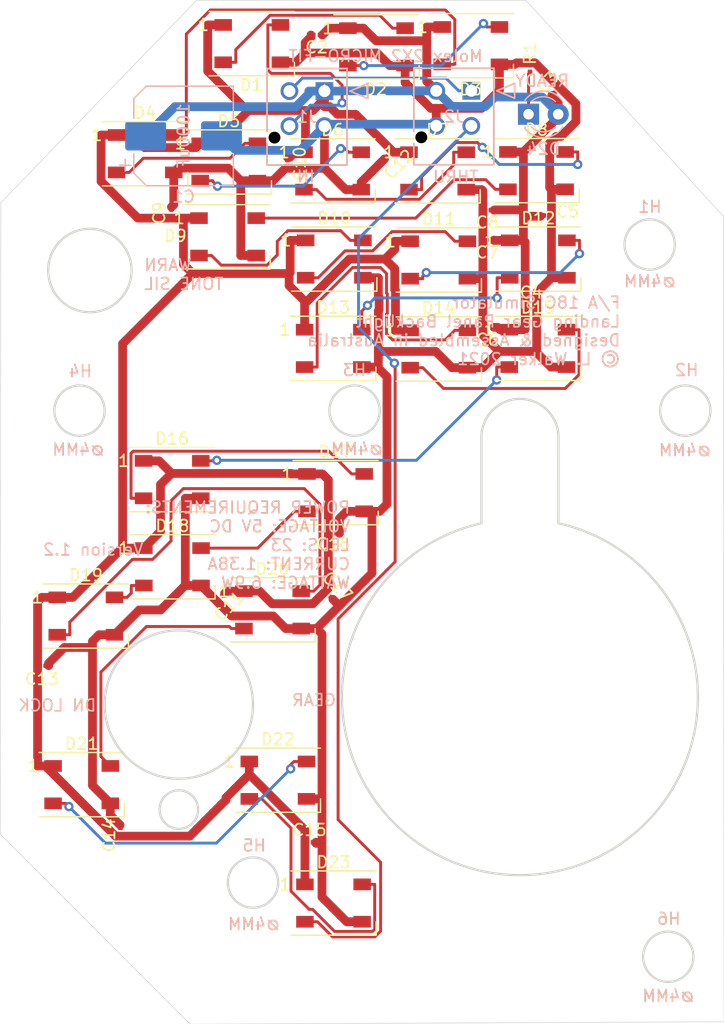
<source format=kicad_pcb>
(kicad_pcb (version 20171130) (host pcbnew "(5.1.6)-1")

  (general
    (thickness 1.6)
    (drawings 158)
    (tracks 468)
    (zones 0)
    (modules 44)
    (nets 29)
  )

  (page A4)
  (layers
    (0 F.Cu signal hide)
    (31 B.Cu signal hide)
    (32 B.Adhes user hide)
    (33 F.Adhes user hide)
    (34 B.Paste user hide)
    (35 F.Paste user hide)
    (36 B.SilkS user)
    (37 F.SilkS user hide)
    (38 B.Mask user hide)
    (39 F.Mask user hide)
    (40 Dwgs.User user hide)
    (41 Cmts.User user hide)
    (42 Eco1.User user hide)
    (43 Eco2.User user hide)
    (44 Edge.Cuts user)
    (45 Margin user hide)
    (46 B.CrtYd user hide)
    (47 F.CrtYd user hide)
    (48 B.Fab user hide)
    (49 F.Fab user hide)
  )

  (setup
    (last_trace_width 0.25)
    (user_trace_width 0.75)
    (user_trace_width 1)
    (trace_clearance 0.2)
    (zone_clearance 0.508)
    (zone_45_only no)
    (trace_min 0.2)
    (via_size 0.8)
    (via_drill 0.4)
    (via_min_size 0.4)
    (via_min_drill 0.3)
    (uvia_size 0.3)
    (uvia_drill 0.1)
    (uvias_allowed no)
    (uvia_min_size 0.2)
    (uvia_min_drill 0.1)
    (edge_width 0.05)
    (segment_width 0.2)
    (pcb_text_width 0.3)
    (pcb_text_size 1.5 1.5)
    (mod_edge_width 0.12)
    (mod_text_size 1 1)
    (mod_text_width 0.15)
    (pad_size 1.524 1.524)
    (pad_drill 0.762)
    (pad_to_mask_clearance 0.05)
    (aux_axis_origin 0 0)
    (visible_elements 7FFFFFFF)
    (pcbplotparams
      (layerselection 0x010fc_ffffffff)
      (usegerberextensions false)
      (usegerberattributes true)
      (usegerberadvancedattributes true)
      (creategerberjobfile true)
      (excludeedgelayer true)
      (linewidth 0.100000)
      (plotframeref false)
      (viasonmask false)
      (mode 1)
      (useauxorigin false)
      (hpglpennumber 1)
      (hpglpenspeed 20)
      (hpglpendiameter 15.000000)
      (psnegative false)
      (psa4output false)
      (plotreference true)
      (plotvalue true)
      (plotinvisibletext false)
      (padsonsilk false)
      (subtractmaskfromsilk false)
      (outputformat 1)
      (mirror false)
      (drillshape 1)
      (scaleselection 1)
      (outputdirectory ""))
  )

  (net 0 "")
  (net 1 "Net-(D1-Pad2)")
  (net 2 "Net-(D1-Pad4)")
  (net 3 "Net-(D2-Pad2)")
  (net 4 "Net-(D3-Pad2)")
  (net 5 "Net-(D4-Pad2)")
  (net 6 "Net-(D5-Pad2)")
  (net 7 "Net-(D6-Pad2)")
  (net 8 "Net-(D7-Pad2)")
  (net 9 "Net-(D8-Pad2)")
  (net 10 "Net-(D10-Pad4)")
  (net 11 "Net-(D10-Pad2)")
  (net 12 "Net-(D11-Pad2)")
  (net 13 "Net-(D12-Pad2)")
  (net 14 "Net-(D13-Pad2)")
  (net 15 "Net-(D14-Pad2)")
  (net 16 "Net-(D15-Pad2)")
  (net 17 "Net-(D16-Pad2)")
  (net 18 "Net-(D17-Pad2)")
  (net 19 "Net-(D18-Pad2)")
  (net 20 "Net-(D19-Pad2)")
  (net 21 "Net-(D20-Pad2)")
  (net 22 "Net-(D21-Pad2)")
  (net 23 "Net-(D22-Pad2)")
  (net 24 "Net-(D23-Pad2)")
  (net 25 "Net-(J1-Pad2)")
  (net 26 /LEDGND)
  (net 27 /LED+5V)
  (net 28 "Net-(D24-Pad1)")

  (net_class Default "This is the default net class."
    (clearance 0.2)
    (trace_width 0.25)
    (via_dia 0.8)
    (via_drill 0.4)
    (uvia_dia 0.3)
    (uvia_drill 0.1)
    (add_net "Net-(D1-Pad2)")
    (add_net "Net-(D1-Pad4)")
    (add_net "Net-(D10-Pad2)")
    (add_net "Net-(D10-Pad4)")
    (add_net "Net-(D11-Pad2)")
    (add_net "Net-(D12-Pad2)")
    (add_net "Net-(D13-Pad2)")
    (add_net "Net-(D14-Pad2)")
    (add_net "Net-(D15-Pad2)")
    (add_net "Net-(D16-Pad2)")
    (add_net "Net-(D17-Pad2)")
    (add_net "Net-(D18-Pad2)")
    (add_net "Net-(D19-Pad2)")
    (add_net "Net-(D2-Pad2)")
    (add_net "Net-(D20-Pad2)")
    (add_net "Net-(D21-Pad2)")
    (add_net "Net-(D22-Pad2)")
    (add_net "Net-(D23-Pad2)")
    (add_net "Net-(D24-Pad1)")
    (add_net "Net-(D3-Pad2)")
    (add_net "Net-(D4-Pad2)")
    (add_net "Net-(D5-Pad2)")
    (add_net "Net-(D6-Pad2)")
    (add_net "Net-(D7-Pad2)")
    (add_net "Net-(D8-Pad2)")
    (add_net "Net-(J1-Pad2)")
  )

  (net_class LEDS ""
    (clearance 0.2)
    (trace_width 0.75)
    (via_dia 1.25)
    (via_drill 0.75)
    (uvia_dia 0.3)
    (uvia_drill 0.1)
    (add_net /LED+5V)
    (add_net /LEDGND)
  )

  (module footprints:Molex_MicroFit_2X2 (layer B.Cu) (tedit 5F952CF2) (tstamp 5F88049D)
    (at 104.242 46.9138)
    (path /5F87F05B)
    (fp_text reference J2 (at -1.495006 2.199999) (layer B.SilkS)
      (effects (font (size 1 1) (thickness 0.15)) (justify mirror))
    )
    (fp_text value Conn_01x04_Female (at -1.495006 2.199999) (layer B.SilkS) hide
      (effects (font (size 1 1) (thickness 0.15)) (justify mirror))
    )
    (fp_line (start 2.183994 0) (end 3.707993 0.635) (layer B.SilkS) (width 0.1524))
    (fp_line (start 3.707993 0.635) (end 3.707993 -0.635) (layer B.SilkS) (width 0.1524))
    (fp_line (start 3.707993 -0.635) (end 2.183994 0) (layer B.SilkS) (width 0.1524))
    (fp_line (start 2.183994 0) (end 3.707993 0.635) (layer B.Fab) (width 0.1524))
    (fp_line (start 3.707993 0.635) (end 3.707993 -0.635) (layer B.Fab) (width 0.1524))
    (fp_line (start 3.707993 -0.635) (end 2.183994 0) (layer B.Fab) (width 0.1524))
    (fp_line (start -4.920006 -1.93) (end 1.929994 -1.93) (layer B.SilkS) (width 0.1524))
    (fp_line (start 1.929994 -1.93) (end 1.929994 6.33) (layer B.SilkS) (width 0.1524))
    (fp_line (start 1.929994 6.33) (end -4.920006 6.33) (layer B.SilkS) (width 0.1524))
    (fp_line (start -4.920006 6.33) (end -4.920006 4.508543) (layer B.SilkS) (width 0.1524))
    (fp_line (start -4.920006 -1.93) (end 1.929994 -1.93) (layer B.Fab) (width 0.1524))
    (fp_line (start 1.929994 -1.93) (end 1.929994 6.33) (layer B.Fab) (width 0.1524))
    (fp_line (start 1.929994 6.33) (end -4.920006 6.33) (layer B.Fab) (width 0.1524))
    (fp_line (start -4.920006 6.33) (end -4.920006 -1.93) (layer B.Fab) (width 0.1524))
    (fp_line (start -4.920006 3.451456) (end -4.920006 -1.93) (layer B.SilkS) (width 0.1524))
    (fp_line (start -6.190006 7.6) (end -6.190006 -3.2) (layer B.CrtYd) (width 0.1524))
    (fp_line (start -6.190006 -3.2) (end 3.199994 -3.2) (layer B.CrtYd) (width 0.1524))
    (fp_line (start 3.199994 -3.2) (end 3.199994 7.6) (layer B.CrtYd) (width 0.1524))
    (fp_line (start 3.199994 7.6) (end -6.190006 7.6) (layer B.CrtYd) (width 0.1524))
    (fp_text user * (at 0 0) (layer B.Fab)
      (effects (font (size 1 1) (thickness 0.15)) (justify mirror))
    )
    (fp_text user * (at 0 0) (layer B.SilkS)
      (effects (font (size 1 1) (thickness 0.15)) (justify mirror))
    )
    (fp_text user "Copyright 2016 Accelerated Designs. All rights reserved." (at 0 0) (layer Cmts.User)
      (effects (font (size 0.127 0.127) (thickness 0.002)))
    )
    (pad 5 np_thru_hole circle (at -4.279999 3.98) (size 1.02 1.02) (drill 1.016) (layers))
    (pad 4 thru_hole circle (at -2.999999 2.999999) (size 1.52 1.52) (drill 1.016) (layers *.Cu *.Mask)
      (net 26 /LEDGND))
    (pad 3 thru_hole circle (at 0 2.999999 270) (size 1.52 1.52) (drill 1.016) (layers *.Cu *.Mask)
      (net 24 "Net-(D23-Pad2)"))
    (pad 2 thru_hole circle (at -2.999999 0) (size 1.52 1.52) (drill 1.016) (layers *.Cu *.Mask)
      (net 27 /LED+5V))
    (pad 1 thru_hole rect (at 0 0 270) (size 1.52 1.52) (drill 1.016) (layers *.Cu *.Mask)
      (net 25 "Net-(J1-Pad2)"))
    (model C:/Users/lukew/Downloads/MOLEX_2068320402/2068320402.STEP
      (offset (xyz -1.5 2.25 3.5))
      (scale (xyz 1 1 1))
      (rotate (xyz 0 0 0))
    )
    (model C:/Users/lukew/Downloads/kicad-footprints-master/Connector_Molex.3dshapes/2068320402.STEP
      (offset (xyz -1.5 2.25 3.5))
      (scale (xyz 1 1 1))
      (rotate (xyz 0 0 0))
    )
  )

  (module footprints:Molex_MicroFit_2X2 (layer B.Cu) (tedit 5F952CF2) (tstamp 5F880470)
    (at 91.6686 46.9392)
    (path /5F880577)
    (fp_text reference J1 (at -1.495006 2.199999) (layer B.SilkS)
      (effects (font (size 1 1) (thickness 0.15)) (justify mirror))
    )
    (fp_text value Conn_01x04_Female (at -1.495006 2.199999) (layer B.SilkS) hide
      (effects (font (size 1 1) (thickness 0.15)) (justify mirror))
    )
    (fp_line (start 2.183994 0) (end 3.707993 0.635) (layer B.SilkS) (width 0.1524))
    (fp_line (start 3.707993 0.635) (end 3.707993 -0.635) (layer B.SilkS) (width 0.1524))
    (fp_line (start 3.707993 -0.635) (end 2.183994 0) (layer B.SilkS) (width 0.1524))
    (fp_line (start 2.183994 0) (end 3.707993 0.635) (layer B.Fab) (width 0.1524))
    (fp_line (start 3.707993 0.635) (end 3.707993 -0.635) (layer B.Fab) (width 0.1524))
    (fp_line (start 3.707993 -0.635) (end 2.183994 0) (layer B.Fab) (width 0.1524))
    (fp_line (start -4.920006 -1.93) (end 1.929994 -1.93) (layer B.SilkS) (width 0.1524))
    (fp_line (start 1.929994 -1.93) (end 1.929994 6.33) (layer B.SilkS) (width 0.1524))
    (fp_line (start 1.929994 6.33) (end -4.920006 6.33) (layer B.SilkS) (width 0.1524))
    (fp_line (start -4.920006 6.33) (end -4.920006 4.508543) (layer B.SilkS) (width 0.1524))
    (fp_line (start -4.920006 -1.93) (end 1.929994 -1.93) (layer B.Fab) (width 0.1524))
    (fp_line (start 1.929994 -1.93) (end 1.929994 6.33) (layer B.Fab) (width 0.1524))
    (fp_line (start 1.929994 6.33) (end -4.920006 6.33) (layer B.Fab) (width 0.1524))
    (fp_line (start -4.920006 6.33) (end -4.920006 -1.93) (layer B.Fab) (width 0.1524))
    (fp_line (start -4.920006 3.451456) (end -4.920006 -1.93) (layer B.SilkS) (width 0.1524))
    (fp_line (start -6.190006 7.6) (end -6.190006 -3.2) (layer B.CrtYd) (width 0.1524))
    (fp_line (start -6.190006 -3.2) (end 3.199994 -3.2) (layer B.CrtYd) (width 0.1524))
    (fp_line (start 3.199994 -3.2) (end 3.199994 7.6) (layer B.CrtYd) (width 0.1524))
    (fp_line (start 3.199994 7.6) (end -6.190006 7.6) (layer B.CrtYd) (width 0.1524))
    (fp_text user * (at 0 0) (layer B.Fab)
      (effects (font (size 1 1) (thickness 0.15)) (justify mirror))
    )
    (fp_text user * (at 0 0) (layer B.SilkS)
      (effects (font (size 1 1) (thickness 0.15)) (justify mirror))
    )
    (fp_text user "Copyright 2016 Accelerated Designs. All rights reserved." (at 0 0) (layer Cmts.User)
      (effects (font (size 0.127 0.127) (thickness 0.002)))
    )
    (pad 5 np_thru_hole circle (at -4.279999 3.98) (size 1.02 1.02) (drill 1.016) (layers))
    (pad 4 thru_hole circle (at -2.999999 2.999999) (size 1.52 1.52) (drill 1.016) (layers *.Cu *.Mask)
      (net 2 "Net-(D1-Pad4)"))
    (pad 3 thru_hole circle (at 0 2.999999 270) (size 1.52 1.52) (drill 1.016) (layers *.Cu *.Mask)
      (net 26 /LEDGND))
    (pad 2 thru_hole circle (at -2.999999 0) (size 1.52 1.52) (drill 1.016) (layers *.Cu *.Mask)
      (net 25 "Net-(J1-Pad2)"))
    (pad 1 thru_hole rect (at 0 0 270) (size 1.52 1.52) (drill 1.016) (layers *.Cu *.Mask)
      (net 27 /LED+5V))
    (model C:/Users/lukew/Downloads/MOLEX_2068320402/2068320402.STEP
      (offset (xyz -1.5 2.25 3.5))
      (scale (xyz 1 1 1))
      (rotate (xyz 0 0 0))
    )
    (model C:/Users/lukew/Downloads/kicad-footprints-master/Connector_Molex.3dshapes/2068320402.STEP
      (offset (xyz -1.5 2.25 3.5))
      (scale (xyz 1 1 1))
      (rotate (xyz 0 0 0))
    )
  )

  (module Capacitor_SMD:C_0201_0603Metric (layer F.Cu) (tedit 5F68FEEE) (tstamp 5F9BE3C1)
    (at 92.0242 90.0684 315)
    (descr "Capacitor SMD 0201 (0603 Metric), square (rectangular) end terminal, IPC_7351 nominal, (Body size source: https://www.vishay.com/docs/20052/crcw0201e3.pdf), generated with kicad-footprint-generator")
    (tags capacitor)
    (path /5FA2EA00)
    (attr smd)
    (fp_text reference C17 (at 0 -1.05 135) (layer F.SilkS)
      (effects (font (size 1 1) (thickness 0.15)))
    )
    (fp_text value C (at 0 1.05 135) (layer F.Fab)
      (effects (font (size 1 1) (thickness 0.15)))
    )
    (fp_line (start 0.7 0.35) (end -0.7 0.35) (layer F.CrtYd) (width 0.05))
    (fp_line (start 0.7 -0.35) (end 0.7 0.35) (layer F.CrtYd) (width 0.05))
    (fp_line (start -0.7 -0.35) (end 0.7 -0.35) (layer F.CrtYd) (width 0.05))
    (fp_line (start -0.7 0.35) (end -0.7 -0.35) (layer F.CrtYd) (width 0.05))
    (fp_line (start 0.3 0.15) (end -0.3 0.15) (layer F.Fab) (width 0.1))
    (fp_line (start 0.3 -0.15) (end 0.3 0.15) (layer F.Fab) (width 0.1))
    (fp_line (start -0.3 -0.15) (end 0.3 -0.15) (layer F.Fab) (width 0.1))
    (fp_line (start -0.3 0.15) (end -0.3 -0.15) (layer F.Fab) (width 0.1))
    (fp_text user %R (at 0 -0.68 135) (layer F.Fab)
      (effects (font (size 0.25 0.25) (thickness 0.04)))
    )
    (pad 2 smd roundrect (at 0.32 0 315) (size 0.46 0.4) (layers F.Cu F.Mask) (roundrect_rratio 0.25)
      (net 26 /LEDGND))
    (pad 1 smd roundrect (at -0.32 0 315) (size 0.46 0.4) (layers F.Cu F.Mask) (roundrect_rratio 0.25)
      (net 27 /LED+5V))
    (pad "" smd roundrect (at 0.345 0 315) (size 0.318 0.36) (layers F.Paste) (roundrect_rratio 0.25))
    (pad "" smd roundrect (at -0.345 0 315) (size 0.318 0.36) (layers F.Paste) (roundrect_rratio 0.25))
    (model ${KISYS3DMOD}/Capacitor_SMD.3dshapes/C_0201_0603Metric.wrl
      (at (xyz 0 0 0))
      (scale (xyz 1 1 1))
      (rotate (xyz 0 0 0))
    )
  )

  (module Capacitor_SMD:C_0201_0603Metric (layer F.Cu) (tedit 5F68FEEE) (tstamp 5F9BE3B0)
    (at 92.4154 84.7852)
    (descr "Capacitor SMD 0201 (0603 Metric), square (rectangular) end terminal, IPC_7351 nominal, (Body size source: https://www.vishay.com/docs/20052/crcw0201e3.pdf), generated with kicad-footprint-generator")
    (tags capacitor)
    (path /5FA283D6)
    (attr smd)
    (fp_text reference C16 (at -0.0102 0.9144) (layer F.SilkS)
      (effects (font (size 1 1) (thickness 0.15)))
    )
    (fp_text value C (at 0 1.05) (layer F.Fab)
      (effects (font (size 1 1) (thickness 0.15)))
    )
    (fp_line (start 0.7 0.35) (end -0.7 0.35) (layer F.CrtYd) (width 0.05))
    (fp_line (start 0.7 -0.35) (end 0.7 0.35) (layer F.CrtYd) (width 0.05))
    (fp_line (start -0.7 -0.35) (end 0.7 -0.35) (layer F.CrtYd) (width 0.05))
    (fp_line (start -0.7 0.35) (end -0.7 -0.35) (layer F.CrtYd) (width 0.05))
    (fp_line (start 0.3 0.15) (end -0.3 0.15) (layer F.Fab) (width 0.1))
    (fp_line (start 0.3 -0.15) (end 0.3 0.15) (layer F.Fab) (width 0.1))
    (fp_line (start -0.3 -0.15) (end 0.3 -0.15) (layer F.Fab) (width 0.1))
    (fp_line (start -0.3 0.15) (end -0.3 -0.15) (layer F.Fab) (width 0.1))
    (fp_text user %R (at 0 -0.68) (layer F.Fab)
      (effects (font (size 0.25 0.25) (thickness 0.04)))
    )
    (pad 2 smd roundrect (at 0.32 0) (size 0.46 0.4) (layers F.Cu F.Mask) (roundrect_rratio 0.25)
      (net 26 /LEDGND))
    (pad 1 smd roundrect (at -0.32 0) (size 0.46 0.4) (layers F.Cu F.Mask) (roundrect_rratio 0.25)
      (net 27 /LED+5V))
    (pad "" smd roundrect (at 0.345 0) (size 0.318 0.36) (layers F.Paste) (roundrect_rratio 0.25))
    (pad "" smd roundrect (at -0.345 0) (size 0.318 0.36) (layers F.Paste) (roundrect_rratio 0.25))
    (model ${KISYS3DMOD}/Capacitor_SMD.3dshapes/C_0201_0603Metric.wrl
      (at (xyz 0 0 0))
      (scale (xyz 1 1 1))
      (rotate (xyz 0 0 0))
    )
  )

  (module Capacitor_SMD:C_0201_0603Metric (layer F.Cu) (tedit 5F68FEEE) (tstamp 5F9BE39F)
    (at 90.3986 111.2266)
    (descr "Capacitor SMD 0201 (0603 Metric), square (rectangular) end terminal, IPC_7351 nominal, (Body size source: https://www.vishay.com/docs/20052/crcw0201e3.pdf), generated with kicad-footprint-generator")
    (tags capacitor)
    (path /5FA21C84)
    (attr smd)
    (fp_text reference C15 (at 0 -1.05) (layer F.SilkS)
      (effects (font (size 1 1) (thickness 0.15)))
    )
    (fp_text value C (at 0 1.05) (layer F.Fab)
      (effects (font (size 1 1) (thickness 0.15)))
    )
    (fp_line (start 0.7 0.35) (end -0.7 0.35) (layer F.CrtYd) (width 0.05))
    (fp_line (start 0.7 -0.35) (end 0.7 0.35) (layer F.CrtYd) (width 0.05))
    (fp_line (start -0.7 -0.35) (end 0.7 -0.35) (layer F.CrtYd) (width 0.05))
    (fp_line (start -0.7 0.35) (end -0.7 -0.35) (layer F.CrtYd) (width 0.05))
    (fp_line (start 0.3 0.15) (end -0.3 0.15) (layer F.Fab) (width 0.1))
    (fp_line (start 0.3 -0.15) (end 0.3 0.15) (layer F.Fab) (width 0.1))
    (fp_line (start -0.3 -0.15) (end 0.3 -0.15) (layer F.Fab) (width 0.1))
    (fp_line (start -0.3 0.15) (end -0.3 -0.15) (layer F.Fab) (width 0.1))
    (fp_text user %R (at 0 -0.68) (layer F.Fab)
      (effects (font (size 0.25 0.25) (thickness 0.04)))
    )
    (pad 2 smd roundrect (at 0.32 0) (size 0.46 0.4) (layers F.Cu F.Mask) (roundrect_rratio 0.25)
      (net 26 /LEDGND))
    (pad 1 smd roundrect (at -0.32 0) (size 0.46 0.4) (layers F.Cu F.Mask) (roundrect_rratio 0.25)
      (net 27 /LED+5V))
    (pad "" smd roundrect (at 0.345 0) (size 0.318 0.36) (layers F.Paste) (roundrect_rratio 0.25))
    (pad "" smd roundrect (at -0.345 0) (size 0.318 0.36) (layers F.Paste) (roundrect_rratio 0.25))
    (model ${KISYS3DMOD}/Capacitor_SMD.3dshapes/C_0201_0603Metric.wrl
      (at (xyz 0 0 0))
      (scale (xyz 1 1 1))
      (rotate (xyz 0 0 0))
    )
  )

  (module Capacitor_SMD:C_0201_0603Metric (layer F.Cu) (tedit 5F68FEEE) (tstamp 5F9BE38E)
    (at 74.1934 110.2868 90)
    (descr "Capacitor SMD 0201 (0603 Metric), square (rectangular) end terminal, IPC_7351 nominal, (Body size source: https://www.vishay.com/docs/20052/crcw0201e3.pdf), generated with kicad-footprint-generator")
    (tags capacitor)
    (path /5FA1B77A)
    (attr smd)
    (fp_text reference C14 (at -0.3556 -0.9652 90) (layer F.SilkS)
      (effects (font (size 1 1) (thickness 0.15)))
    )
    (fp_text value C (at 0 1.05 90) (layer F.Fab)
      (effects (font (size 1 1) (thickness 0.15)))
    )
    (fp_line (start 0.7 0.35) (end -0.7 0.35) (layer F.CrtYd) (width 0.05))
    (fp_line (start 0.7 -0.35) (end 0.7 0.35) (layer F.CrtYd) (width 0.05))
    (fp_line (start -0.7 -0.35) (end 0.7 -0.35) (layer F.CrtYd) (width 0.05))
    (fp_line (start -0.7 0.35) (end -0.7 -0.35) (layer F.CrtYd) (width 0.05))
    (fp_line (start 0.3 0.15) (end -0.3 0.15) (layer F.Fab) (width 0.1))
    (fp_line (start 0.3 -0.15) (end 0.3 0.15) (layer F.Fab) (width 0.1))
    (fp_line (start -0.3 -0.15) (end 0.3 -0.15) (layer F.Fab) (width 0.1))
    (fp_line (start -0.3 0.15) (end -0.3 -0.15) (layer F.Fab) (width 0.1))
    (fp_text user %R (at 0 -0.68 90) (layer F.Fab)
      (effects (font (size 0.25 0.25) (thickness 0.04)))
    )
    (pad 2 smd roundrect (at 0.32 0 90) (size 0.46 0.4) (layers F.Cu F.Mask) (roundrect_rratio 0.25)
      (net 26 /LEDGND))
    (pad 1 smd roundrect (at -0.32 0 90) (size 0.46 0.4) (layers F.Cu F.Mask) (roundrect_rratio 0.25)
      (net 27 /LED+5V))
    (pad "" smd roundrect (at 0.345 0 90) (size 0.318 0.36) (layers F.Paste) (roundrect_rratio 0.25))
    (pad "" smd roundrect (at -0.345 0 90) (size 0.318 0.36) (layers F.Paste) (roundrect_rratio 0.25))
    (model ${KISYS3DMOD}/Capacitor_SMD.3dshapes/C_0201_0603Metric.wrl
      (at (xyz 0 0 0))
      (scale (xyz 1 1 1))
      (rotate (xyz 0 0 0))
    )
  )

  (module Capacitor_SMD:C_0201_0603Metric (layer F.Cu) (tedit 5F68FEEE) (tstamp 5F9BE37D)
    (at 67.498 96.1136)
    (descr "Capacitor SMD 0201 (0603 Metric), square (rectangular) end terminal, IPC_7351 nominal, (Body size source: https://www.vishay.com/docs/20052/crcw0201e3.pdf), generated with kicad-footprint-generator")
    (tags capacitor)
    (path /5FA15297)
    (attr smd)
    (fp_text reference C13 (at -0.0356 1.143) (layer F.SilkS)
      (effects (font (size 1 1) (thickness 0.15)))
    )
    (fp_text value C (at 0 1.05) (layer F.Fab)
      (effects (font (size 1 1) (thickness 0.15)))
    )
    (fp_line (start 0.7 0.35) (end -0.7 0.35) (layer F.CrtYd) (width 0.05))
    (fp_line (start 0.7 -0.35) (end 0.7 0.35) (layer F.CrtYd) (width 0.05))
    (fp_line (start -0.7 -0.35) (end 0.7 -0.35) (layer F.CrtYd) (width 0.05))
    (fp_line (start -0.7 0.35) (end -0.7 -0.35) (layer F.CrtYd) (width 0.05))
    (fp_line (start 0.3 0.15) (end -0.3 0.15) (layer F.Fab) (width 0.1))
    (fp_line (start 0.3 -0.15) (end 0.3 0.15) (layer F.Fab) (width 0.1))
    (fp_line (start -0.3 -0.15) (end 0.3 -0.15) (layer F.Fab) (width 0.1))
    (fp_line (start -0.3 0.15) (end -0.3 -0.15) (layer F.Fab) (width 0.1))
    (fp_text user %R (at 0 -0.68) (layer F.Fab)
      (effects (font (size 0.25 0.25) (thickness 0.04)))
    )
    (pad 2 smd roundrect (at 0.32 0) (size 0.46 0.4) (layers F.Cu F.Mask) (roundrect_rratio 0.25)
      (net 26 /LEDGND))
    (pad 1 smd roundrect (at -0.32 0) (size 0.46 0.4) (layers F.Cu F.Mask) (roundrect_rratio 0.25)
      (net 27 /LED+5V))
    (pad "" smd roundrect (at 0.345 0) (size 0.318 0.36) (layers F.Paste) (roundrect_rratio 0.25))
    (pad "" smd roundrect (at -0.345 0) (size 0.318 0.36) (layers F.Paste) (roundrect_rratio 0.25))
    (model ${KISYS3DMOD}/Capacitor_SMD.3dshapes/C_0201_0603Metric.wrl
      (at (xyz 0 0 0))
      (scale (xyz 1 1 1))
      (rotate (xyz 0 0 0))
    )
  )

  (module Capacitor_SMD:C_0201_0603Metric (layer F.Cu) (tedit 5F68FEEE) (tstamp 5F9BE36C)
    (at 97.1804 52.3748 225)
    (descr "Capacitor SMD 0201 (0603 Metric), square (rectangular) end terminal, IPC_7351 nominal, (Body size source: https://www.vishay.com/docs/20052/crcw0201e3.pdf), generated with kicad-footprint-generator")
    (tags capacitor)
    (path /5FA0ECEB)
    (attr smd)
    (fp_text reference C12 (at -0.017961 -1.203354 45) (layer F.SilkS)
      (effects (font (size 1 1) (thickness 0.15)))
    )
    (fp_text value C (at 0 1.05 45) (layer F.Fab)
      (effects (font (size 1 1) (thickness 0.15)))
    )
    (fp_line (start 0.7 0.35) (end -0.7 0.35) (layer F.CrtYd) (width 0.05))
    (fp_line (start 0.7 -0.35) (end 0.7 0.35) (layer F.CrtYd) (width 0.05))
    (fp_line (start -0.7 -0.35) (end 0.7 -0.35) (layer F.CrtYd) (width 0.05))
    (fp_line (start -0.7 0.35) (end -0.7 -0.35) (layer F.CrtYd) (width 0.05))
    (fp_line (start 0.3 0.15) (end -0.3 0.15) (layer F.Fab) (width 0.1))
    (fp_line (start 0.3 -0.15) (end 0.3 0.15) (layer F.Fab) (width 0.1))
    (fp_line (start -0.3 -0.15) (end 0.3 -0.15) (layer F.Fab) (width 0.1))
    (fp_line (start -0.3 0.15) (end -0.3 -0.15) (layer F.Fab) (width 0.1))
    (fp_text user %R (at 0 -0.68 45) (layer F.Fab)
      (effects (font (size 0.25 0.25) (thickness 0.04)))
    )
    (pad 2 smd roundrect (at 0.32 0 225) (size 0.46 0.4) (layers F.Cu F.Mask) (roundrect_rratio 0.25)
      (net 26 /LEDGND))
    (pad 1 smd roundrect (at -0.32 0 225) (size 0.46 0.4) (layers F.Cu F.Mask) (roundrect_rratio 0.25)
      (net 27 /LED+5V))
    (pad "" smd roundrect (at 0.345 0 225) (size 0.318 0.36) (layers F.Paste) (roundrect_rratio 0.25))
    (pad "" smd roundrect (at -0.345 0 225) (size 0.318 0.36) (layers F.Paste) (roundrect_rratio 0.25))
    (model ${KISYS3DMOD}/Capacitor_SMD.3dshapes/C_0201_0603Metric.wrl
      (at (xyz 0 0 0))
      (scale (xyz 1 1 1))
      (rotate (xyz 0 0 0))
    )
  )

  (module Capacitor_SMD:C_0201_0603Metric (layer F.Cu) (tedit 5F68FEEE) (tstamp 5F9BE35B)
    (at 82.755526 90.294674 225)
    (descr "Capacitor SMD 0201 (0603 Metric), square (rectangular) end terminal, IPC_7351 nominal, (Body size source: https://www.vishay.com/docs/20052/crcw0201e3.pdf), generated with kicad-footprint-generator")
    (tags capacitor)
    (path /5FA087F2)
    (attr smd)
    (fp_text reference C11 (at 0 -1.05 45) (layer F.SilkS)
      (effects (font (size 1 1) (thickness 0.15)))
    )
    (fp_text value C (at 0 1.05 45) (layer F.Fab)
      (effects (font (size 1 1) (thickness 0.15)))
    )
    (fp_line (start 0.7 0.35) (end -0.7 0.35) (layer F.CrtYd) (width 0.05))
    (fp_line (start 0.7 -0.35) (end 0.7 0.35) (layer F.CrtYd) (width 0.05))
    (fp_line (start -0.7 -0.35) (end 0.7 -0.35) (layer F.CrtYd) (width 0.05))
    (fp_line (start -0.7 0.35) (end -0.7 -0.35) (layer F.CrtYd) (width 0.05))
    (fp_line (start 0.3 0.15) (end -0.3 0.15) (layer F.Fab) (width 0.1))
    (fp_line (start 0.3 -0.15) (end 0.3 0.15) (layer F.Fab) (width 0.1))
    (fp_line (start -0.3 -0.15) (end 0.3 -0.15) (layer F.Fab) (width 0.1))
    (fp_line (start -0.3 0.15) (end -0.3 -0.15) (layer F.Fab) (width 0.1))
    (fp_text user %R (at 0 -0.68 45) (layer F.Fab)
      (effects (font (size 0.25 0.25) (thickness 0.04)))
    )
    (pad 2 smd roundrect (at 0.32 0 225) (size 0.46 0.4) (layers F.Cu F.Mask) (roundrect_rratio 0.25)
      (net 26 /LEDGND))
    (pad 1 smd roundrect (at -0.32 0 225) (size 0.46 0.4) (layers F.Cu F.Mask) (roundrect_rratio 0.25)
      (net 27 /LED+5V))
    (pad "" smd roundrect (at 0.345 0 225) (size 0.318 0.36) (layers F.Paste) (roundrect_rratio 0.25))
    (pad "" smd roundrect (at -0.345 0 225) (size 0.318 0.36) (layers F.Paste) (roundrect_rratio 0.25))
    (model ${KISYS3DMOD}/Capacitor_SMD.3dshapes/C_0201_0603Metric.wrl
      (at (xyz 0 0 0))
      (scale (xyz 1 1 1))
      (rotate (xyz 0 0 0))
    )
  )

  (module Capacitor_SMD:C_0201_0603Metric (layer F.Cu) (tedit 5F68FEEE) (tstamp 5F9BE34A)
    (at 88.4936 53.1368 270)
    (descr "Capacitor SMD 0201 (0603 Metric), square (rectangular) end terminal, IPC_7351 nominal, (Body size source: https://www.vishay.com/docs/20052/crcw0201e3.pdf), generated with kicad-footprint-generator")
    (tags capacitor)
    (path /5FA02139)
    (attr smd)
    (fp_text reference C10 (at 0 -1.05 90) (layer F.SilkS)
      (effects (font (size 1 1) (thickness 0.15)))
    )
    (fp_text value C (at 0 1.05 90) (layer F.Fab)
      (effects (font (size 1 1) (thickness 0.15)))
    )
    (fp_line (start 0.7 0.35) (end -0.7 0.35) (layer F.CrtYd) (width 0.05))
    (fp_line (start 0.7 -0.35) (end 0.7 0.35) (layer F.CrtYd) (width 0.05))
    (fp_line (start -0.7 -0.35) (end 0.7 -0.35) (layer F.CrtYd) (width 0.05))
    (fp_line (start -0.7 0.35) (end -0.7 -0.35) (layer F.CrtYd) (width 0.05))
    (fp_line (start 0.3 0.15) (end -0.3 0.15) (layer F.Fab) (width 0.1))
    (fp_line (start 0.3 -0.15) (end 0.3 0.15) (layer F.Fab) (width 0.1))
    (fp_line (start -0.3 -0.15) (end 0.3 -0.15) (layer F.Fab) (width 0.1))
    (fp_line (start -0.3 0.15) (end -0.3 -0.15) (layer F.Fab) (width 0.1))
    (fp_text user %R (at 0 -0.68 90) (layer F.Fab)
      (effects (font (size 0.25 0.25) (thickness 0.04)))
    )
    (pad 2 smd roundrect (at 0.32 0 270) (size 0.46 0.4) (layers F.Cu F.Mask) (roundrect_rratio 0.25)
      (net 26 /LEDGND))
    (pad 1 smd roundrect (at -0.32 0 270) (size 0.46 0.4) (layers F.Cu F.Mask) (roundrect_rratio 0.25)
      (net 27 /LED+5V))
    (pad "" smd roundrect (at 0.345 0 270) (size 0.318 0.36) (layers F.Paste) (roundrect_rratio 0.25))
    (pad "" smd roundrect (at -0.345 0 270) (size 0.318 0.36) (layers F.Paste) (roundrect_rratio 0.25))
    (model ${KISYS3DMOD}/Capacitor_SMD.3dshapes/C_0201_0603Metric.wrl
      (at (xyz 0 0 0))
      (scale (xyz 1 1 1))
      (rotate (xyz 0 0 0))
    )
  )

  (module Capacitor_SMD:C_0201_0603Metric (layer F.Cu) (tedit 5F68FEEE) (tstamp 5F9BE339)
    (at 78.5622 57.3684 90)
    (descr "Capacitor SMD 0201 (0603 Metric), square (rectangular) end terminal, IPC_7351 nominal, (Body size source: https://www.vishay.com/docs/20052/crcw0201e3.pdf), generated with kicad-footprint-generator")
    (tags capacitor)
    (path /5F9FBC5E)
    (attr smd)
    (fp_text reference C9 (at 0 -1.05 90) (layer F.SilkS)
      (effects (font (size 1 1) (thickness 0.15)))
    )
    (fp_text value C (at 0 1.05 90) (layer F.Fab)
      (effects (font (size 1 1) (thickness 0.15)))
    )
    (fp_line (start 0.7 0.35) (end -0.7 0.35) (layer F.CrtYd) (width 0.05))
    (fp_line (start 0.7 -0.35) (end 0.7 0.35) (layer F.CrtYd) (width 0.05))
    (fp_line (start -0.7 -0.35) (end 0.7 -0.35) (layer F.CrtYd) (width 0.05))
    (fp_line (start -0.7 0.35) (end -0.7 -0.35) (layer F.CrtYd) (width 0.05))
    (fp_line (start 0.3 0.15) (end -0.3 0.15) (layer F.Fab) (width 0.1))
    (fp_line (start 0.3 -0.15) (end 0.3 0.15) (layer F.Fab) (width 0.1))
    (fp_line (start -0.3 -0.15) (end 0.3 -0.15) (layer F.Fab) (width 0.1))
    (fp_line (start -0.3 0.15) (end -0.3 -0.15) (layer F.Fab) (width 0.1))
    (fp_text user %R (at 0 -0.68 90) (layer F.Fab)
      (effects (font (size 0.25 0.25) (thickness 0.04)))
    )
    (pad 2 smd roundrect (at 0.32 0 90) (size 0.46 0.4) (layers F.Cu F.Mask) (roundrect_rratio 0.25)
      (net 26 /LEDGND))
    (pad 1 smd roundrect (at -0.32 0 90) (size 0.46 0.4) (layers F.Cu F.Mask) (roundrect_rratio 0.25)
      (net 27 /LED+5V))
    (pad "" smd roundrect (at 0.345 0 90) (size 0.318 0.36) (layers F.Paste) (roundrect_rratio 0.25))
    (pad "" smd roundrect (at -0.345 0 90) (size 0.318 0.36) (layers F.Paste) (roundrect_rratio 0.25))
    (model ${KISYS3DMOD}/Capacitor_SMD.3dshapes/C_0201_0603Metric.wrl
      (at (xyz 0 0 0))
      (scale (xyz 1 1 1))
      (rotate (xyz 0 0 0))
    )
  )

  (module Capacitor_SMD:C_0201_0603Metric (layer F.Cu) (tedit 5F68FEEE) (tstamp 5F9BE328)
    (at 105.6234 57.1246 180)
    (descr "Capacitor SMD 0201 (0603 Metric), square (rectangular) end terminal, IPC_7351 nominal, (Body size source: https://www.vishay.com/docs/20052/crcw0201e3.pdf), generated with kicad-footprint-generator")
    (tags capacitor)
    (path /5F9F56B9)
    (attr smd)
    (fp_text reference C8 (at 0 -1.05) (layer F.SilkS)
      (effects (font (size 1 1) (thickness 0.15)))
    )
    (fp_text value C (at 0 1.05) (layer F.Fab)
      (effects (font (size 1 1) (thickness 0.15)))
    )
    (fp_line (start 0.7 0.35) (end -0.7 0.35) (layer F.CrtYd) (width 0.05))
    (fp_line (start 0.7 -0.35) (end 0.7 0.35) (layer F.CrtYd) (width 0.05))
    (fp_line (start -0.7 -0.35) (end 0.7 -0.35) (layer F.CrtYd) (width 0.05))
    (fp_line (start -0.7 0.35) (end -0.7 -0.35) (layer F.CrtYd) (width 0.05))
    (fp_line (start 0.3 0.15) (end -0.3 0.15) (layer F.Fab) (width 0.1))
    (fp_line (start 0.3 -0.15) (end 0.3 0.15) (layer F.Fab) (width 0.1))
    (fp_line (start -0.3 -0.15) (end 0.3 -0.15) (layer F.Fab) (width 0.1))
    (fp_line (start -0.3 0.15) (end -0.3 -0.15) (layer F.Fab) (width 0.1))
    (fp_text user %R (at 0 -0.68) (layer F.Fab)
      (effects (font (size 0.25 0.25) (thickness 0.04)))
    )
    (pad 2 smd roundrect (at 0.32 0 180) (size 0.46 0.4) (layers F.Cu F.Mask) (roundrect_rratio 0.25)
      (net 26 /LEDGND))
    (pad 1 smd roundrect (at -0.32 0 180) (size 0.46 0.4) (layers F.Cu F.Mask) (roundrect_rratio 0.25)
      (net 27 /LED+5V))
    (pad "" smd roundrect (at 0.345 0 180) (size 0.318 0.36) (layers F.Paste) (roundrect_rratio 0.25))
    (pad "" smd roundrect (at -0.345 0 180) (size 0.318 0.36) (layers F.Paste) (roundrect_rratio 0.25))
    (model ${KISYS3DMOD}/Capacitor_SMD.3dshapes/C_0201_0603Metric.wrl
      (at (xyz 0 0 0))
      (scale (xyz 1 1 1))
      (rotate (xyz 0 0 0))
    )
  )

  (module Capacitor_SMD:C_0201_0603Metric (layer F.Cu) (tedit 5F68FEEE) (tstamp 5F9BE317)
    (at 105.6132 59.69 180)
    (descr "Capacitor SMD 0201 (0603 Metric), square (rectangular) end terminal, IPC_7351 nominal, (Body size source: https://www.vishay.com/docs/20052/crcw0201e3.pdf), generated with kicad-footprint-generator")
    (tags capacitor)
    (path /5F9EF184)
    (attr smd)
    (fp_text reference C7 (at 0 -1.05) (layer F.SilkS)
      (effects (font (size 1 1) (thickness 0.15)))
    )
    (fp_text value C (at 0 1.05) (layer F.Fab)
      (effects (font (size 1 1) (thickness 0.15)))
    )
    (fp_line (start 0.7 0.35) (end -0.7 0.35) (layer F.CrtYd) (width 0.05))
    (fp_line (start 0.7 -0.35) (end 0.7 0.35) (layer F.CrtYd) (width 0.05))
    (fp_line (start -0.7 -0.35) (end 0.7 -0.35) (layer F.CrtYd) (width 0.05))
    (fp_line (start -0.7 0.35) (end -0.7 -0.35) (layer F.CrtYd) (width 0.05))
    (fp_line (start 0.3 0.15) (end -0.3 0.15) (layer F.Fab) (width 0.1))
    (fp_line (start 0.3 -0.15) (end 0.3 0.15) (layer F.Fab) (width 0.1))
    (fp_line (start -0.3 -0.15) (end 0.3 -0.15) (layer F.Fab) (width 0.1))
    (fp_line (start -0.3 0.15) (end -0.3 -0.15) (layer F.Fab) (width 0.1))
    (fp_text user %R (at 0 -0.68) (layer F.Fab)
      (effects (font (size 0.25 0.25) (thickness 0.04)))
    )
    (pad 2 smd roundrect (at 0.32 0 180) (size 0.46 0.4) (layers F.Cu F.Mask) (roundrect_rratio 0.25)
      (net 26 /LEDGND))
    (pad 1 smd roundrect (at -0.32 0 180) (size 0.46 0.4) (layers F.Cu F.Mask) (roundrect_rratio 0.25)
      (net 27 /LED+5V))
    (pad "" smd roundrect (at 0.345 0 180) (size 0.318 0.36) (layers F.Paste) (roundrect_rratio 0.25))
    (pad "" smd roundrect (at -0.345 0 180) (size 0.318 0.36) (layers F.Paste) (roundrect_rratio 0.25))
    (model ${KISYS3DMOD}/Capacitor_SMD.3dshapes/C_0201_0603Metric.wrl
      (at (xyz 0 0 0))
      (scale (xyz 1 1 1))
      (rotate (xyz 0 0 0))
    )
  )

  (module Capacitor_SMD:C_0201_0603Metric (layer F.Cu) (tedit 5F68FEEE) (tstamp 5F9BE306)
    (at 105.6284 67.1576 180)
    (descr "Capacitor SMD 0201 (0603 Metric), square (rectangular) end terminal, IPC_7351 nominal, (Body size source: https://www.vishay.com/docs/20052/crcw0201e3.pdf), generated with kicad-footprint-generator")
    (tags capacitor)
    (path /5F9E8CA0)
    (attr smd)
    (fp_text reference C6 (at 0 -1.05) (layer F.SilkS)
      (effects (font (size 1 1) (thickness 0.15)))
    )
    (fp_text value C (at 0 1.05) (layer F.Fab)
      (effects (font (size 1 1) (thickness 0.15)))
    )
    (fp_line (start 0.7 0.35) (end -0.7 0.35) (layer F.CrtYd) (width 0.05))
    (fp_line (start 0.7 -0.35) (end 0.7 0.35) (layer F.CrtYd) (width 0.05))
    (fp_line (start -0.7 -0.35) (end 0.7 -0.35) (layer F.CrtYd) (width 0.05))
    (fp_line (start -0.7 0.35) (end -0.7 -0.35) (layer F.CrtYd) (width 0.05))
    (fp_line (start 0.3 0.15) (end -0.3 0.15) (layer F.Fab) (width 0.1))
    (fp_line (start 0.3 -0.15) (end 0.3 0.15) (layer F.Fab) (width 0.1))
    (fp_line (start -0.3 -0.15) (end 0.3 -0.15) (layer F.Fab) (width 0.1))
    (fp_line (start -0.3 0.15) (end -0.3 -0.15) (layer F.Fab) (width 0.1))
    (fp_text user %R (at 0 -0.68) (layer F.Fab)
      (effects (font (size 0.25 0.25) (thickness 0.04)))
    )
    (pad 2 smd roundrect (at 0.32 0 180) (size 0.46 0.4) (layers F.Cu F.Mask) (roundrect_rratio 0.25)
      (net 26 /LEDGND))
    (pad 1 smd roundrect (at -0.32 0 180) (size 0.46 0.4) (layers F.Cu F.Mask) (roundrect_rratio 0.25)
      (net 27 /LED+5V))
    (pad "" smd roundrect (at 0.345 0 180) (size 0.318 0.36) (layers F.Paste) (roundrect_rratio 0.25))
    (pad "" smd roundrect (at -0.345 0 180) (size 0.318 0.36) (layers F.Paste) (roundrect_rratio 0.25))
    (model ${KISYS3DMOD}/Capacitor_SMD.3dshapes/C_0201_0603Metric.wrl
      (at (xyz 0 0 0))
      (scale (xyz 1 1 1))
      (rotate (xyz 0 0 0))
    )
  )

  (module Capacitor_SMD:C_0201_0603Metric (layer F.Cu) (tedit 5F68FEEE) (tstamp 5F9BE2F5)
    (at 110.744 57.5818)
    (descr "Capacitor SMD 0201 (0603 Metric), square (rectangular) end terminal, IPC_7351 nominal, (Body size source: https://www.vishay.com/docs/20052/crcw0201e3.pdf), generated with kicad-footprint-generator")
    (tags capacitor)
    (path /5F9E279A)
    (attr smd)
    (fp_text reference C5 (at 1.7526 -0.3302) (layer F.SilkS)
      (effects (font (size 1 1) (thickness 0.15)))
    )
    (fp_text value C (at 0 1.05) (layer F.Fab)
      (effects (font (size 1 1) (thickness 0.15)))
    )
    (fp_line (start 0.7 0.35) (end -0.7 0.35) (layer F.CrtYd) (width 0.05))
    (fp_line (start 0.7 -0.35) (end 0.7 0.35) (layer F.CrtYd) (width 0.05))
    (fp_line (start -0.7 -0.35) (end 0.7 -0.35) (layer F.CrtYd) (width 0.05))
    (fp_line (start -0.7 0.35) (end -0.7 -0.35) (layer F.CrtYd) (width 0.05))
    (fp_line (start 0.3 0.15) (end -0.3 0.15) (layer F.Fab) (width 0.1))
    (fp_line (start 0.3 -0.15) (end 0.3 0.15) (layer F.Fab) (width 0.1))
    (fp_line (start -0.3 -0.15) (end 0.3 -0.15) (layer F.Fab) (width 0.1))
    (fp_line (start -0.3 0.15) (end -0.3 -0.15) (layer F.Fab) (width 0.1))
    (fp_text user %R (at 0 -0.68) (layer F.Fab)
      (effects (font (size 0.25 0.25) (thickness 0.04)))
    )
    (pad 2 smd roundrect (at 0.32 0) (size 0.46 0.4) (layers F.Cu F.Mask) (roundrect_rratio 0.25)
      (net 26 /LEDGND))
    (pad 1 smd roundrect (at -0.32 0) (size 0.46 0.4) (layers F.Cu F.Mask) (roundrect_rratio 0.25)
      (net 27 /LED+5V))
    (pad "" smd roundrect (at 0.345 0) (size 0.318 0.36) (layers F.Paste) (roundrect_rratio 0.25))
    (pad "" smd roundrect (at -0.345 0) (size 0.318 0.36) (layers F.Paste) (roundrect_rratio 0.25))
    (model ${KISYS3DMOD}/Capacitor_SMD.3dshapes/C_0201_0603Metric.wrl
      (at (xyz 0 0 0))
      (scale (xyz 1 1 1))
      (rotate (xyz 0 0 0))
    )
  )

  (module Capacitor_SMD:C_0201_0603Metric (layer F.Cu) (tedit 5F68FEEE) (tstamp 5F9BE2E4)
    (at 109.3724 65.2272)
    (descr "Capacitor SMD 0201 (0603 Metric), square (rectangular) end terminal, IPC_7351 nominal, (Body size source: https://www.vishay.com/docs/20052/crcw0201e3.pdf), generated with kicad-footprint-generator")
    (tags capacitor)
    (path /5F9D59B5)
    (attr smd)
    (fp_text reference C4 (at 0 -1.05) (layer F.SilkS)
      (effects (font (size 1 1) (thickness 0.15)))
    )
    (fp_text value C (at 0 1.05) (layer F.Fab)
      (effects (font (size 1 1) (thickness 0.15)))
    )
    (fp_line (start 0.7 0.35) (end -0.7 0.35) (layer F.CrtYd) (width 0.05))
    (fp_line (start 0.7 -0.35) (end 0.7 0.35) (layer F.CrtYd) (width 0.05))
    (fp_line (start -0.7 -0.35) (end 0.7 -0.35) (layer F.CrtYd) (width 0.05))
    (fp_line (start -0.7 0.35) (end -0.7 -0.35) (layer F.CrtYd) (width 0.05))
    (fp_line (start 0.3 0.15) (end -0.3 0.15) (layer F.Fab) (width 0.1))
    (fp_line (start 0.3 -0.15) (end 0.3 0.15) (layer F.Fab) (width 0.1))
    (fp_line (start -0.3 -0.15) (end 0.3 -0.15) (layer F.Fab) (width 0.1))
    (fp_line (start -0.3 0.15) (end -0.3 -0.15) (layer F.Fab) (width 0.1))
    (fp_text user %R (at 0 -0.68) (layer F.Fab)
      (effects (font (size 0.25 0.25) (thickness 0.04)))
    )
    (pad 2 smd roundrect (at 0.32 0) (size 0.46 0.4) (layers F.Cu F.Mask) (roundrect_rratio 0.25)
      (net 26 /LEDGND))
    (pad 1 smd roundrect (at -0.32 0) (size 0.46 0.4) (layers F.Cu F.Mask) (roundrect_rratio 0.25)
      (net 27 /LED+5V))
    (pad "" smd roundrect (at 0.345 0) (size 0.318 0.36) (layers F.Paste) (roundrect_rratio 0.25))
    (pad "" smd roundrect (at -0.345 0) (size 0.318 0.36) (layers F.Paste) (roundrect_rratio 0.25))
    (model ${KISYS3DMOD}/Capacitor_SMD.3dshapes/C_0201_0603Metric.wrl
      (at (xyz 0 0 0))
      (scale (xyz 1 1 1))
      (rotate (xyz 0 0 0))
    )
  )

  (module Capacitor_SMD:C_0201_0603Metric (layer F.Cu) (tedit 5F68FEEE) (tstamp 5F9BE2D3)
    (at 111.5314 46.9138 45)
    (descr "Capacitor SMD 0201 (0603 Metric), square (rectangular) end terminal, IPC_7351 nominal, (Body size source: https://www.vishay.com/docs/20052/crcw0201e3.pdf), generated with kicad-footprint-generator")
    (tags capacitor)
    (path /5FA35644)
    (attr smd)
    (fp_text reference C3 (at 0 -1.05 45) (layer F.SilkS)
      (effects (font (size 1 1) (thickness 0.15)))
    )
    (fp_text value C (at 0 1.05 45) (layer F.Fab)
      (effects (font (size 1 1) (thickness 0.15)))
    )
    (fp_line (start 0.7 0.35) (end -0.7 0.35) (layer F.CrtYd) (width 0.05))
    (fp_line (start 0.7 -0.35) (end 0.7 0.35) (layer F.CrtYd) (width 0.05))
    (fp_line (start -0.7 -0.35) (end 0.7 -0.35) (layer F.CrtYd) (width 0.05))
    (fp_line (start -0.7 0.35) (end -0.7 -0.35) (layer F.CrtYd) (width 0.05))
    (fp_line (start 0.3 0.15) (end -0.3 0.15) (layer F.Fab) (width 0.1))
    (fp_line (start 0.3 -0.15) (end 0.3 0.15) (layer F.Fab) (width 0.1))
    (fp_line (start -0.3 -0.15) (end 0.3 -0.15) (layer F.Fab) (width 0.1))
    (fp_line (start -0.3 0.15) (end -0.3 -0.15) (layer F.Fab) (width 0.1))
    (fp_text user %R (at 0 -0.68 45) (layer F.Fab)
      (effects (font (size 0.25 0.25) (thickness 0.04)))
    )
    (pad 2 smd roundrect (at 0.32 0 45) (size 0.46 0.4) (layers F.Cu F.Mask) (roundrect_rratio 0.25)
      (net 26 /LEDGND))
    (pad 1 smd roundrect (at -0.32 0 45) (size 0.46 0.4) (layers F.Cu F.Mask) (roundrect_rratio 0.25)
      (net 27 /LED+5V))
    (pad "" smd roundrect (at 0.345 0 45) (size 0.318 0.36) (layers F.Paste) (roundrect_rratio 0.25))
    (pad "" smd roundrect (at -0.345 0 45) (size 0.318 0.36) (layers F.Paste) (roundrect_rratio 0.25))
    (model ${KISYS3DMOD}/Capacitor_SMD.3dshapes/C_0201_0603Metric.wrl
      (at (xyz 0 0 0))
      (scale (xyz 1 1 1))
      (rotate (xyz 0 0 0))
    )
  )

  (module Capacitor_SMD:C_0201_0603Metric (layer F.Cu) (tedit 5F68FEEE) (tstamp 5F9BE2C2)
    (at 90.998 42.1386 180)
    (descr "Capacitor SMD 0201 (0603 Metric), square (rectangular) end terminal, IPC_7351 nominal, (Body size source: https://www.vishay.com/docs/20052/crcw0201e3.pdf), generated with kicad-footprint-generator")
    (tags capacitor)
    (path /5FA3BB82)
    (attr smd)
    (fp_text reference C2 (at 0 -1.05) (layer F.SilkS)
      (effects (font (size 1 1) (thickness 0.15)))
    )
    (fp_text value C (at 0 1.05) (layer F.Fab)
      (effects (font (size 1 1) (thickness 0.15)))
    )
    (fp_line (start 0.7 0.35) (end -0.7 0.35) (layer F.CrtYd) (width 0.05))
    (fp_line (start 0.7 -0.35) (end 0.7 0.35) (layer F.CrtYd) (width 0.05))
    (fp_line (start -0.7 -0.35) (end 0.7 -0.35) (layer F.CrtYd) (width 0.05))
    (fp_line (start -0.7 0.35) (end -0.7 -0.35) (layer F.CrtYd) (width 0.05))
    (fp_line (start 0.3 0.15) (end -0.3 0.15) (layer F.Fab) (width 0.1))
    (fp_line (start 0.3 -0.15) (end 0.3 0.15) (layer F.Fab) (width 0.1))
    (fp_line (start -0.3 -0.15) (end 0.3 -0.15) (layer F.Fab) (width 0.1))
    (fp_line (start -0.3 0.15) (end -0.3 -0.15) (layer F.Fab) (width 0.1))
    (fp_text user %R (at 0 -0.68) (layer F.Fab)
      (effects (font (size 0.25 0.25) (thickness 0.04)))
    )
    (pad 2 smd roundrect (at 0.32 0 180) (size 0.46 0.4) (layers F.Cu F.Mask) (roundrect_rratio 0.25)
      (net 26 /LEDGND))
    (pad 1 smd roundrect (at -0.32 0 180) (size 0.46 0.4) (layers F.Cu F.Mask) (roundrect_rratio 0.25)
      (net 27 /LED+5V))
    (pad "" smd roundrect (at 0.345 0 180) (size 0.318 0.36) (layers F.Paste) (roundrect_rratio 0.25))
    (pad "" smd roundrect (at -0.345 0 180) (size 0.318 0.36) (layers F.Paste) (roundrect_rratio 0.25))
    (model ${KISYS3DMOD}/Capacitor_SMD.3dshapes/C_0201_0603Metric.wrl
      (at (xyz 0 0 0))
      (scale (xyz 1 1 1))
      (rotate (xyz 0 0 0))
    )
  )

  (module Resistor_SMD:R_0201_0603Metric (layer F.Cu) (tedit 5F68FEEE) (tstamp 5F9C3F43)
    (at 109.271 45.0088 90)
    (descr "Resistor SMD 0201 (0603 Metric), square (rectangular) end terminal, IPC_7351 nominal, (Body size source: https://www.vishay.com/docs/20052/crcw0201e3.pdf), generated with kicad-footprint-generator")
    (tags resistor)
    (path /5F9C59BE)
    (attr smd)
    (fp_text reference R1 (at 1.2954 -0.0002 90) (layer F.SilkS)
      (effects (font (size 1 1) (thickness 0.15)))
    )
    (fp_text value R (at 0 1.05 90) (layer F.Fab)
      (effects (font (size 1 1) (thickness 0.15)))
    )
    (fp_line (start -0.3 0.15) (end -0.3 -0.15) (layer F.Fab) (width 0.1))
    (fp_line (start -0.3 -0.15) (end 0.3 -0.15) (layer F.Fab) (width 0.1))
    (fp_line (start 0.3 -0.15) (end 0.3 0.15) (layer F.Fab) (width 0.1))
    (fp_line (start 0.3 0.15) (end -0.3 0.15) (layer F.Fab) (width 0.1))
    (fp_line (start -0.7 0.35) (end -0.7 -0.35) (layer F.CrtYd) (width 0.05))
    (fp_line (start -0.7 -0.35) (end 0.7 -0.35) (layer F.CrtYd) (width 0.05))
    (fp_line (start 0.7 -0.35) (end 0.7 0.35) (layer F.CrtYd) (width 0.05))
    (fp_line (start 0.7 0.35) (end -0.7 0.35) (layer F.CrtYd) (width 0.05))
    (fp_text user %R (at 0 -0.68 90) (layer F.Fab)
      (effects (font (size 0.25 0.25) (thickness 0.04)))
    )
    (pad 2 smd roundrect (at 0.32 0 90) (size 0.46 0.4) (layers F.Cu F.Mask) (roundrect_rratio 0.25)
      (net 26 /LEDGND))
    (pad 1 smd roundrect (at -0.32 0 90) (size 0.46 0.4) (layers F.Cu F.Mask) (roundrect_rratio 0.25)
      (net 28 "Net-(D24-Pad1)"))
    (pad "" smd roundrect (at 0.345 0 90) (size 0.318 0.36) (layers F.Paste) (roundrect_rratio 0.25))
    (pad "" smd roundrect (at -0.345 0 90) (size 0.318 0.36) (layers F.Paste) (roundrect_rratio 0.25))
    (model ${KISYS3DMOD}/Resistor_SMD.3dshapes/R_0201_0603Metric.wrl
      (at (xyz 0 0 0))
      (scale (xyz 1 1 1))
      (rotate (xyz 0 0 0))
    )
  )

  (module LED_THT:LED_D3.0mm (layer B.Cu) (tedit 587A3A7B) (tstamp 5F9C3EBA)
    (at 109.144 48.9204)
    (descr "LED, diameter 3.0mm, 2 pins")
    (tags "LED diameter 3.0mm 2 pins")
    (path /5F9C449E)
    (fp_text reference D24 (at 1.27 2.96) (layer B.SilkS)
      (effects (font (size 1 1) (thickness 0.15)) (justify mirror))
    )
    (fp_text value LED (at 1.27 -2.96) (layer B.Fab)
      (effects (font (size 1 1) (thickness 0.15)) (justify mirror))
    )
    (fp_circle (center 1.27 0) (end 2.77 0) (layer B.Fab) (width 0.1))
    (fp_line (start -0.23 1.16619) (end -0.23 -1.16619) (layer B.Fab) (width 0.1))
    (fp_line (start -0.29 1.236) (end -0.29 1.08) (layer B.SilkS) (width 0.12))
    (fp_line (start -0.29 -1.08) (end -0.29 -1.236) (layer B.SilkS) (width 0.12))
    (fp_line (start -1.15 2.25) (end -1.15 -2.25) (layer B.CrtYd) (width 0.05))
    (fp_line (start -1.15 -2.25) (end 3.7 -2.25) (layer B.CrtYd) (width 0.05))
    (fp_line (start 3.7 -2.25) (end 3.7 2.25) (layer B.CrtYd) (width 0.05))
    (fp_line (start 3.7 2.25) (end -1.15 2.25) (layer B.CrtYd) (width 0.05))
    (fp_arc (start 1.27 0) (end 0.229039 -1.08) (angle 87.9) (layer B.SilkS) (width 0.12))
    (fp_arc (start 1.27 0) (end 0.229039 1.08) (angle -87.9) (layer B.SilkS) (width 0.12))
    (fp_arc (start 1.27 0) (end -0.29 -1.235516) (angle 108.8) (layer B.SilkS) (width 0.12))
    (fp_arc (start 1.27 0) (end -0.29 1.235516) (angle -108.8) (layer B.SilkS) (width 0.12))
    (fp_arc (start 1.27 0) (end -0.23 1.16619) (angle -284.3) (layer B.Fab) (width 0.1))
    (pad 2 thru_hole circle (at 2.54 0) (size 1.8 1.8) (drill 0.9) (layers *.Cu *.Mask)
      (net 27 /LED+5V))
    (pad 1 thru_hole rect (at 0 0) (size 1.8 1.8) (drill 0.9) (layers *.Cu *.Mask)
      (net 28 "Net-(D24-Pad1)"))
    (model ${KISYS3DMOD}/LED_THT.3dshapes/LED_D3.0mm.wrl
      (at (xyz 0 0 0))
      (scale (xyz 1 1 1))
      (rotate (xyz 0 0 0))
    )
  )

  (module LED_SMD:LED_WS2812B_PLCC4_5.0x5.0mm_P3.2mm (layer F.Cu) (tedit 5AA4B285) (tstamp 5F8803A2)
    (at 78.6268 80.1876)
    (descr https://cdn-shop.adafruit.com/datasheets/WS2812B.pdf)
    (tags "LED RGB NeoPixel")
    (path /5F88F116)
    (attr smd)
    (fp_text reference D16 (at 0 -3.5) (layer F.SilkS)
      (effects (font (size 1 1) (thickness 0.15)))
    )
    (fp_text value WS2812B (at 0 4) (layer F.Fab)
      (effects (font (size 1 1) (thickness 0.15)))
    )
    (fp_line (start 3.45 -2.75) (end -3.45 -2.75) (layer F.CrtYd) (width 0.05))
    (fp_line (start 3.45 2.75) (end 3.45 -2.75) (layer F.CrtYd) (width 0.05))
    (fp_line (start -3.45 2.75) (end 3.45 2.75) (layer F.CrtYd) (width 0.05))
    (fp_line (start -3.45 -2.75) (end -3.45 2.75) (layer F.CrtYd) (width 0.05))
    (fp_line (start 2.5 1.5) (end 1.5 2.5) (layer F.Fab) (width 0.1))
    (fp_line (start -2.5 -2.5) (end -2.5 2.5) (layer F.Fab) (width 0.1))
    (fp_line (start -2.5 2.5) (end 2.5 2.5) (layer F.Fab) (width 0.1))
    (fp_line (start 2.5 2.5) (end 2.5 -2.5) (layer F.Fab) (width 0.1))
    (fp_line (start 2.5 -2.5) (end -2.5 -2.5) (layer F.Fab) (width 0.1))
    (fp_line (start -3.65 -2.75) (end 3.65 -2.75) (layer F.SilkS) (width 0.12))
    (fp_line (start -3.65 2.75) (end 3.65 2.75) (layer F.SilkS) (width 0.12))
    (fp_line (start 3.65 2.75) (end 3.65 1.6) (layer F.SilkS) (width 0.12))
    (fp_circle (center 0 0) (end 0 -2) (layer F.Fab) (width 0.1))
    (fp_text user %R (at 0 0) (layer F.Fab)
      (effects (font (size 0.8 0.8) (thickness 0.15)))
    )
    (fp_text user 1 (at -4.15 -1.6) (layer F.SilkS)
      (effects (font (size 1 1) (thickness 0.15)))
    )
    (pad 1 smd rect (at -2.45 -1.6) (size 1.5 1) (layers F.Cu F.Paste F.Mask)
      (net 27 /LED+5V))
    (pad 2 smd rect (at -2.45 1.6) (size 1.5 1) (layers F.Cu F.Paste F.Mask)
      (net 17 "Net-(D16-Pad2)"))
    (pad 4 smd rect (at 2.45 -1.6) (size 1.5 1) (layers F.Cu F.Paste F.Mask)
      (net 16 "Net-(D15-Pad2)"))
    (pad 3 smd rect (at 2.45 1.6) (size 1.5 1) (layers F.Cu F.Paste F.Mask)
      (net 26 /LEDGND))
    (model ${KISYS3DMOD}/LED_SMD.3dshapes/LED_WS2812B_PLCC4_5.0x5.0mm_P3.2mm.wrl
      (at (xyz 0 0 0))
      (scale (xyz 1 1 1))
      (rotate (xyz 0 0 0))
    )
  )

  (module LED_SMD:LED_WS2812B_PLCC4_5.0x5.0mm_P3.2mm (layer F.Cu) (tedit 5AA4B285) (tstamp 5F880443)
    (at 92.4444 116.434)
    (descr https://cdn-shop.adafruit.com/datasheets/WS2812B.pdf)
    (tags "LED RGB NeoPixel")
    (path /5F892E06)
    (attr smd)
    (fp_text reference D23 (at 0 -3.5) (layer F.SilkS)
      (effects (font (size 1 1) (thickness 0.15)))
    )
    (fp_text value WS2812B (at 0 4) (layer F.Fab)
      (effects (font (size 1 1) (thickness 0.15)))
    )
    (fp_line (start 3.45 -2.75) (end -3.45 -2.75) (layer F.CrtYd) (width 0.05))
    (fp_line (start 3.45 2.75) (end 3.45 -2.75) (layer F.CrtYd) (width 0.05))
    (fp_line (start -3.45 2.75) (end 3.45 2.75) (layer F.CrtYd) (width 0.05))
    (fp_line (start -3.45 -2.75) (end -3.45 2.75) (layer F.CrtYd) (width 0.05))
    (fp_line (start 2.5 1.5) (end 1.5 2.5) (layer F.Fab) (width 0.1))
    (fp_line (start -2.5 -2.5) (end -2.5 2.5) (layer F.Fab) (width 0.1))
    (fp_line (start -2.5 2.5) (end 2.5 2.5) (layer F.Fab) (width 0.1))
    (fp_line (start 2.5 2.5) (end 2.5 -2.5) (layer F.Fab) (width 0.1))
    (fp_line (start 2.5 -2.5) (end -2.5 -2.5) (layer F.Fab) (width 0.1))
    (fp_line (start -3.65 -2.75) (end 3.65 -2.75) (layer F.SilkS) (width 0.12))
    (fp_line (start -3.65 2.75) (end 3.65 2.75) (layer F.SilkS) (width 0.12))
    (fp_line (start 3.65 2.75) (end 3.65 1.6) (layer F.SilkS) (width 0.12))
    (fp_circle (center 0 0) (end 0 -2) (layer F.Fab) (width 0.1))
    (fp_text user %R (at 0 0) (layer F.Fab)
      (effects (font (size 0.8 0.8) (thickness 0.15)))
    )
    (fp_text user 1 (at -4.15 -1.6) (layer F.SilkS)
      (effects (font (size 1 1) (thickness 0.15)))
    )
    (pad 1 smd rect (at -2.45 -1.6) (size 1.5 1) (layers F.Cu F.Paste F.Mask)
      (net 27 /LED+5V))
    (pad 2 smd rect (at -2.45 1.6) (size 1.5 1) (layers F.Cu F.Paste F.Mask)
      (net 24 "Net-(D23-Pad2)"))
    (pad 4 smd rect (at 2.45 -1.6) (size 1.5 1) (layers F.Cu F.Paste F.Mask)
      (net 23 "Net-(D22-Pad2)"))
    (pad 3 smd rect (at 2.45 1.6) (size 1.5 1) (layers F.Cu F.Paste F.Mask)
      (net 26 /LEDGND))
    (model ${KISYS3DMOD}/LED_SMD.3dshapes/LED_WS2812B_PLCC4_5.0x5.0mm_P3.2mm.wrl
      (at (xyz 0 0 0))
      (scale (xyz 1 1 1))
      (rotate (xyz 0 0 0))
    )
  )

  (module LED_SMD:LED_WS2812B_PLCC4_5.0x5.0mm_P3.2mm (layer F.Cu) (tedit 5AA4B285) (tstamp 5F88042C)
    (at 87.6808 105.918)
    (descr https://cdn-shop.adafruit.com/datasheets/WS2812B.pdf)
    (tags "LED RGB NeoPixel")
    (path /5F892414)
    (attr smd)
    (fp_text reference D22 (at 0 -3.5) (layer F.SilkS)
      (effects (font (size 1 1) (thickness 0.15)))
    )
    (fp_text value WS2812B (at 0 4) (layer F.Fab)
      (effects (font (size 1 1) (thickness 0.15)))
    )
    (fp_line (start 3.45 -2.75) (end -3.45 -2.75) (layer F.CrtYd) (width 0.05))
    (fp_line (start 3.45 2.75) (end 3.45 -2.75) (layer F.CrtYd) (width 0.05))
    (fp_line (start -3.45 2.75) (end 3.45 2.75) (layer F.CrtYd) (width 0.05))
    (fp_line (start -3.45 -2.75) (end -3.45 2.75) (layer F.CrtYd) (width 0.05))
    (fp_line (start 2.5 1.5) (end 1.5 2.5) (layer F.Fab) (width 0.1))
    (fp_line (start -2.5 -2.5) (end -2.5 2.5) (layer F.Fab) (width 0.1))
    (fp_line (start -2.5 2.5) (end 2.5 2.5) (layer F.Fab) (width 0.1))
    (fp_line (start 2.5 2.5) (end 2.5 -2.5) (layer F.Fab) (width 0.1))
    (fp_line (start 2.5 -2.5) (end -2.5 -2.5) (layer F.Fab) (width 0.1))
    (fp_line (start -3.65 -2.75) (end 3.65 -2.75) (layer F.SilkS) (width 0.12))
    (fp_line (start -3.65 2.75) (end 3.65 2.75) (layer F.SilkS) (width 0.12))
    (fp_line (start 3.65 2.75) (end 3.65 1.6) (layer F.SilkS) (width 0.12))
    (fp_circle (center 0 0) (end 0 -2) (layer F.Fab) (width 0.1))
    (fp_text user %R (at 0 0) (layer F.Fab)
      (effects (font (size 0.8 0.8) (thickness 0.15)))
    )
    (fp_text user 1 (at -4.15 -1.6) (layer F.SilkS)
      (effects (font (size 1 1) (thickness 0.15)))
    )
    (pad 1 smd rect (at -2.45 -1.6) (size 1.5 1) (layers F.Cu F.Paste F.Mask)
      (net 27 /LED+5V))
    (pad 2 smd rect (at -2.45 1.6) (size 1.5 1) (layers F.Cu F.Paste F.Mask)
      (net 23 "Net-(D22-Pad2)"))
    (pad 4 smd rect (at 2.45 -1.6) (size 1.5 1) (layers F.Cu F.Paste F.Mask)
      (net 22 "Net-(D21-Pad2)"))
    (pad 3 smd rect (at 2.45 1.6) (size 1.5 1) (layers F.Cu F.Paste F.Mask)
      (net 26 /LEDGND))
    (model ${KISYS3DMOD}/LED_SMD.3dshapes/LED_WS2812B_PLCC4_5.0x5.0mm_P3.2mm.wrl
      (at (xyz 0 0 0))
      (scale (xyz 1 1 1))
      (rotate (xyz 0 0 0))
    )
  )

  (module LED_SMD:LED_WS2812B_PLCC4_5.0x5.0mm_P3.2mm (layer F.Cu) (tedit 5AA4B285) (tstamp 5F880415)
    (at 70.8776 106.299)
    (descr https://cdn-shop.adafruit.com/datasheets/WS2812B.pdf)
    (tags "LED RGB NeoPixel")
    (path /5F891AF0)
    (attr smd)
    (fp_text reference D21 (at 0 -3.5) (layer F.SilkS)
      (effects (font (size 1 1) (thickness 0.15)))
    )
    (fp_text value WS2812B (at 0 4) (layer F.Fab)
      (effects (font (size 1 1) (thickness 0.15)))
    )
    (fp_line (start 3.45 -2.75) (end -3.45 -2.75) (layer F.CrtYd) (width 0.05))
    (fp_line (start 3.45 2.75) (end 3.45 -2.75) (layer F.CrtYd) (width 0.05))
    (fp_line (start -3.45 2.75) (end 3.45 2.75) (layer F.CrtYd) (width 0.05))
    (fp_line (start -3.45 -2.75) (end -3.45 2.75) (layer F.CrtYd) (width 0.05))
    (fp_line (start 2.5 1.5) (end 1.5 2.5) (layer F.Fab) (width 0.1))
    (fp_line (start -2.5 -2.5) (end -2.5 2.5) (layer F.Fab) (width 0.1))
    (fp_line (start -2.5 2.5) (end 2.5 2.5) (layer F.Fab) (width 0.1))
    (fp_line (start 2.5 2.5) (end 2.5 -2.5) (layer F.Fab) (width 0.1))
    (fp_line (start 2.5 -2.5) (end -2.5 -2.5) (layer F.Fab) (width 0.1))
    (fp_line (start -3.65 -2.75) (end 3.65 -2.75) (layer F.SilkS) (width 0.12))
    (fp_line (start -3.65 2.75) (end 3.65 2.75) (layer F.SilkS) (width 0.12))
    (fp_line (start 3.65 2.75) (end 3.65 1.6) (layer F.SilkS) (width 0.12))
    (fp_circle (center 0 0) (end 0 -2) (layer F.Fab) (width 0.1))
    (fp_text user %R (at 0 0) (layer F.Fab)
      (effects (font (size 0.8 0.8) (thickness 0.15)))
    )
    (fp_text user 1 (at -4.15 -1.6) (layer F.SilkS)
      (effects (font (size 1 1) (thickness 0.15)))
    )
    (pad 1 smd rect (at -2.45 -1.6) (size 1.5 1) (layers F.Cu F.Paste F.Mask)
      (net 27 /LED+5V))
    (pad 2 smd rect (at -2.45 1.6) (size 1.5 1) (layers F.Cu F.Paste F.Mask)
      (net 22 "Net-(D21-Pad2)"))
    (pad 4 smd rect (at 2.45 -1.6) (size 1.5 1) (layers F.Cu F.Paste F.Mask)
      (net 21 "Net-(D20-Pad2)"))
    (pad 3 smd rect (at 2.45 1.6) (size 1.5 1) (layers F.Cu F.Paste F.Mask)
      (net 26 /LEDGND))
    (model ${KISYS3DMOD}/LED_SMD.3dshapes/LED_WS2812B_PLCC4_5.0x5.0mm_P3.2mm.wrl
      (at (xyz 0 0 0))
      (scale (xyz 1 1 1))
      (rotate (xyz 0 0 0))
    )
  )

  (module LED_SMD:LED_WS2812B_PLCC4_5.0x5.0mm_P3.2mm (layer F.Cu) (tedit 5AA4B285) (tstamp 5F8803FE)
    (at 87.2236 91.3384)
    (descr https://cdn-shop.adafruit.com/datasheets/WS2812B.pdf)
    (tags "LED RGB NeoPixel")
    (path /5F890D28)
    (attr smd)
    (fp_text reference D20 (at 0 -3.5) (layer F.SilkS)
      (effects (font (size 1 1) (thickness 0.15)))
    )
    (fp_text value WS2812B (at 0 4) (layer F.Fab)
      (effects (font (size 1 1) (thickness 0.15)))
    )
    (fp_line (start 3.45 -2.75) (end -3.45 -2.75) (layer F.CrtYd) (width 0.05))
    (fp_line (start 3.45 2.75) (end 3.45 -2.75) (layer F.CrtYd) (width 0.05))
    (fp_line (start -3.45 2.75) (end 3.45 2.75) (layer F.CrtYd) (width 0.05))
    (fp_line (start -3.45 -2.75) (end -3.45 2.75) (layer F.CrtYd) (width 0.05))
    (fp_line (start 2.5 1.5) (end 1.5 2.5) (layer F.Fab) (width 0.1))
    (fp_line (start -2.5 -2.5) (end -2.5 2.5) (layer F.Fab) (width 0.1))
    (fp_line (start -2.5 2.5) (end 2.5 2.5) (layer F.Fab) (width 0.1))
    (fp_line (start 2.5 2.5) (end 2.5 -2.5) (layer F.Fab) (width 0.1))
    (fp_line (start 2.5 -2.5) (end -2.5 -2.5) (layer F.Fab) (width 0.1))
    (fp_line (start -3.65 -2.75) (end 3.65 -2.75) (layer F.SilkS) (width 0.12))
    (fp_line (start -3.65 2.75) (end 3.65 2.75) (layer F.SilkS) (width 0.12))
    (fp_line (start 3.65 2.75) (end 3.65 1.6) (layer F.SilkS) (width 0.12))
    (fp_circle (center 0 0) (end 0 -2) (layer F.Fab) (width 0.1))
    (fp_text user %R (at 0 0) (layer F.Fab)
      (effects (font (size 0.8 0.8) (thickness 0.15)))
    )
    (fp_text user 1 (at -4.15 -1.6) (layer F.SilkS)
      (effects (font (size 1 1) (thickness 0.15)))
    )
    (pad 1 smd rect (at -2.45 -1.6) (size 1.5 1) (layers F.Cu F.Paste F.Mask)
      (net 27 /LED+5V))
    (pad 2 smd rect (at -2.45 1.6) (size 1.5 1) (layers F.Cu F.Paste F.Mask)
      (net 21 "Net-(D20-Pad2)"))
    (pad 4 smd rect (at 2.45 -1.6) (size 1.5 1) (layers F.Cu F.Paste F.Mask)
      (net 20 "Net-(D19-Pad2)"))
    (pad 3 smd rect (at 2.45 1.6) (size 1.5 1) (layers F.Cu F.Paste F.Mask)
      (net 26 /LEDGND))
    (model ${KISYS3DMOD}/LED_SMD.3dshapes/LED_WS2812B_PLCC4_5.0x5.0mm_P3.2mm.wrl
      (at (xyz 0 0 0))
      (scale (xyz 1 1 1))
      (rotate (xyz 0 0 0))
    )
  )

  (module LED_SMD:LED_WS2812B_PLCC4_5.0x5.0mm_P3.2mm (layer F.Cu) (tedit 5AA4B285) (tstamp 5F8803E7)
    (at 71.2332 91.8716)
    (descr https://cdn-shop.adafruit.com/datasheets/WS2812B.pdf)
    (tags "LED RGB NeoPixel")
    (path /5F89017C)
    (attr smd)
    (fp_text reference D19 (at 0 -3.5) (layer F.SilkS)
      (effects (font (size 1 1) (thickness 0.15)))
    )
    (fp_text value WS2812B (at 0 4) (layer F.Fab)
      (effects (font (size 1 1) (thickness 0.15)))
    )
    (fp_line (start 3.45 -2.75) (end -3.45 -2.75) (layer F.CrtYd) (width 0.05))
    (fp_line (start 3.45 2.75) (end 3.45 -2.75) (layer F.CrtYd) (width 0.05))
    (fp_line (start -3.45 2.75) (end 3.45 2.75) (layer F.CrtYd) (width 0.05))
    (fp_line (start -3.45 -2.75) (end -3.45 2.75) (layer F.CrtYd) (width 0.05))
    (fp_line (start 2.5 1.5) (end 1.5 2.5) (layer F.Fab) (width 0.1))
    (fp_line (start -2.5 -2.5) (end -2.5 2.5) (layer F.Fab) (width 0.1))
    (fp_line (start -2.5 2.5) (end 2.5 2.5) (layer F.Fab) (width 0.1))
    (fp_line (start 2.5 2.5) (end 2.5 -2.5) (layer F.Fab) (width 0.1))
    (fp_line (start 2.5 -2.5) (end -2.5 -2.5) (layer F.Fab) (width 0.1))
    (fp_line (start -3.65 -2.75) (end 3.65 -2.75) (layer F.SilkS) (width 0.12))
    (fp_line (start -3.65 2.75) (end 3.65 2.75) (layer F.SilkS) (width 0.12))
    (fp_line (start 3.65 2.75) (end 3.65 1.6) (layer F.SilkS) (width 0.12))
    (fp_circle (center 0 0) (end 0 -2) (layer F.Fab) (width 0.1))
    (fp_text user %R (at 0 0) (layer F.Fab)
      (effects (font (size 0.8 0.8) (thickness 0.15)))
    )
    (fp_text user 1 (at -4.15 -1.6) (layer F.SilkS)
      (effects (font (size 1 1) (thickness 0.15)))
    )
    (pad 1 smd rect (at -2.45 -1.6) (size 1.5 1) (layers F.Cu F.Paste F.Mask)
      (net 27 /LED+5V))
    (pad 2 smd rect (at -2.45 1.6) (size 1.5 1) (layers F.Cu F.Paste F.Mask)
      (net 20 "Net-(D19-Pad2)"))
    (pad 4 smd rect (at 2.45 -1.6) (size 1.5 1) (layers F.Cu F.Paste F.Mask)
      (net 19 "Net-(D18-Pad2)"))
    (pad 3 smd rect (at 2.45 1.6) (size 1.5 1) (layers F.Cu F.Paste F.Mask)
      (net 26 /LEDGND))
    (model ${KISYS3DMOD}/LED_SMD.3dshapes/LED_WS2812B_PLCC4_5.0x5.0mm_P3.2mm.wrl
      (at (xyz 0 0 0))
      (scale (xyz 1 1 1))
      (rotate (xyz 0 0 0))
    )
  )

  (module LED_SMD:LED_WS2812B_PLCC4_5.0x5.0mm_P3.2mm (layer F.Cu) (tedit 5AA4B285) (tstamp 5F8803D0)
    (at 78.65 87.6552)
    (descr https://cdn-shop.adafruit.com/datasheets/WS2812B.pdf)
    (tags "LED RGB NeoPixel")
    (path /5F88F8AE)
    (attr smd)
    (fp_text reference D18 (at 0 -3.5) (layer F.SilkS)
      (effects (font (size 1 1) (thickness 0.15)))
    )
    (fp_text value WS2812B (at 0 4) (layer F.Fab)
      (effects (font (size 1 1) (thickness 0.15)))
    )
    (fp_line (start 3.45 -2.75) (end -3.45 -2.75) (layer F.CrtYd) (width 0.05))
    (fp_line (start 3.45 2.75) (end 3.45 -2.75) (layer F.CrtYd) (width 0.05))
    (fp_line (start -3.45 2.75) (end 3.45 2.75) (layer F.CrtYd) (width 0.05))
    (fp_line (start -3.45 -2.75) (end -3.45 2.75) (layer F.CrtYd) (width 0.05))
    (fp_line (start 2.5 1.5) (end 1.5 2.5) (layer F.Fab) (width 0.1))
    (fp_line (start -2.5 -2.5) (end -2.5 2.5) (layer F.Fab) (width 0.1))
    (fp_line (start -2.5 2.5) (end 2.5 2.5) (layer F.Fab) (width 0.1))
    (fp_line (start 2.5 2.5) (end 2.5 -2.5) (layer F.Fab) (width 0.1))
    (fp_line (start 2.5 -2.5) (end -2.5 -2.5) (layer F.Fab) (width 0.1))
    (fp_line (start -3.65 -2.75) (end 3.65 -2.75) (layer F.SilkS) (width 0.12))
    (fp_line (start -3.65 2.75) (end 3.65 2.75) (layer F.SilkS) (width 0.12))
    (fp_line (start 3.65 2.75) (end 3.65 1.6) (layer F.SilkS) (width 0.12))
    (fp_circle (center 0 0) (end 0 -2) (layer F.Fab) (width 0.1))
    (fp_text user %R (at 0 0) (layer F.Fab)
      (effects (font (size 0.8 0.8) (thickness 0.15)))
    )
    (fp_text user 1 (at -4.15 -1.6) (layer F.SilkS)
      (effects (font (size 1 1) (thickness 0.15)))
    )
    (pad 1 smd rect (at -2.45 -1.6) (size 1.5 1) (layers F.Cu F.Paste F.Mask)
      (net 27 /LED+5V))
    (pad 2 smd rect (at -2.45 1.6) (size 1.5 1) (layers F.Cu F.Paste F.Mask)
      (net 19 "Net-(D18-Pad2)"))
    (pad 4 smd rect (at 2.45 -1.6) (size 1.5 1) (layers F.Cu F.Paste F.Mask)
      (net 18 "Net-(D17-Pad2)"))
    (pad 3 smd rect (at 2.45 1.6) (size 1.5 1) (layers F.Cu F.Paste F.Mask)
      (net 26 /LEDGND))
    (model ${KISYS3DMOD}/LED_SMD.3dshapes/LED_WS2812B_PLCC4_5.0x5.0mm_P3.2mm.wrl
      (at (xyz 0 0 0))
      (scale (xyz 1 1 1))
      (rotate (xyz 0 0 0))
    )
  )

  (module LED_SMD:LED_WS2812B_PLCC4_5.0x5.0mm_P3.2mm (layer F.Cu) (tedit 5AA4B285) (tstamp 5F8803B9)
    (at 92.62 81.3052)
    (descr https://cdn-shop.adafruit.com/datasheets/WS2812B.pdf)
    (tags "LED RGB NeoPixel")
    (path /5F88E31E)
    (attr smd)
    (fp_text reference D17 (at 0 -3.5) (layer F.SilkS)
      (effects (font (size 1 1) (thickness 0.15)))
    )
    (fp_text value WS2812B (at 0 4) (layer F.Fab)
      (effects (font (size 1 1) (thickness 0.15)))
    )
    (fp_line (start 3.45 -2.75) (end -3.45 -2.75) (layer F.CrtYd) (width 0.05))
    (fp_line (start 3.45 2.75) (end 3.45 -2.75) (layer F.CrtYd) (width 0.05))
    (fp_line (start -3.45 2.75) (end 3.45 2.75) (layer F.CrtYd) (width 0.05))
    (fp_line (start -3.45 -2.75) (end -3.45 2.75) (layer F.CrtYd) (width 0.05))
    (fp_line (start 2.5 1.5) (end 1.5 2.5) (layer F.Fab) (width 0.1))
    (fp_line (start -2.5 -2.5) (end -2.5 2.5) (layer F.Fab) (width 0.1))
    (fp_line (start -2.5 2.5) (end 2.5 2.5) (layer F.Fab) (width 0.1))
    (fp_line (start 2.5 2.5) (end 2.5 -2.5) (layer F.Fab) (width 0.1))
    (fp_line (start 2.5 -2.5) (end -2.5 -2.5) (layer F.Fab) (width 0.1))
    (fp_line (start -3.65 -2.75) (end 3.65 -2.75) (layer F.SilkS) (width 0.12))
    (fp_line (start -3.65 2.75) (end 3.65 2.75) (layer F.SilkS) (width 0.12))
    (fp_line (start 3.65 2.75) (end 3.65 1.6) (layer F.SilkS) (width 0.12))
    (fp_circle (center 0 0) (end 0 -2) (layer F.Fab) (width 0.1))
    (fp_text user %R (at 0 0) (layer F.Fab)
      (effects (font (size 0.8 0.8) (thickness 0.15)))
    )
    (fp_text user 1 (at -4.15 -1.6) (layer F.SilkS)
      (effects (font (size 1 1) (thickness 0.15)))
    )
    (pad 1 smd rect (at -2.45 -1.6) (size 1.5 1) (layers F.Cu F.Paste F.Mask)
      (net 27 /LED+5V))
    (pad 2 smd rect (at -2.45 1.6) (size 1.5 1) (layers F.Cu F.Paste F.Mask)
      (net 18 "Net-(D17-Pad2)"))
    (pad 4 smd rect (at 2.45 -1.6) (size 1.5 1) (layers F.Cu F.Paste F.Mask)
      (net 17 "Net-(D16-Pad2)"))
    (pad 3 smd rect (at 2.45 1.6) (size 1.5 1) (layers F.Cu F.Paste F.Mask)
      (net 26 /LEDGND))
    (model ${KISYS3DMOD}/LED_SMD.3dshapes/LED_WS2812B_PLCC4_5.0x5.0mm_P3.2mm.wrl
      (at (xyz 0 0 0))
      (scale (xyz 1 1 1))
      (rotate (xyz 0 0 0))
    )
  )

  (module LED_SMD:LED_WS2812B_PLCC4_5.0x5.0mm_P3.2mm (layer F.Cu) (tedit 5AA4B285) (tstamp 5F88038B)
    (at 109.943 68.9608)
    (descr https://cdn-shop.adafruit.com/datasheets/WS2812B.pdf)
    (tags "LED RGB NeoPixel")
    (path /5F88CBDE)
    (attr smd)
    (fp_text reference D15 (at 0 -3.5) (layer F.SilkS)
      (effects (font (size 1 1) (thickness 0.15)))
    )
    (fp_text value WS2812B (at 0 4) (layer F.Fab)
      (effects (font (size 1 1) (thickness 0.15)))
    )
    (fp_line (start 3.45 -2.75) (end -3.45 -2.75) (layer F.CrtYd) (width 0.05))
    (fp_line (start 3.45 2.75) (end 3.45 -2.75) (layer F.CrtYd) (width 0.05))
    (fp_line (start -3.45 2.75) (end 3.45 2.75) (layer F.CrtYd) (width 0.05))
    (fp_line (start -3.45 -2.75) (end -3.45 2.75) (layer F.CrtYd) (width 0.05))
    (fp_line (start 2.5 1.5) (end 1.5 2.5) (layer F.Fab) (width 0.1))
    (fp_line (start -2.5 -2.5) (end -2.5 2.5) (layer F.Fab) (width 0.1))
    (fp_line (start -2.5 2.5) (end 2.5 2.5) (layer F.Fab) (width 0.1))
    (fp_line (start 2.5 2.5) (end 2.5 -2.5) (layer F.Fab) (width 0.1))
    (fp_line (start 2.5 -2.5) (end -2.5 -2.5) (layer F.Fab) (width 0.1))
    (fp_line (start -3.65 -2.75) (end 3.65 -2.75) (layer F.SilkS) (width 0.12))
    (fp_line (start -3.65 2.75) (end 3.65 2.75) (layer F.SilkS) (width 0.12))
    (fp_line (start 3.65 2.75) (end 3.65 1.6) (layer F.SilkS) (width 0.12))
    (fp_circle (center 0 0) (end 0 -2) (layer F.Fab) (width 0.1))
    (fp_text user %R (at 0 0) (layer F.Fab)
      (effects (font (size 0.8 0.8) (thickness 0.15)))
    )
    (fp_text user 1 (at -4.15 -1.6) (layer F.SilkS)
      (effects (font (size 1 1) (thickness 0.15)))
    )
    (pad 1 smd rect (at -2.45 -1.6) (size 1.5 1) (layers F.Cu F.Paste F.Mask)
      (net 27 /LED+5V))
    (pad 2 smd rect (at -2.45 1.6) (size 1.5 1) (layers F.Cu F.Paste F.Mask)
      (net 16 "Net-(D15-Pad2)"))
    (pad 4 smd rect (at 2.45 -1.6) (size 1.5 1) (layers F.Cu F.Paste F.Mask)
      (net 15 "Net-(D14-Pad2)"))
    (pad 3 smd rect (at 2.45 1.6) (size 1.5 1) (layers F.Cu F.Paste F.Mask)
      (net 26 /LEDGND))
    (model ${KISYS3DMOD}/LED_SMD.3dshapes/LED_WS2812B_PLCC4_5.0x5.0mm_P3.2mm.wrl
      (at (xyz 0 0 0))
      (scale (xyz 1 1 1))
      (rotate (xyz 0 0 0))
    )
  )

  (module LED_SMD:LED_WS2812B_PLCC4_5.0x5.0mm_P3.2mm (layer F.Cu) (tedit 5AA4B285) (tstamp 5F880374)
    (at 101.459 69.0116)
    (descr https://cdn-shop.adafruit.com/datasheets/WS2812B.pdf)
    (tags "LED RGB NeoPixel")
    (path /5F88C388)
    (attr smd)
    (fp_text reference D14 (at 0 -3.5) (layer F.SilkS)
      (effects (font (size 1 1) (thickness 0.15)))
    )
    (fp_text value WS2812B (at 0 4) (layer F.Fab)
      (effects (font (size 1 1) (thickness 0.15)))
    )
    (fp_line (start 3.45 -2.75) (end -3.45 -2.75) (layer F.CrtYd) (width 0.05))
    (fp_line (start 3.45 2.75) (end 3.45 -2.75) (layer F.CrtYd) (width 0.05))
    (fp_line (start -3.45 2.75) (end 3.45 2.75) (layer F.CrtYd) (width 0.05))
    (fp_line (start -3.45 -2.75) (end -3.45 2.75) (layer F.CrtYd) (width 0.05))
    (fp_line (start 2.5 1.5) (end 1.5 2.5) (layer F.Fab) (width 0.1))
    (fp_line (start -2.5 -2.5) (end -2.5 2.5) (layer F.Fab) (width 0.1))
    (fp_line (start -2.5 2.5) (end 2.5 2.5) (layer F.Fab) (width 0.1))
    (fp_line (start 2.5 2.5) (end 2.5 -2.5) (layer F.Fab) (width 0.1))
    (fp_line (start 2.5 -2.5) (end -2.5 -2.5) (layer F.Fab) (width 0.1))
    (fp_line (start -3.65 -2.75) (end 3.65 -2.75) (layer F.SilkS) (width 0.12))
    (fp_line (start -3.65 2.75) (end 3.65 2.75) (layer F.SilkS) (width 0.12))
    (fp_line (start 3.65 2.75) (end 3.65 1.6) (layer F.SilkS) (width 0.12))
    (fp_circle (center 0 0) (end 0 -2) (layer F.Fab) (width 0.1))
    (fp_text user %R (at 0 0) (layer F.Fab)
      (effects (font (size 0.8 0.8) (thickness 0.15)))
    )
    (fp_text user 1 (at -4.15 -1.6) (layer F.SilkS)
      (effects (font (size 1 1) (thickness 0.15)))
    )
    (pad 1 smd rect (at -2.45 -1.6) (size 1.5 1) (layers F.Cu F.Paste F.Mask)
      (net 27 /LED+5V))
    (pad 2 smd rect (at -2.45 1.6) (size 1.5 1) (layers F.Cu F.Paste F.Mask)
      (net 15 "Net-(D14-Pad2)"))
    (pad 4 smd rect (at 2.45 -1.6) (size 1.5 1) (layers F.Cu F.Paste F.Mask)
      (net 14 "Net-(D13-Pad2)"))
    (pad 3 smd rect (at 2.45 1.6) (size 1.5 1) (layers F.Cu F.Paste F.Mask)
      (net 26 /LEDGND))
    (model ${KISYS3DMOD}/LED_SMD.3dshapes/LED_WS2812B_PLCC4_5.0x5.0mm_P3.2mm.wrl
      (at (xyz 0 0 0))
      (scale (xyz 1 1 1))
      (rotate (xyz 0 0 0))
    )
  )

  (module LED_SMD:LED_WS2812B_PLCC4_5.0x5.0mm_P3.2mm (layer F.Cu) (tedit 5AA4B285) (tstamp 5F88035D)
    (at 92.4168 68.9608)
    (descr https://cdn-shop.adafruit.com/datasheets/WS2812B.pdf)
    (tags "LED RGB NeoPixel")
    (path /5F88BFB4)
    (attr smd)
    (fp_text reference D13 (at 0 -3.5) (layer F.SilkS)
      (effects (font (size 1 1) (thickness 0.15)))
    )
    (fp_text value WS2812B (at 0 4) (layer F.Fab)
      (effects (font (size 1 1) (thickness 0.15)))
    )
    (fp_line (start 3.45 -2.75) (end -3.45 -2.75) (layer F.CrtYd) (width 0.05))
    (fp_line (start 3.45 2.75) (end 3.45 -2.75) (layer F.CrtYd) (width 0.05))
    (fp_line (start -3.45 2.75) (end 3.45 2.75) (layer F.CrtYd) (width 0.05))
    (fp_line (start -3.45 -2.75) (end -3.45 2.75) (layer F.CrtYd) (width 0.05))
    (fp_line (start 2.5 1.5) (end 1.5 2.5) (layer F.Fab) (width 0.1))
    (fp_line (start -2.5 -2.5) (end -2.5 2.5) (layer F.Fab) (width 0.1))
    (fp_line (start -2.5 2.5) (end 2.5 2.5) (layer F.Fab) (width 0.1))
    (fp_line (start 2.5 2.5) (end 2.5 -2.5) (layer F.Fab) (width 0.1))
    (fp_line (start 2.5 -2.5) (end -2.5 -2.5) (layer F.Fab) (width 0.1))
    (fp_line (start -3.65 -2.75) (end 3.65 -2.75) (layer F.SilkS) (width 0.12))
    (fp_line (start -3.65 2.75) (end 3.65 2.75) (layer F.SilkS) (width 0.12))
    (fp_line (start 3.65 2.75) (end 3.65 1.6) (layer F.SilkS) (width 0.12))
    (fp_circle (center 0 0) (end 0 -2) (layer F.Fab) (width 0.1))
    (fp_text user %R (at 0 0) (layer F.Fab)
      (effects (font (size 0.8 0.8) (thickness 0.15)))
    )
    (fp_text user 1 (at -4.15 -1.6) (layer F.SilkS)
      (effects (font (size 1 1) (thickness 0.15)))
    )
    (pad 1 smd rect (at -2.45 -1.6) (size 1.5 1) (layers F.Cu F.Paste F.Mask)
      (net 27 /LED+5V))
    (pad 2 smd rect (at -2.45 1.6) (size 1.5 1) (layers F.Cu F.Paste F.Mask)
      (net 14 "Net-(D13-Pad2)"))
    (pad 4 smd rect (at 2.45 -1.6) (size 1.5 1) (layers F.Cu F.Paste F.Mask)
      (net 13 "Net-(D12-Pad2)"))
    (pad 3 smd rect (at 2.45 1.6) (size 1.5 1) (layers F.Cu F.Paste F.Mask)
      (net 26 /LEDGND))
    (model ${KISYS3DMOD}/LED_SMD.3dshapes/LED_WS2812B_PLCC4_5.0x5.0mm_P3.2mm.wrl
      (at (xyz 0 0 0))
      (scale (xyz 1 1 1))
      (rotate (xyz 0 0 0))
    )
  )

  (module LED_SMD:LED_WS2812B_PLCC4_5.0x5.0mm_P3.2mm (layer F.Cu) (tedit 5AA4B285) (tstamp 5F880346)
    (at 109.982 61.3156)
    (descr https://cdn-shop.adafruit.com/datasheets/WS2812B.pdf)
    (tags "LED RGB NeoPixel")
    (path /5F88B85A)
    (attr smd)
    (fp_text reference D12 (at 0 -3.5) (layer F.SilkS)
      (effects (font (size 1 1) (thickness 0.15)))
    )
    (fp_text value WS2812B (at 0 4) (layer F.Fab)
      (effects (font (size 1 1) (thickness 0.15)))
    )
    (fp_line (start 3.45 -2.75) (end -3.45 -2.75) (layer F.CrtYd) (width 0.05))
    (fp_line (start 3.45 2.75) (end 3.45 -2.75) (layer F.CrtYd) (width 0.05))
    (fp_line (start -3.45 2.75) (end 3.45 2.75) (layer F.CrtYd) (width 0.05))
    (fp_line (start -3.45 -2.75) (end -3.45 2.75) (layer F.CrtYd) (width 0.05))
    (fp_line (start 2.5 1.5) (end 1.5 2.5) (layer F.Fab) (width 0.1))
    (fp_line (start -2.5 -2.5) (end -2.5 2.5) (layer F.Fab) (width 0.1))
    (fp_line (start -2.5 2.5) (end 2.5 2.5) (layer F.Fab) (width 0.1))
    (fp_line (start 2.5 2.5) (end 2.5 -2.5) (layer F.Fab) (width 0.1))
    (fp_line (start 2.5 -2.5) (end -2.5 -2.5) (layer F.Fab) (width 0.1))
    (fp_line (start -3.65 -2.75) (end 3.65 -2.75) (layer F.SilkS) (width 0.12))
    (fp_line (start -3.65 2.75) (end 3.65 2.75) (layer F.SilkS) (width 0.12))
    (fp_line (start 3.65 2.75) (end 3.65 1.6) (layer F.SilkS) (width 0.12))
    (fp_circle (center 0 0) (end 0 -2) (layer F.Fab) (width 0.1))
    (fp_text user %R (at 0 0) (layer F.Fab)
      (effects (font (size 0.8 0.8) (thickness 0.15)))
    )
    (fp_text user 1 (at -4.15 -1.6) (layer F.SilkS)
      (effects (font (size 1 1) (thickness 0.15)))
    )
    (pad 1 smd rect (at -2.45 -1.6) (size 1.5 1) (layers F.Cu F.Paste F.Mask)
      (net 27 /LED+5V))
    (pad 2 smd rect (at -2.45 1.6) (size 1.5 1) (layers F.Cu F.Paste F.Mask)
      (net 13 "Net-(D12-Pad2)"))
    (pad 4 smd rect (at 2.45 -1.6) (size 1.5 1) (layers F.Cu F.Paste F.Mask)
      (net 12 "Net-(D11-Pad2)"))
    (pad 3 smd rect (at 2.45 1.6) (size 1.5 1) (layers F.Cu F.Paste F.Mask)
      (net 26 /LEDGND))
    (model ${KISYS3DMOD}/LED_SMD.3dshapes/LED_WS2812B_PLCC4_5.0x5.0mm_P3.2mm.wrl
      (at (xyz 0 0 0))
      (scale (xyz 1 1 1))
      (rotate (xyz 0 0 0))
    )
  )

  (module LED_SMD:LED_WS2812B_PLCC4_5.0x5.0mm_P3.2mm (layer F.Cu) (tedit 5AA4B285) (tstamp 5F88032F)
    (at 101.459 61.3916)
    (descr https://cdn-shop.adafruit.com/datasheets/WS2812B.pdf)
    (tags "LED RGB NeoPixel")
    (path /5F88B38C)
    (attr smd)
    (fp_text reference D11 (at 0 -3.5) (layer F.SilkS)
      (effects (font (size 1 1) (thickness 0.15)))
    )
    (fp_text value WS2812B (at 0 4) (layer F.Fab)
      (effects (font (size 1 1) (thickness 0.15)))
    )
    (fp_line (start 3.45 -2.75) (end -3.45 -2.75) (layer F.CrtYd) (width 0.05))
    (fp_line (start 3.45 2.75) (end 3.45 -2.75) (layer F.CrtYd) (width 0.05))
    (fp_line (start -3.45 2.75) (end 3.45 2.75) (layer F.CrtYd) (width 0.05))
    (fp_line (start -3.45 -2.75) (end -3.45 2.75) (layer F.CrtYd) (width 0.05))
    (fp_line (start 2.5 1.5) (end 1.5 2.5) (layer F.Fab) (width 0.1))
    (fp_line (start -2.5 -2.5) (end -2.5 2.5) (layer F.Fab) (width 0.1))
    (fp_line (start -2.5 2.5) (end 2.5 2.5) (layer F.Fab) (width 0.1))
    (fp_line (start 2.5 2.5) (end 2.5 -2.5) (layer F.Fab) (width 0.1))
    (fp_line (start 2.5 -2.5) (end -2.5 -2.5) (layer F.Fab) (width 0.1))
    (fp_line (start -3.65 -2.75) (end 3.65 -2.75) (layer F.SilkS) (width 0.12))
    (fp_line (start -3.65 2.75) (end 3.65 2.75) (layer F.SilkS) (width 0.12))
    (fp_line (start 3.65 2.75) (end 3.65 1.6) (layer F.SilkS) (width 0.12))
    (fp_circle (center 0 0) (end 0 -2) (layer F.Fab) (width 0.1))
    (fp_text user %R (at 0 0) (layer F.Fab)
      (effects (font (size 0.8 0.8) (thickness 0.15)))
    )
    (fp_text user 1 (at -4.15 -1.6) (layer F.SilkS)
      (effects (font (size 1 1) (thickness 0.15)))
    )
    (pad 1 smd rect (at -2.45 -1.6) (size 1.5 1) (layers F.Cu F.Paste F.Mask)
      (net 27 /LED+5V))
    (pad 2 smd rect (at -2.45 1.6) (size 1.5 1) (layers F.Cu F.Paste F.Mask)
      (net 12 "Net-(D11-Pad2)"))
    (pad 4 smd rect (at 2.45 -1.6) (size 1.5 1) (layers F.Cu F.Paste F.Mask)
      (net 11 "Net-(D10-Pad2)"))
    (pad 3 smd rect (at 2.45 1.6) (size 1.5 1) (layers F.Cu F.Paste F.Mask)
      (net 26 /LEDGND))
    (model ${KISYS3DMOD}/LED_SMD.3dshapes/LED_WS2812B_PLCC4_5.0x5.0mm_P3.2mm.wrl
      (at (xyz 0 0 0))
      (scale (xyz 1 1 1))
      (rotate (xyz 0 0 0))
    )
  )

  (module LED_SMD:LED_WS2812B_PLCC4_5.0x5.0mm_P3.2mm (layer F.Cu) (tedit 5AA4B285) (tstamp 5F880318)
    (at 92.5068 61.3156)
    (descr https://cdn-shop.adafruit.com/datasheets/WS2812B.pdf)
    (tags "LED RGB NeoPixel")
    (path /5F88ADC8)
    (attr smd)
    (fp_text reference D10 (at 0 -3.5) (layer F.SilkS)
      (effects (font (size 1 1) (thickness 0.15)))
    )
    (fp_text value WS2812B (at 0 4) (layer F.Fab)
      (effects (font (size 1 1) (thickness 0.15)))
    )
    (fp_line (start 3.45 -2.75) (end -3.45 -2.75) (layer F.CrtYd) (width 0.05))
    (fp_line (start 3.45 2.75) (end 3.45 -2.75) (layer F.CrtYd) (width 0.05))
    (fp_line (start -3.45 2.75) (end 3.45 2.75) (layer F.CrtYd) (width 0.05))
    (fp_line (start -3.45 -2.75) (end -3.45 2.75) (layer F.CrtYd) (width 0.05))
    (fp_line (start 2.5 1.5) (end 1.5 2.5) (layer F.Fab) (width 0.1))
    (fp_line (start -2.5 -2.5) (end -2.5 2.5) (layer F.Fab) (width 0.1))
    (fp_line (start -2.5 2.5) (end 2.5 2.5) (layer F.Fab) (width 0.1))
    (fp_line (start 2.5 2.5) (end 2.5 -2.5) (layer F.Fab) (width 0.1))
    (fp_line (start 2.5 -2.5) (end -2.5 -2.5) (layer F.Fab) (width 0.1))
    (fp_line (start -3.65 -2.75) (end 3.65 -2.75) (layer F.SilkS) (width 0.12))
    (fp_line (start -3.65 2.75) (end 3.65 2.75) (layer F.SilkS) (width 0.12))
    (fp_line (start 3.65 2.75) (end 3.65 1.6) (layer F.SilkS) (width 0.12))
    (fp_circle (center 0 0) (end 0 -2) (layer F.Fab) (width 0.1))
    (fp_text user %R (at 0 0) (layer F.Fab)
      (effects (font (size 0.8 0.8) (thickness 0.15)))
    )
    (fp_text user 1 (at -4.15 -1.6) (layer F.SilkS)
      (effects (font (size 1 1) (thickness 0.15)))
    )
    (pad 1 smd rect (at -2.45 -1.6) (size 1.5 1) (layers F.Cu F.Paste F.Mask)
      (net 27 /LED+5V))
    (pad 2 smd rect (at -2.45 1.6) (size 1.5 1) (layers F.Cu F.Paste F.Mask)
      (net 11 "Net-(D10-Pad2)"))
    (pad 4 smd rect (at 2.45 -1.6) (size 1.5 1) (layers F.Cu F.Paste F.Mask)
      (net 10 "Net-(D10-Pad4)"))
    (pad 3 smd rect (at 2.45 1.6) (size 1.5 1) (layers F.Cu F.Paste F.Mask)
      (net 26 /LEDGND))
    (model ${KISYS3DMOD}/LED_SMD.3dshapes/LED_WS2812B_PLCC4_5.0x5.0mm_P3.2mm.wrl
      (at (xyz 0 0 0))
      (scale (xyz 1 1 1))
      (rotate (xyz 0 0 0))
    )
  )

  (module LED_SMD:LED_WS2812B_PLCC4_5.0x5.0mm_P3.2mm (layer F.Cu) (tedit 5AA4B285) (tstamp 5F880301)
    (at 83.3744 59.4104)
    (descr https://cdn-shop.adafruit.com/datasheets/WS2812B.pdf)
    (tags "LED RGB NeoPixel")
    (path /5F88A704)
    (attr smd)
    (fp_text reference D9 (at -4.482 -0.076) (layer F.SilkS)
      (effects (font (size 1 1) (thickness 0.15)))
    )
    (fp_text value WS2812B (at 0 4) (layer F.Fab)
      (effects (font (size 1 1) (thickness 0.15)))
    )
    (fp_line (start 3.45 -2.75) (end -3.45 -2.75) (layer F.CrtYd) (width 0.05))
    (fp_line (start 3.45 2.75) (end 3.45 -2.75) (layer F.CrtYd) (width 0.05))
    (fp_line (start -3.45 2.75) (end 3.45 2.75) (layer F.CrtYd) (width 0.05))
    (fp_line (start -3.45 -2.75) (end -3.45 2.75) (layer F.CrtYd) (width 0.05))
    (fp_line (start 2.5 1.5) (end 1.5 2.5) (layer F.Fab) (width 0.1))
    (fp_line (start -2.5 -2.5) (end -2.5 2.5) (layer F.Fab) (width 0.1))
    (fp_line (start -2.5 2.5) (end 2.5 2.5) (layer F.Fab) (width 0.1))
    (fp_line (start 2.5 2.5) (end 2.5 -2.5) (layer F.Fab) (width 0.1))
    (fp_line (start 2.5 -2.5) (end -2.5 -2.5) (layer F.Fab) (width 0.1))
    (fp_line (start -3.65 -2.75) (end 3.65 -2.75) (layer F.SilkS) (width 0.12))
    (fp_line (start -3.65 2.75) (end 3.65 2.75) (layer F.SilkS) (width 0.12))
    (fp_line (start 3.65 2.75) (end 3.65 1.6) (layer F.SilkS) (width 0.12))
    (fp_circle (center 0 0) (end 0 -2) (layer F.Fab) (width 0.1))
    (fp_text user %R (at 0 0) (layer F.Fab)
      (effects (font (size 0.8 0.8) (thickness 0.15)))
    )
    (fp_text user 1 (at -4.15 -1.6) (layer F.SilkS)
      (effects (font (size 1 1) (thickness 0.15)))
    )
    (pad 1 smd rect (at -2.45 -1.6) (size 1.5 1) (layers F.Cu F.Paste F.Mask)
      (net 27 /LED+5V))
    (pad 2 smd rect (at -2.45 1.6) (size 1.5 1) (layers F.Cu F.Paste F.Mask)
      (net 10 "Net-(D10-Pad4)"))
    (pad 4 smd rect (at 2.45 -1.6) (size 1.5 1) (layers F.Cu F.Paste F.Mask)
      (net 9 "Net-(D8-Pad2)"))
    (pad 3 smd rect (at 2.45 1.6) (size 1.5 1) (layers F.Cu F.Paste F.Mask)
      (net 26 /LEDGND))
    (model ${KISYS3DMOD}/LED_SMD.3dshapes/LED_WS2812B_PLCC4_5.0x5.0mm_P3.2mm.wrl
      (at (xyz 0 0 0))
      (scale (xyz 1 1 1))
      (rotate (xyz 0 0 0))
    )
  )

  (module LED_SMD:LED_WS2812B_PLCC4_5.0x5.0mm_P3.2mm (layer F.Cu) (tedit 5AA4B285) (tstamp 5F8802EA)
    (at 109.83 53.7464)
    (descr https://cdn-shop.adafruit.com/datasheets/WS2812B.pdf)
    (tags "LED RGB NeoPixel")
    (path /5F889E26)
    (attr smd)
    (fp_text reference D8 (at 0 -3.5) (layer F.SilkS)
      (effects (font (size 1 1) (thickness 0.15)))
    )
    (fp_text value WS2812B (at 0 4) (layer F.Fab)
      (effects (font (size 1 1) (thickness 0.15)))
    )
    (fp_line (start 3.45 -2.75) (end -3.45 -2.75) (layer F.CrtYd) (width 0.05))
    (fp_line (start 3.45 2.75) (end 3.45 -2.75) (layer F.CrtYd) (width 0.05))
    (fp_line (start -3.45 2.75) (end 3.45 2.75) (layer F.CrtYd) (width 0.05))
    (fp_line (start -3.45 -2.75) (end -3.45 2.75) (layer F.CrtYd) (width 0.05))
    (fp_line (start 2.5 1.5) (end 1.5 2.5) (layer F.Fab) (width 0.1))
    (fp_line (start -2.5 -2.5) (end -2.5 2.5) (layer F.Fab) (width 0.1))
    (fp_line (start -2.5 2.5) (end 2.5 2.5) (layer F.Fab) (width 0.1))
    (fp_line (start 2.5 2.5) (end 2.5 -2.5) (layer F.Fab) (width 0.1))
    (fp_line (start 2.5 -2.5) (end -2.5 -2.5) (layer F.Fab) (width 0.1))
    (fp_line (start -3.65 -2.75) (end 3.65 -2.75) (layer F.SilkS) (width 0.12))
    (fp_line (start -3.65 2.75) (end 3.65 2.75) (layer F.SilkS) (width 0.12))
    (fp_line (start 3.65 2.75) (end 3.65 1.6) (layer F.SilkS) (width 0.12))
    (fp_circle (center 0 0) (end 0 -2) (layer F.Fab) (width 0.1))
    (fp_text user %R (at 0 0) (layer F.Fab)
      (effects (font (size 0.8 0.8) (thickness 0.15)))
    )
    (fp_text user 1 (at -4.15 -1.6) (layer F.SilkS)
      (effects (font (size 1 1) (thickness 0.15)))
    )
    (pad 1 smd rect (at -2.45 -1.6) (size 1.5 1) (layers F.Cu F.Paste F.Mask)
      (net 27 /LED+5V))
    (pad 2 smd rect (at -2.45 1.6) (size 1.5 1) (layers F.Cu F.Paste F.Mask)
      (net 9 "Net-(D8-Pad2)"))
    (pad 4 smd rect (at 2.45 -1.6) (size 1.5 1) (layers F.Cu F.Paste F.Mask)
      (net 8 "Net-(D7-Pad2)"))
    (pad 3 smd rect (at 2.45 1.6) (size 1.5 1) (layers F.Cu F.Paste F.Mask)
      (net 26 /LEDGND))
    (model ${KISYS3DMOD}/LED_SMD.3dshapes/LED_WS2812B_PLCC4_5.0x5.0mm_P3.2mm.wrl
      (at (xyz 0 0 0))
      (scale (xyz 1 1 1))
      (rotate (xyz 0 0 0))
    )
  )

  (module LED_SMD:LED_WS2812B_PLCC4_5.0x5.0mm_P3.2mm (layer F.Cu) (tedit 5AA4B285) (tstamp 5F8802D3)
    (at 101.358 53.7716)
    (descr https://cdn-shop.adafruit.com/datasheets/WS2812B.pdf)
    (tags "LED RGB NeoPixel")
    (path /5F889812)
    (attr smd)
    (fp_text reference D7 (at 0 -3.5) (layer F.SilkS)
      (effects (font (size 1 1) (thickness 0.15)))
    )
    (fp_text value WS2812B (at 0 4) (layer F.Fab)
      (effects (font (size 1 1) (thickness 0.15)))
    )
    (fp_line (start 3.45 -2.75) (end -3.45 -2.75) (layer F.CrtYd) (width 0.05))
    (fp_line (start 3.45 2.75) (end 3.45 -2.75) (layer F.CrtYd) (width 0.05))
    (fp_line (start -3.45 2.75) (end 3.45 2.75) (layer F.CrtYd) (width 0.05))
    (fp_line (start -3.45 -2.75) (end -3.45 2.75) (layer F.CrtYd) (width 0.05))
    (fp_line (start 2.5 1.5) (end 1.5 2.5) (layer F.Fab) (width 0.1))
    (fp_line (start -2.5 -2.5) (end -2.5 2.5) (layer F.Fab) (width 0.1))
    (fp_line (start -2.5 2.5) (end 2.5 2.5) (layer F.Fab) (width 0.1))
    (fp_line (start 2.5 2.5) (end 2.5 -2.5) (layer F.Fab) (width 0.1))
    (fp_line (start 2.5 -2.5) (end -2.5 -2.5) (layer F.Fab) (width 0.1))
    (fp_line (start -3.65 -2.75) (end 3.65 -2.75) (layer F.SilkS) (width 0.12))
    (fp_line (start -3.65 2.75) (end 3.65 2.75) (layer F.SilkS) (width 0.12))
    (fp_line (start 3.65 2.75) (end 3.65 1.6) (layer F.SilkS) (width 0.12))
    (fp_circle (center 0 0) (end 0 -2) (layer F.Fab) (width 0.1))
    (fp_text user %R (at 0 0) (layer F.Fab)
      (effects (font (size 0.8 0.8) (thickness 0.15)))
    )
    (fp_text user 1 (at -4.15 -1.6) (layer F.SilkS)
      (effects (font (size 1 1) (thickness 0.15)))
    )
    (pad 1 smd rect (at -2.45 -1.6) (size 1.5 1) (layers F.Cu F.Paste F.Mask)
      (net 27 /LED+5V))
    (pad 2 smd rect (at -2.45 1.6) (size 1.5 1) (layers F.Cu F.Paste F.Mask)
      (net 8 "Net-(D7-Pad2)"))
    (pad 4 smd rect (at 2.45 -1.6) (size 1.5 1) (layers F.Cu F.Paste F.Mask)
      (net 7 "Net-(D6-Pad2)"))
    (pad 3 smd rect (at 2.45 1.6) (size 1.5 1) (layers F.Cu F.Paste F.Mask)
      (net 26 /LEDGND))
    (model ${KISYS3DMOD}/LED_SMD.3dshapes/LED_WS2812B_PLCC4_5.0x5.0mm_P3.2mm.wrl
      (at (xyz 0 0 0))
      (scale (xyz 1 1 1))
      (rotate (xyz 0 0 0))
    )
  )

  (module LED_SMD:LED_WS2812B_PLCC4_5.0x5.0mm_P3.2mm (layer F.Cu) (tedit 5AA4B285) (tstamp 5F8802BC)
    (at 92.366 53.7716)
    (descr https://cdn-shop.adafruit.com/datasheets/WS2812B.pdf)
    (tags "LED RGB NeoPixel")
    (path /5F8894DE)
    (attr smd)
    (fp_text reference D6 (at 0 -3.5) (layer F.SilkS)
      (effects (font (size 1 1) (thickness 0.15)))
    )
    (fp_text value WS2812B (at 0 4) (layer F.Fab)
      (effects (font (size 1 1) (thickness 0.15)))
    )
    (fp_line (start 3.45 -2.75) (end -3.45 -2.75) (layer F.CrtYd) (width 0.05))
    (fp_line (start 3.45 2.75) (end 3.45 -2.75) (layer F.CrtYd) (width 0.05))
    (fp_line (start -3.45 2.75) (end 3.45 2.75) (layer F.CrtYd) (width 0.05))
    (fp_line (start -3.45 -2.75) (end -3.45 2.75) (layer F.CrtYd) (width 0.05))
    (fp_line (start 2.5 1.5) (end 1.5 2.5) (layer F.Fab) (width 0.1))
    (fp_line (start -2.5 -2.5) (end -2.5 2.5) (layer F.Fab) (width 0.1))
    (fp_line (start -2.5 2.5) (end 2.5 2.5) (layer F.Fab) (width 0.1))
    (fp_line (start 2.5 2.5) (end 2.5 -2.5) (layer F.Fab) (width 0.1))
    (fp_line (start 2.5 -2.5) (end -2.5 -2.5) (layer F.Fab) (width 0.1))
    (fp_line (start -3.65 -2.75) (end 3.65 -2.75) (layer F.SilkS) (width 0.12))
    (fp_line (start -3.65 2.75) (end 3.65 2.75) (layer F.SilkS) (width 0.12))
    (fp_line (start 3.65 2.75) (end 3.65 1.6) (layer F.SilkS) (width 0.12))
    (fp_circle (center 0 0) (end 0 -2) (layer F.Fab) (width 0.1))
    (fp_text user %R (at 0 0) (layer F.Fab)
      (effects (font (size 0.8 0.8) (thickness 0.15)))
    )
    (fp_text user 1 (at -4.15 -1.6) (layer F.SilkS)
      (effects (font (size 1 1) (thickness 0.15)))
    )
    (pad 1 smd rect (at -2.45 -1.6) (size 1.5 1) (layers F.Cu F.Paste F.Mask)
      (net 27 /LED+5V))
    (pad 2 smd rect (at -2.45 1.6) (size 1.5 1) (layers F.Cu F.Paste F.Mask)
      (net 7 "Net-(D6-Pad2)"))
    (pad 4 smd rect (at 2.45 -1.6) (size 1.5 1) (layers F.Cu F.Paste F.Mask)
      (net 6 "Net-(D5-Pad2)"))
    (pad 3 smd rect (at 2.45 1.6) (size 1.5 1) (layers F.Cu F.Paste F.Mask)
      (net 26 /LEDGND))
    (model ${KISYS3DMOD}/LED_SMD.3dshapes/LED_WS2812B_PLCC4_5.0x5.0mm_P3.2mm.wrl
      (at (xyz 0 0 0))
      (scale (xyz 1 1 1))
      (rotate (xyz 0 0 0))
    )
  )

  (module LED_SMD:LED_WS2812B_PLCC4_5.0x5.0mm_P3.2mm (layer F.Cu) (tedit 5AA4B285) (tstamp 5F8802A5)
    (at 83.476 53.0096)
    (descr https://cdn-shop.adafruit.com/datasheets/WS2812B.pdf)
    (tags "LED RGB NeoPixel")
    (path /5F88796A)
    (attr smd)
    (fp_text reference D5 (at 0 -3.5) (layer F.SilkS)
      (effects (font (size 1 1) (thickness 0.15)))
    )
    (fp_text value WS2812B (at 0 4) (layer F.Fab)
      (effects (font (size 1 1) (thickness 0.15)))
    )
    (fp_line (start 3.45 -2.75) (end -3.45 -2.75) (layer F.CrtYd) (width 0.05))
    (fp_line (start 3.45 2.75) (end 3.45 -2.75) (layer F.CrtYd) (width 0.05))
    (fp_line (start -3.45 2.75) (end 3.45 2.75) (layer F.CrtYd) (width 0.05))
    (fp_line (start -3.45 -2.75) (end -3.45 2.75) (layer F.CrtYd) (width 0.05))
    (fp_line (start 2.5 1.5) (end 1.5 2.5) (layer F.Fab) (width 0.1))
    (fp_line (start -2.5 -2.5) (end -2.5 2.5) (layer F.Fab) (width 0.1))
    (fp_line (start -2.5 2.5) (end 2.5 2.5) (layer F.Fab) (width 0.1))
    (fp_line (start 2.5 2.5) (end 2.5 -2.5) (layer F.Fab) (width 0.1))
    (fp_line (start 2.5 -2.5) (end -2.5 -2.5) (layer F.Fab) (width 0.1))
    (fp_line (start -3.65 -2.75) (end 3.65 -2.75) (layer F.SilkS) (width 0.12))
    (fp_line (start -3.65 2.75) (end 3.65 2.75) (layer F.SilkS) (width 0.12))
    (fp_line (start 3.65 2.75) (end 3.65 1.6) (layer F.SilkS) (width 0.12))
    (fp_circle (center 0 0) (end 0 -2) (layer F.Fab) (width 0.1))
    (fp_text user %R (at 0 0) (layer F.Fab)
      (effects (font (size 0.8 0.8) (thickness 0.15)))
    )
    (fp_text user 1 (at -4.15 -1.6) (layer F.SilkS)
      (effects (font (size 1 1) (thickness 0.15)))
    )
    (pad 1 smd rect (at -2.45 -1.6) (size 1.5 1) (layers F.Cu F.Paste F.Mask)
      (net 27 /LED+5V))
    (pad 2 smd rect (at -2.45 1.6) (size 1.5 1) (layers F.Cu F.Paste F.Mask)
      (net 6 "Net-(D5-Pad2)"))
    (pad 4 smd rect (at 2.45 -1.6) (size 1.5 1) (layers F.Cu F.Paste F.Mask)
      (net 5 "Net-(D4-Pad2)"))
    (pad 3 smd rect (at 2.45 1.6) (size 1.5 1) (layers F.Cu F.Paste F.Mask)
      (net 26 /LEDGND))
    (model ${KISYS3DMOD}/LED_SMD.3dshapes/LED_WS2812B_PLCC4_5.0x5.0mm_P3.2mm.wrl
      (at (xyz 0 0 0))
      (scale (xyz 1 1 1))
      (rotate (xyz 0 0 0))
    )
  )

  (module LED_SMD:LED_WS2812B_PLCC4_5.0x5.0mm_P3.2mm (layer F.Cu) (tedit 5AA4B285) (tstamp 5F88028E)
    (at 76.3132 52.2984)
    (descr https://cdn-shop.adafruit.com/datasheets/WS2812B.pdf)
    (tags "LED RGB NeoPixel")
    (path /5F887524)
    (attr smd)
    (fp_text reference D4 (at 0 -3.5) (layer F.SilkS)
      (effects (font (size 1 1) (thickness 0.15)))
    )
    (fp_text value WS2812B (at 0 4) (layer F.Fab)
      (effects (font (size 1 1) (thickness 0.15)))
    )
    (fp_line (start 3.45 -2.75) (end -3.45 -2.75) (layer F.CrtYd) (width 0.05))
    (fp_line (start 3.45 2.75) (end 3.45 -2.75) (layer F.CrtYd) (width 0.05))
    (fp_line (start -3.45 2.75) (end 3.45 2.75) (layer F.CrtYd) (width 0.05))
    (fp_line (start -3.45 -2.75) (end -3.45 2.75) (layer F.CrtYd) (width 0.05))
    (fp_line (start 2.5 1.5) (end 1.5 2.5) (layer F.Fab) (width 0.1))
    (fp_line (start -2.5 -2.5) (end -2.5 2.5) (layer F.Fab) (width 0.1))
    (fp_line (start -2.5 2.5) (end 2.5 2.5) (layer F.Fab) (width 0.1))
    (fp_line (start 2.5 2.5) (end 2.5 -2.5) (layer F.Fab) (width 0.1))
    (fp_line (start 2.5 -2.5) (end -2.5 -2.5) (layer F.Fab) (width 0.1))
    (fp_line (start -3.65 -2.75) (end 3.65 -2.75) (layer F.SilkS) (width 0.12))
    (fp_line (start -3.65 2.75) (end 3.65 2.75) (layer F.SilkS) (width 0.12))
    (fp_line (start 3.65 2.75) (end 3.65 1.6) (layer F.SilkS) (width 0.12))
    (fp_circle (center 0 0) (end 0 -2) (layer F.Fab) (width 0.1))
    (fp_text user %R (at 0 0) (layer F.Fab)
      (effects (font (size 0.8 0.8) (thickness 0.15)))
    )
    (fp_text user 1 (at -4.15 -1.6) (layer F.SilkS)
      (effects (font (size 1 1) (thickness 0.15)))
    )
    (pad 1 smd rect (at -2.45 -1.6) (size 1.5 1) (layers F.Cu F.Paste F.Mask)
      (net 27 /LED+5V))
    (pad 2 smd rect (at -2.45 1.6) (size 1.5 1) (layers F.Cu F.Paste F.Mask)
      (net 5 "Net-(D4-Pad2)"))
    (pad 4 smd rect (at 2.45 -1.6) (size 1.5 1) (layers F.Cu F.Paste F.Mask)
      (net 4 "Net-(D3-Pad2)"))
    (pad 3 smd rect (at 2.45 1.6) (size 1.5 1) (layers F.Cu F.Paste F.Mask)
      (net 26 /LEDGND))
    (model ${KISYS3DMOD}/LED_SMD.3dshapes/LED_WS2812B_PLCC4_5.0x5.0mm_P3.2mm.wrl
      (at (xyz 0 0 0))
      (scale (xyz 1 1 1))
      (rotate (xyz 0 0 0))
    )
  )

  (module LED_SMD:LED_WS2812B_PLCC4_5.0x5.0mm_P3.2mm (layer F.Cu) (tedit 5AA4B285) (tstamp 5F880277)
    (at 104.202 43.0528)
    (descr https://cdn-shop.adafruit.com/datasheets/WS2812B.pdf)
    (tags "LED RGB NeoPixel")
    (path /5F885B92)
    (attr smd)
    (fp_text reference D3 (at -0.0116 3.734) (layer F.SilkS)
      (effects (font (size 1 1) (thickness 0.15)))
    )
    (fp_text value WS2812B (at 0 4) (layer F.Fab)
      (effects (font (size 1 1) (thickness 0.15)))
    )
    (fp_line (start 3.45 -2.75) (end -3.45 -2.75) (layer F.CrtYd) (width 0.05))
    (fp_line (start 3.45 2.75) (end 3.45 -2.75) (layer F.CrtYd) (width 0.05))
    (fp_line (start -3.45 2.75) (end 3.45 2.75) (layer F.CrtYd) (width 0.05))
    (fp_line (start -3.45 -2.75) (end -3.45 2.75) (layer F.CrtYd) (width 0.05))
    (fp_line (start 2.5 1.5) (end 1.5 2.5) (layer F.Fab) (width 0.1))
    (fp_line (start -2.5 -2.5) (end -2.5 2.5) (layer F.Fab) (width 0.1))
    (fp_line (start -2.5 2.5) (end 2.5 2.5) (layer F.Fab) (width 0.1))
    (fp_line (start 2.5 2.5) (end 2.5 -2.5) (layer F.Fab) (width 0.1))
    (fp_line (start 2.5 -2.5) (end -2.5 -2.5) (layer F.Fab) (width 0.1))
    (fp_line (start -3.65 -2.75) (end 3.65 -2.75) (layer F.SilkS) (width 0.12))
    (fp_line (start -3.65 2.75) (end 3.65 2.75) (layer F.SilkS) (width 0.12))
    (fp_line (start 3.65 2.75) (end 3.65 1.6) (layer F.SilkS) (width 0.12))
    (fp_circle (center 0 0) (end 0 -2) (layer F.Fab) (width 0.1))
    (fp_text user %R (at 0 0) (layer F.Fab)
      (effects (font (size 0.8 0.8) (thickness 0.15)))
    )
    (fp_text user 1 (at -4.15 -1.6) (layer F.SilkS)
      (effects (font (size 1 1) (thickness 0.15)))
    )
    (pad 1 smd rect (at -2.45 -1.6) (size 1.5 1) (layers F.Cu F.Paste F.Mask)
      (net 27 /LED+5V))
    (pad 2 smd rect (at -2.45 1.6) (size 1.5 1) (layers F.Cu F.Paste F.Mask)
      (net 4 "Net-(D3-Pad2)"))
    (pad 4 smd rect (at 2.45 -1.6) (size 1.5 1) (layers F.Cu F.Paste F.Mask)
      (net 3 "Net-(D2-Pad2)"))
    (pad 3 smd rect (at 2.45 1.6) (size 1.5 1) (layers F.Cu F.Paste F.Mask)
      (net 26 /LEDGND))
    (model ${KISYS3DMOD}/LED_SMD.3dshapes/LED_WS2812B_PLCC4_5.0x5.0mm_P3.2mm.wrl
      (at (xyz 0 0 0))
      (scale (xyz 1 1 1))
      (rotate (xyz 0 0 0))
    )
  )

  (module LED_SMD:LED_WS2812B_PLCC4_5.0x5.0mm_P3.2mm (layer F.Cu) (tedit 5AA4B285) (tstamp 5F880260)
    (at 96.1252 43.1544)
    (descr https://cdn-shop.adafruit.com/datasheets/WS2812B.pdf)
    (tags "LED RGB NeoPixel")
    (path /5F883FB6)
    (attr smd)
    (fp_text reference D2 (at -0.0624 3.6324) (layer F.SilkS)
      (effects (font (size 1 1) (thickness 0.15)))
    )
    (fp_text value WS2812B (at 0 4) (layer F.Fab)
      (effects (font (size 1 1) (thickness 0.15)))
    )
    (fp_line (start 3.45 -2.75) (end -3.45 -2.75) (layer F.CrtYd) (width 0.05))
    (fp_line (start 3.45 2.75) (end 3.45 -2.75) (layer F.CrtYd) (width 0.05))
    (fp_line (start -3.45 2.75) (end 3.45 2.75) (layer F.CrtYd) (width 0.05))
    (fp_line (start -3.45 -2.75) (end -3.45 2.75) (layer F.CrtYd) (width 0.05))
    (fp_line (start 2.5 1.5) (end 1.5 2.5) (layer F.Fab) (width 0.1))
    (fp_line (start -2.5 -2.5) (end -2.5 2.5) (layer F.Fab) (width 0.1))
    (fp_line (start -2.5 2.5) (end 2.5 2.5) (layer F.Fab) (width 0.1))
    (fp_line (start 2.5 2.5) (end 2.5 -2.5) (layer F.Fab) (width 0.1))
    (fp_line (start 2.5 -2.5) (end -2.5 -2.5) (layer F.Fab) (width 0.1))
    (fp_line (start -3.65 -2.75) (end 3.65 -2.75) (layer F.SilkS) (width 0.12))
    (fp_line (start -3.65 2.75) (end 3.65 2.75) (layer F.SilkS) (width 0.12))
    (fp_line (start 3.65 2.75) (end 3.65 1.6) (layer F.SilkS) (width 0.12))
    (fp_circle (center 0 0) (end 0 -2) (layer F.Fab) (width 0.1))
    (fp_text user %R (at 0 0) (layer F.Fab)
      (effects (font (size 0.8 0.8) (thickness 0.15)))
    )
    (fp_text user 1 (at -4.15 -1.6) (layer F.SilkS)
      (effects (font (size 1 1) (thickness 0.15)))
    )
    (pad 1 smd rect (at -2.45 -1.6) (size 1.5 1) (layers F.Cu F.Paste F.Mask)
      (net 27 /LED+5V))
    (pad 2 smd rect (at -2.45 1.6) (size 1.5 1) (layers F.Cu F.Paste F.Mask)
      (net 3 "Net-(D2-Pad2)"))
    (pad 4 smd rect (at 2.45 -1.6) (size 1.5 1) (layers F.Cu F.Paste F.Mask)
      (net 1 "Net-(D1-Pad2)"))
    (pad 3 smd rect (at 2.45 1.6) (size 1.5 1) (layers F.Cu F.Paste F.Mask)
      (net 26 /LEDGND))
    (model ${KISYS3DMOD}/LED_SMD.3dshapes/LED_WS2812B_PLCC4_5.0x5.0mm_P3.2mm.wrl
      (at (xyz 0 0 0))
      (scale (xyz 1 1 1))
      (rotate (xyz 0 0 0))
    )
  )

  (module LED_SMD:LED_WS2812B_PLCC4_5.0x5.0mm_P3.2mm (layer F.Cu) (tedit 5AA4B285) (tstamp 5F880249)
    (at 85.4456 42.8752)
    (descr https://cdn-shop.adafruit.com/datasheets/WS2812B.pdf)
    (tags "LED RGB NeoPixel")
    (path /5F88255D)
    (attr smd)
    (fp_text reference D1 (at -0.0508 3.556) (layer F.SilkS)
      (effects (font (size 1 1) (thickness 0.15)))
    )
    (fp_text value WS2812B (at 0 4) (layer F.Fab)
      (effects (font (size 1 1) (thickness 0.15)))
    )
    (fp_line (start 3.45 -2.75) (end -3.45 -2.75) (layer F.CrtYd) (width 0.05))
    (fp_line (start 3.45 2.75) (end 3.45 -2.75) (layer F.CrtYd) (width 0.05))
    (fp_line (start -3.45 2.75) (end 3.45 2.75) (layer F.CrtYd) (width 0.05))
    (fp_line (start -3.45 -2.75) (end -3.45 2.75) (layer F.CrtYd) (width 0.05))
    (fp_line (start 2.5 1.5) (end 1.5 2.5) (layer F.Fab) (width 0.1))
    (fp_line (start -2.5 -2.5) (end -2.5 2.5) (layer F.Fab) (width 0.1))
    (fp_line (start -2.5 2.5) (end 2.5 2.5) (layer F.Fab) (width 0.1))
    (fp_line (start 2.5 2.5) (end 2.5 -2.5) (layer F.Fab) (width 0.1))
    (fp_line (start 2.5 -2.5) (end -2.5 -2.5) (layer F.Fab) (width 0.1))
    (fp_line (start -3.65 -2.75) (end 3.65 -2.75) (layer F.SilkS) (width 0.12))
    (fp_line (start -3.65 2.75) (end 3.65 2.75) (layer F.SilkS) (width 0.12))
    (fp_line (start 3.65 2.75) (end 3.65 1.6) (layer F.SilkS) (width 0.12))
    (fp_circle (center 0 0) (end 0 -2) (layer F.Fab) (width 0.1))
    (fp_text user %R (at 0 0) (layer F.Fab)
      (effects (font (size 0.8 0.8) (thickness 0.15)))
    )
    (fp_text user 1 (at -4.15 -1.6) (layer F.SilkS)
      (effects (font (size 1 1) (thickness 0.15)))
    )
    (pad 1 smd rect (at -2.45 -1.6) (size 1.5 1) (layers F.Cu F.Paste F.Mask)
      (net 27 /LED+5V))
    (pad 2 smd rect (at -2.45 1.6) (size 1.5 1) (layers F.Cu F.Paste F.Mask)
      (net 1 "Net-(D1-Pad2)"))
    (pad 4 smd rect (at 2.45 -1.6) (size 1.5 1) (layers F.Cu F.Paste F.Mask)
      (net 2 "Net-(D1-Pad4)"))
    (pad 3 smd rect (at 2.45 1.6) (size 1.5 1) (layers F.Cu F.Paste F.Mask)
      (net 26 /LEDGND))
    (model ${KISYS3DMOD}/LED_SMD.3dshapes/LED_WS2812B_PLCC4_5.0x5.0mm_P3.2mm.wrl
      (at (xyz 0 0 0))
      (scale (xyz 1 1 1))
      (rotate (xyz 0 0 0))
    )
  )

  (module Capacitor_SMD:CP_Elec_8x10 (layer B.Cu) (tedit 5BCA39D0) (tstamp 5F880232)
    (at 79.6036 50.7746)
    (descr "SMD capacitor, aluminum electrolytic, Nichicon, 8.0x10mm")
    (tags "capacitor electrolytic")
    (path /5F88069E)
    (attr smd)
    (fp_text reference C1 (at 0 5.2) (layer B.SilkS)
      (effects (font (size 1 1) (thickness 0.15)) (justify mirror))
    )
    (fp_text value C_Polarized (at 0 -5.2) (layer B.Fab)
      (effects (font (size 1 1) (thickness 0.15)) (justify mirror))
    )
    (fp_circle (center 0 0) (end 4 0) (layer B.Fab) (width 0.1))
    (fp_line (start 4.15 4.15) (end 4.15 -4.15) (layer B.Fab) (width 0.1))
    (fp_line (start -3.15 4.15) (end 4.15 4.15) (layer B.Fab) (width 0.1))
    (fp_line (start -3.15 -4.15) (end 4.15 -4.15) (layer B.Fab) (width 0.1))
    (fp_line (start -4.15 3.15) (end -4.15 -3.15) (layer B.Fab) (width 0.1))
    (fp_line (start -4.15 3.15) (end -3.15 4.15) (layer B.Fab) (width 0.1))
    (fp_line (start -4.15 -3.15) (end -3.15 -4.15) (layer B.Fab) (width 0.1))
    (fp_line (start -3.562278 1.5) (end -2.762278 1.5) (layer B.Fab) (width 0.1))
    (fp_line (start -3.162278 1.9) (end -3.162278 1.1) (layer B.Fab) (width 0.1))
    (fp_line (start 4.26 -4.26) (end 4.26 -1.51) (layer B.SilkS) (width 0.12))
    (fp_line (start 4.26 4.26) (end 4.26 1.51) (layer B.SilkS) (width 0.12))
    (fp_line (start -3.195563 4.26) (end 4.26 4.26) (layer B.SilkS) (width 0.12))
    (fp_line (start -3.195563 -4.26) (end 4.26 -4.26) (layer B.SilkS) (width 0.12))
    (fp_line (start -4.26 -3.195563) (end -4.26 -1.51) (layer B.SilkS) (width 0.12))
    (fp_line (start -4.26 3.195563) (end -4.26 1.51) (layer B.SilkS) (width 0.12))
    (fp_line (start -4.26 3.195563) (end -3.195563 4.26) (layer B.SilkS) (width 0.12))
    (fp_line (start -4.26 -3.195563) (end -3.195563 -4.26) (layer B.SilkS) (width 0.12))
    (fp_line (start -5.5 2.51) (end -4.5 2.51) (layer B.SilkS) (width 0.12))
    (fp_line (start -5 3.01) (end -5 2.01) (layer B.SilkS) (width 0.12))
    (fp_line (start 4.4 4.4) (end 4.4 1.5) (layer B.CrtYd) (width 0.05))
    (fp_line (start 4.4 1.5) (end 5.25 1.5) (layer B.CrtYd) (width 0.05))
    (fp_line (start 5.25 1.5) (end 5.25 -1.5) (layer B.CrtYd) (width 0.05))
    (fp_line (start 5.25 -1.5) (end 4.4 -1.5) (layer B.CrtYd) (width 0.05))
    (fp_line (start 4.4 -1.5) (end 4.4 -4.4) (layer B.CrtYd) (width 0.05))
    (fp_line (start -3.25 -4.4) (end 4.4 -4.4) (layer B.CrtYd) (width 0.05))
    (fp_line (start -3.25 4.4) (end 4.4 4.4) (layer B.CrtYd) (width 0.05))
    (fp_line (start -4.4 -3.25) (end -3.25 -4.4) (layer B.CrtYd) (width 0.05))
    (fp_line (start -4.4 3.25) (end -3.25 4.4) (layer B.CrtYd) (width 0.05))
    (fp_line (start -4.4 3.25) (end -4.4 1.5) (layer B.CrtYd) (width 0.05))
    (fp_line (start -4.4 -1.5) (end -4.4 -3.25) (layer B.CrtYd) (width 0.05))
    (fp_line (start -4.4 1.5) (end -5.25 1.5) (layer B.CrtYd) (width 0.05))
    (fp_line (start -5.25 1.5) (end -5.25 -1.5) (layer B.CrtYd) (width 0.05))
    (fp_line (start -5.25 -1.5) (end -4.4 -1.5) (layer B.CrtYd) (width 0.05))
    (fp_text user %R (at 0 0) (layer B.Fab)
      (effects (font (size 1 1) (thickness 0.15)) (justify mirror))
    )
    (pad 2 smd roundrect (at 3.25 0) (size 3.5 2.5) (layers B.Cu B.Paste B.Mask) (roundrect_rratio 0.1)
      (net 26 /LEDGND))
    (pad 1 smd roundrect (at -3.25 0) (size 3.5 2.5) (layers B.Cu B.Paste B.Mask) (roundrect_rratio 0.1)
      (net 27 /LED+5V))
    (model ${KISYS3DMOD}/Capacitor_SMD.3dshapes/CP_Elec_8x10.wrl
      (at (xyz 0 0 0))
      (scale (xyz 1 1 1))
      (rotate (xyz 0 0 0))
    )
  )

  (gr_text READY (at 110.3122 46.0502) (layer B.SilkS)
    (effects (font (size 1 1) (thickness 0.15)) (justify mirror))
  )
  (gr_text "POWER REQUIREMENTS:\nVOLTAGE: 5V DC\nLEDS: 23\nCURRENT: 1.38A\nWATTAGE: 6.9W" (at 93.9546 85.8012) (layer B.SilkS)
    (effects (font (size 1 1) (thickness 0.15)) (justify left mirror))
  )
  (gr_text 1000uF (at 79.6036 50.7746 90) (layer B.SilkS)
    (effects (font (size 1 1) (thickness 0.15)) (justify mirror))
  )
  (gr_text ⌀4MM (at 94.4626 77.5716) (layer B.SilkS)
    (effects (font (size 1 1) (thickness 0.15)) (justify mirror))
  )
  (gr_text ⌀4MM (at 119.5578 63.2206) (layer B.SilkS)
    (effects (font (size 1 1) (thickness 0.15)) (justify mirror))
  )
  (gr_text ⌀4MM (at 122.555 77.6732) (layer B.SilkS)
    (effects (font (size 1 1) (thickness 0.15)) (justify mirror))
  )
  (gr_text ⌀4MM (at 121.1326 124.3838) (layer B.SilkS)
    (effects (font (size 1 1) (thickness 0.15)) (justify mirror))
  )
  (gr_text ⌀4MM (at 85.6488 118.237) (layer B.SilkS)
    (effects (font (size 1 1) (thickness 0.15)) (justify mirror))
  )
  (gr_text ⌀4MM (at 70.612 77.6224) (layer B.SilkS)
    (effects (font (size 1 1) (thickness 0.15)) (justify mirror))
  )
  (gr_text H6 (at 121.158 117.7798) (layer B.SilkS)
    (effects (font (size 1 1) (thickness 0.15)) (justify mirror))
  )
  (gr_text H5 (at 85.6488 111.506) (layer B.SilkS)
    (effects (font (size 1 1) (thickness 0.15)) (justify mirror))
  )
  (gr_text H4 (at 70.7644 70.9168) (layer B.SilkS)
    (effects (font (size 1 1) (thickness 0.15)) (justify mirror))
  )
  (gr_text H3 (at 94.234 70.8152) (layer B.SilkS)
    (effects (font (size 1 1) (thickness 0.15)) (justify mirror))
  )
  (gr_text H2 (at 122.682 70.8152) (layer B.SilkS)
    (effects (font (size 1 1) (thickness 0.15)) (justify mirror))
  )
  (gr_text H1 (at 119.5324 56.8452) (layer B.SilkS)
    (effects (font (size 1 1) (thickness 0.15)) (justify mirror))
  )
  (gr_text "WARN\nTONE SIL" (at 76.1492 62.6364) (layer B.SilkS)
    (effects (font (size 1 1) (thickness 0.15)) (justify right mirror))
  )
  (gr_text GEAR (at 90.7796 99.06) (layer B.SilkS)
    (effects (font (size 1 1) (thickness 0.15)) (justify mirror))
  )
  (gr_text "DN LOCK" (at 68.7832 99.5172) (layer B.SilkS)
    (effects (font (size 1 1) (thickness 0.15)) (justify mirror))
  )
  (gr_text THRU (at 102.8954 54.2798) (layer B.SilkS)
    (effects (font (size 1 1) (thickness 0.15)) (justify mirror))
  )
  (gr_text IN (at 90.0684 54.2544) (layer B.SilkS)
    (effects (font (size 1 1) (thickness 0.15)) (justify mirror))
  )
  (gr_text "Molex 2X2 MICRO-FIT" (at 96.901 43.942) (layer B.SilkS)
    (effects (font (size 1 1) (thickness 0.15)) (justify mirror))
  )
  (gr_text "Version 1.2" (at 71.8566 86.1822) (layer B.SilkS)
    (effects (font (size 1 1) (thickness 0.15)) (justify mirror))
  )
  (gr_text "F/A 18C Simulator \nLanding Gear Panel Backlight\nDesigned & Assembled in Australia\n© L. Walker 2021" (at 117.094 67.4624) (layer B.SilkS)
    (effects (font (size 1 1) (thickness 0.15)) (justify left mirror))
  )
  (gr_circle (center 121.1072 44.831) (end 123.259849 44.831) (layer Dwgs.User) (width 0.2))
  (gr_line (start 125.8316 57.658) (end 108.9152 39.1668) (layer Edge.Cuts) (width 0.05) (tstamp 5F8823B0))
  (gr_line (start 125.8316 126.5936) (end 125.8824 126.5936) (layer Edge.Cuts) (width 0.05) (tstamp 5F882396))
  (gr_line (start 80.1624 126.7968) (end 125.8316 126.5936) (layer Edge.Cuts) (width 0.05))
  (gr_line (start 63.9064 110.5408) (end 80.1624 126.7968) (layer Edge.Cuts) (width 0.05))
  (gr_line (start 63.9572 56.4896) (end 63.9064 110.5408) (layer Edge.Cuts) (width 0.05))
  (gr_line (start 80.7212 39.1668) (end 63.9572 56.4896) (layer Edge.Cuts) (width 0.05))
  (gr_line (start 108.9152 39.1668) (end 80.7212 39.1668) (layer Edge.Cuts) (width 0.05))
  (gr_line (start 125.8824 126.5936) (end 125.8316 57.658) (layer Edge.Cuts) (width 0.05))
  (gr_line (start 95.185072 51.142091) (end 89.485072 51.142091) (layer Dwgs.User) (width 0.2))
  (gr_line (start 107.082995 40.51726) (end 101.382995 40.51726) (layer Dwgs.User) (width 0.2))
  (gr_line (start 75.768678 77.62201) (end 75.768678 82.82201) (layer Dwgs.User) (width 0.2))
  (gr_line (start 101.382995 40.51726) (end 101.382995 45.71726) (layer Dwgs.User) (width 0.2))
  (gr_line (start 81.468678 90.286287) (end 81.468678 85.086287) (layer Dwgs.User) (width 0.2))
  (gr_line (start 93.299163 45.71726) (end 98.999163 45.71726) (layer Dwgs.User) (width 0.2))
  (gr_line (start 101.382995 45.71726) (end 107.082995 45.71726) (layer Dwgs.User) (width 0.2))
  (gr_line (start 107.12303 63.932061) (end 112.82303 63.932061) (layer Dwgs.User) (width 0.2))
  (gr_line (start 73.573305 54.929192) (end 79.273305 54.929192) (layer Dwgs.User) (width 0.2))
  (gr_line (start 80.463256 50.446895) (end 80.463256 55.646895) (layer Dwgs.User) (width 0.2))
  (gr_line (start 104.312879 71.571638) (end 104.312879 66.371638) (layer Dwgs.User) (width 0.2))
  (gr_line (start 116.3447 98.806) (end 116.3447 88.892066) (layer Dwgs.User) (width 0.2))
  (gr_line (start 89.584287 71.571638) (end 91.525115 71.571638) (layer Dwgs.User) (width 0.2))
  (gr_line (start 95.284287 70.585725) (end 95.284287 66.371638) (layer Dwgs.User) (width 0.2))
  (gr_line (start 104.312879 58.732061) (end 98.612879 58.732061) (layer Dwgs.User) (width 0.2))
  (gr_line (start 93.299163 40.51726) (end 93.299163 45.71726) (layer Dwgs.User) (width 0.2))
  (gr_line (start 86.278088 62.020099) (end 86.278088 56.820099) (layer Dwgs.User) (width 0.2))
  (gr_line (start 80.463256 55.646895) (end 86.163256 55.646895) (layer Dwgs.User) (width 0.2))
  (gr_line (start 107.12303 66.371638) (end 107.12303 71.571638) (layer Dwgs.User) (width 0.2))
  (gr_line (start 112.82303 71.571638) (end 112.82303 66.371638) (layer Dwgs.User) (width 0.2))
  (gr_line (start 107.082995 45.71726) (end 107.082995 40.51726) (layer Dwgs.User) (width 0.2))
  (gr_line (start 81.468678 77.62201) (end 75.768678 77.62201) (layer Dwgs.User) (width 0.2))
  (gr_line (start 89.584287 66.371638) (end 89.584287 71.571638) (layer Dwgs.User) (width 0.2))
  (gr_line (start 95.284287 66.371638) (end 89.584287 66.371638) (layer Dwgs.User) (width 0.2))
  (gr_line (start 107.12303 58.732061) (end 107.12303 63.932061) (layer Dwgs.User) (width 0.2))
  (gr_line (start 112.82303 58.732061) (end 107.12303 58.732061) (layer Dwgs.User) (width 0.2))
  (gr_line (start 112.82303 63.932061) (end 112.82303 58.732061) (layer Dwgs.User) (width 0.2))
  (gr_line (start 79.273305 54.929192) (end 79.273305 49.729192) (layer Dwgs.User) (width 0.2))
  (gr_line (start 86.163256 55.646895) (end 86.163256 50.446895) (layer Dwgs.User) (width 0.2))
  (gr_line (start 73.573305 49.729192) (end 73.573305 54.929192) (layer Dwgs.User) (width 0.2))
  (gr_line (start 98.612879 58.732061) (end 98.612879 63.932061) (layer Dwgs.User) (width 0.2))
  (gr_line (start 112.82303 66.371638) (end 107.12303 66.371638) (layer Dwgs.User) (width 0.2))
  (gr_line (start 75.768678 82.82201) (end 81.468678 82.82201) (layer Dwgs.User) (width 0.2))
  (gr_line (start 86.163256 50.446895) (end 80.463256 50.446895) (layer Dwgs.User) (width 0.2))
  (gr_line (start 89.485072 51.142091) (end 89.485072 56.342091) (layer Dwgs.User) (width 0.2))
  (gr_line (start 104.312879 63.932061) (end 104.312879 58.732061) (layer Dwgs.User) (width 0.2))
  (gr_line (start 95.284287 63.932061) (end 95.284287 58.732061) (layer Dwgs.User) (width 0.2))
  (gr_line (start 80.578088 56.820099) (end 80.578088 62.020099) (layer Dwgs.User) (width 0.2))
  (gr_line (start 98.612879 63.932061) (end 104.312879 63.932061) (layer Dwgs.User) (width 0.2))
  (gr_line (start 79.273305 49.729192) (end 73.573305 49.729192) (layer Dwgs.User) (width 0.2))
  (gr_line (start 81.468678 85.086287) (end 75.768678 85.086287) (layer Dwgs.User) (width 0.2))
  (gr_line (start 89.584287 58.732061) (end 89.584287 63.932061) (layer Dwgs.User) (width 0.2))
  (gr_line (start 95.185072 56.342091) (end 95.185072 51.142091) (layer Dwgs.User) (width 0.2))
  (gr_line (start 95.284287 58.732061) (end 89.584287 58.732061) (layer Dwgs.User) (width 0.2))
  (gr_line (start 89.584287 63.932061) (end 95.284287 63.932061) (layer Dwgs.User) (width 0.2))
  (gr_line (start 98.612879 66.371638) (end 98.612879 71.571638) (layer Dwgs.User) (width 0.2))
  (gr_line (start 104.312879 66.371638) (end 98.612879 66.371638) (layer Dwgs.User) (width 0.2))
  (gr_line (start 86.278088 56.820099) (end 80.578088 56.820099) (layer Dwgs.User) (width 0.2))
  (gr_line (start 98.612879 71.571638) (end 104.312879 71.571638) (layer Dwgs.User) (width 0.2))
  (gr_line (start 107.12303 71.571638) (end 112.82303 71.571638) (layer Dwgs.User) (width 0.2))
  (gr_line (start 98.999163 45.71726) (end 98.999163 40.51726) (layer Dwgs.User) (width 0.2))
  (gr_line (start 89.485072 56.342091) (end 95.185072 56.342091) (layer Dwgs.User) (width 0.2))
  (gr_line (start 81.468678 82.82201) (end 81.468678 77.62201) (layer Dwgs.User) (width 0.2))
  (gr_line (start 75.768678 85.086287) (end 75.768678 90.286287) (layer Dwgs.User) (width 0.2))
  (gr_line (start 75.768678 90.286287) (end 81.468678 90.286287) (layer Dwgs.User) (width 0.2))
  (gr_line (start 80.578088 62.020099) (end 86.278088 62.020099) (layer Dwgs.User) (width 0.2))
  (gr_line (start 98.999163 40.51726) (end 93.299163 40.51726) (layer Dwgs.User) (width 0.2))
  (gr_circle (center 70.6907 74.289123) (end 74.536704 74.289123) (layer Dwgs.User) (width 0.2))
  (gr_circle (center 85.5472 114.681) (end 87.699849 114.681) (layer Edge.Cuts) (width 0.2))
  (gr_line (start 111.702278 83.926482) (end 111.7092 76.581) (layer Edge.Cuts) (width 0.2))
  (gr_line (start 104.213664 56.342091) (end 104.213664 51.142091) (layer Dwgs.User) (width 0.2))
  (gr_line (start 84.873655 108.513572) (end 90.573655 108.513572) (layer Dwgs.User) (width 0.2))
  (gr_line (start 112.723815 56.342091) (end 112.723815 51.142091) (layer Dwgs.User) (width 0.2))
  (gr_circle (center 68.7197 121.031) (end 70.872349 121.031) (layer Dwgs.User) (width 0.2))
  (gr_line (start 89.618881 113.832221) (end 89.618881 119.032221) (layer Dwgs.User) (width 0.2))
  (gr_line (start 95.318881 113.832221) (end 89.618881 113.832221) (layer Dwgs.User) (width 0.2))
  (gr_line (start 89.720329 78.74682) (end 89.720329 83.94682) (layer Dwgs.User) (width 0.2))
  (gr_line (start 73.704745 103.666478) (end 68.004745 103.666478) (layer Dwgs.User) (width 0.2))
  (gr_line (start 84.379586 93.90326) (end 90.079586 93.90326) (layer Dwgs.User) (width 0.2))
  (gr_line (start 82.634328 45.465962) (end 88.334328 45.465962) (layer Dwgs.User) (width 0.2))
  (gr_line (start 127.4572 127.381) (end 127.4572 38.481) (layer Dwgs.User) (width 0.2))
  (gr_circle (center 79.1972 108.4326) (end 80.848199 108.4326) (layer Edge.Cuts) (width 0.2))
  (gr_circle (center 122.5677 74.289123) (end 124.72035 74.289123) (layer Edge.Cuts) (width 0.2))
  (gr_line (start 68.357651 94.46791) (end 74.057651 94.46791) (layer Dwgs.User) (width 0.2))
  (gr_circle (center 79.1972 99.441) (end 85.547199 99.441) (layer Edge.Cuts) (width 0.2))
  (gr_line (start 84.873655 103.313572) (end 84.873655 108.513572) (layer Dwgs.User) (width 0.2))
  (gr_circle (center 70.6907 74.289123) (end 72.84335 74.289123) (layer Edge.Cuts) (width 0.2))
  (gr_line (start 90.573655 108.513572) (end 90.573655 103.313572) (layer Dwgs.User) (width 0.2))
  (gr_line (start 68.357651 89.26791) (end 68.357651 94.46791) (layer Dwgs.User) (width 0.2))
  (gr_line (start 105.1052 76.581) (end 105.1052 83.928017) (layer Edge.Cuts) (width 0.2))
  (gr_circle (center 71.5772 62.2935) (end 75.148439 62.2935) (layer Edge.Cuts) (width 0.2))
  (gr_circle (center 94.2467 74.289123) (end 96.399349 74.289123) (layer Edge.Cuts) (width 0.2))
  (gr_circle (center 121.1072 121.031) (end 123.25985 121.031) (layer Edge.Cuts) (width 0.2))
  (gr_line (start 88.334328 45.465962) (end 88.334328 40.265962) (layer Dwgs.User) (width 0.2))
  (gr_curve (pts (xy 92.391249 71.571638) (xy 92.093634 71.571638) (xy 91.806612 71.571638) (xy 91.525094 71.571638)) (layer Dwgs.User) (width 0.2))
  (gr_line (start 90.573655 103.313572) (end 84.873655 103.313572) (layer Dwgs.User) (width 0.2))
  (gr_curve (pts (xy 93.807188 71.571638) (xy 93.642752 71.571638) (xy 93.480798 71.571638) (xy 93.320855 71.571638)) (layer Dwgs.User) (width 0.2))
  (gr_line (start 90.079586 88.70326) (end 84.379586 88.70326) (layer Dwgs.User) (width 0.2))
  (gr_line (start 74.057651 94.46791) (end 74.057651 89.26791) (layer Dwgs.User) (width 0.2))
  (gr_line (start 88.334328 40.265962) (end 82.634328 40.265962) (layer Dwgs.User) (width 0.2))
  (gr_line (start 98.513664 51.142091) (end 98.513664 56.342091) (layer Dwgs.User) (width 0.2))
  (gr_line (start 95.420329 78.74682) (end 89.720329 78.74682) (layer Dwgs.User) (width 0.2))
  (gr_line (start 89.720329 83.94682) (end 95.420329 83.94682) (layer Dwgs.User) (width 0.2))
  (gr_line (start 84.379586 88.70326) (end 84.379586 93.90326) (layer Dwgs.User) (width 0.2))
  (gr_curve (pts (xy 94.306116 71.571638) (xy 94.139977 71.571638) (xy 93.971624 71.571638) (xy 93.807188 71.571638)) (layer Dwgs.User) (width 0.2))
  (gr_line (start 104.213664 51.142091) (end 98.513664 51.142091) (layer Dwgs.User) (width 0.2))
  (gr_line (start 98.513664 56.342091) (end 104.213664 56.342091) (layer Dwgs.User) (width 0.2))
  (gr_curve (pts (xy 93.320855 71.571638) (xy 93.00097 71.571638) (xy 92.688865 71.571638) (xy 92.391249 71.571638)) (layer Dwgs.User) (width 0.2))
  (gr_line (start 73.704745 108.866478) (end 73.704745 103.666478) (layer Dwgs.User) (width 0.2))
  (gr_line (start 107.023815 51.142091) (end 107.023815 56.342091) (layer Dwgs.User) (width 0.2))
  (gr_line (start 112.723815 51.142091) (end 107.023815 51.142091) (layer Dwgs.User) (width 0.2))
  (gr_line (start 89.618881 119.032221) (end 95.318881 119.032221) (layer Dwgs.User) (width 0.2))
  (gr_curve (pts (xy 95.284287 70.58571) (xy 95.284287 70.912731) (xy 95.284287 71.240827) (xy 95.284287 71.571638)) (layer Dwgs.User) (width 0.2))
  (gr_line (start 107.023815 56.342091) (end 112.723815 56.342091) (layer Dwgs.User) (width 0.2))
  (gr_line (start 62.3697 127.381) (end 127.4572 127.381) (layer Dwgs.User) (width 0.2))
  (gr_line (start 95.318881 119.032221) (end 95.318881 113.832221) (layer Dwgs.User) (width 0.2))
  (gr_line (start 82.634328 40.265962) (end 82.634328 45.465962) (layer Dwgs.User) (width 0.2))
  (gr_line (start 127.4572 38.481) (end 79.8322 38.481) (layer Dwgs.User) (width 0.2))
  (gr_curve (pts (xy 95.284287 71.571638) (xy 94.964125 71.571638) (xy 94.638393 71.571638) (xy 94.306116 71.571638)) (layer Dwgs.User) (width 0.2))
  (gr_line (start 62.3697 55.9435) (end 62.3697 127.381) (layer Dwgs.User) (width 0.2))
  (gr_circle (center 122.5677 74.289123) (end 126.413704 74.289123) (layer Dwgs.User) (width 0.2))
  (gr_circle (center 119.5197 60.071) (end 121.67235 60.071) (layer Edge.Cuts) (width 0.2))
  (gr_line (start 68.004745 103.666478) (end 68.004745 108.866478) (layer Dwgs.User) (width 0.2))
  (gr_line (start 95.420329 83.94682) (end 95.420329 78.74682) (layer Dwgs.User) (width 0.2))
  (gr_line (start 68.004745 108.866478) (end 73.704745 108.866478) (layer Dwgs.User) (width 0.2))
  (gr_line (start 74.057651 89.26791) (end 68.357651 89.26791) (layer Dwgs.User) (width 0.2))
  (gr_line (start 90.079586 93.90326) (end 90.079586 88.70326) (layer Dwgs.User) (width 0.2))
  (gr_line (start 79.8322 38.481) (end 62.3697 55.9435) (layer Dwgs.User) (width 0.2))
  (gr_arc (start 108.4072 76.581) (end 111.709199 76.581) (angle -180) (layer Edge.Cuts) (width 0.2))
  (gr_arc (start 108.4072 98.806) (end 102.311199 87.664691) (angle -302.629196) (layer Dwgs.User) (width 0.2))
  (gr_line (start 100.4697 88.892066) (end 100.4697 98.806) (layer Dwgs.User) (width 0.2))
  (gr_line (start 102.3112 87.664691) (end 102.3112 84.83831) (layer Dwgs.User) (width 0.2))
  (gr_arc (start 94.2467 74.289123) (end 91.525105 71.571648) (angle -299.3052871) (layer Dwgs.User) (width 0.2))
  (gr_arc (start 108.4072 98.806) (end 105.105199 83.928017) (angle -335) (layer Edge.Cuts) (width 0.2))
  (gr_line (start 114.5032 84.83831) (end 114.5032 87.664691) (layer Dwgs.User) (width 0.2))
  (gr_arc (start 108.4072 98.806) (end 100.469699 98.806) (angle -180) (layer Dwgs.User) (width 0.2))

  (segment (start 84.0709 44.4752) (end 84.0709 43.3874) (width 0.25) (layer F.Cu) (net 1))
  (segment (start 84.0709 43.3874) (end 87.0085 40.4498) (width 0.25) (layer F.Cu) (net 1))
  (segment (start 87.0085 40.4498) (end 96.3953 40.4498) (width 0.25) (layer F.Cu) (net 1))
  (segment (start 96.3953 40.4498) (end 97.4999 41.5544) (width 0.25) (layer F.Cu) (net 1))
  (segment (start 98.5752 41.5544) (end 97.4999 41.5544) (width 0.25) (layer F.Cu) (net 1))
  (segment (start 82.9956 44.4752) (end 84.0709 44.4752) (width 0.25) (layer F.Cu) (net 1))
  (segment (start 87.8956 41.2752) (end 86.8203 41.2752) (width 0.25) (layer F.Cu) (net 2))
  (segment (start 93.1812 47.9502) (end 93.1812 46.4362) (width 0.25) (layer F.Cu) (net 2))
  (segment (start 93.1812 46.4362) (end 92.1654 45.4204) (width 0.25) (layer F.Cu) (net 2))
  (segment (start 92.1654 45.4204) (end 87.1099 45.4204) (width 0.25) (layer F.Cu) (net 2))
  (segment (start 87.1099 45.4204) (end 86.8203 45.1308) (width 0.25) (layer F.Cu) (net 2))
  (segment (start 86.8203 45.1308) (end 86.8203 41.2752) (width 0.25) (layer F.Cu) (net 2))
  (segment (start 88.6686 49.9392) (end 90.461 48.1468) (width 0.25) (layer B.Cu) (net 2))
  (segment (start 90.461 48.1468) (end 92.9846 48.1468) (width 0.25) (layer B.Cu) (net 2))
  (segment (start 92.9846 48.1468) (end 93.1812 47.9502) (width 0.25) (layer B.Cu) (net 2))
  (via (at 93.1812 47.9502) (size 0.8) (layers F.Cu B.Cu) (net 2))
  (segment (start 93.6752 44.7544) (end 95.0347 44.7544) (width 0.25) (layer F.Cu) (net 3))
  (segment (start 105.2835 41.1596) (end 101.6887 44.7544) (width 0.25) (layer B.Cu) (net 3))
  (segment (start 101.6887 44.7544) (end 95.0347 44.7544) (width 0.25) (layer B.Cu) (net 3))
  (segment (start 105.2835 41.1596) (end 105.5767 41.4528) (width 0.25) (layer F.Cu) (net 3))
  (segment (start 106.652 41.4528) (end 105.5767 41.4528) (width 0.25) (layer F.Cu) (net 3))
  (via (at 105.2835 41.1596) (size 0.8) (layers F.Cu B.Cu) (net 3))
  (via (at 95.0347 44.7544) (size 0.8) (layers F.Cu B.Cu) (net 3))
  (segment (start 78.7632 50.6984) (end 79.8385 50.6984) (width 0.25) (layer F.Cu) (net 4))
  (segment (start 101.752 44.6528) (end 102.8273 44.6528) (width 0.25) (layer F.Cu) (net 4))
  (segment (start 102.8273 44.6528) (end 102.8273 40.8093) (width 0.25) (layer F.Cu) (net 4))
  (segment (start 102.8273 40.8093) (end 102.0144 39.9964) (width 0.25) (layer F.Cu) (net 4))
  (segment (start 102.0144 39.9964) (end 81.897 39.9964) (width 0.25) (layer F.Cu) (net 4))
  (segment (start 81.897 39.9964) (end 79.8385 42.0549) (width 0.25) (layer F.Cu) (net 4))
  (segment (start 79.8385 42.0549) (end 79.8385 50.6984) (width 0.25) (layer F.Cu) (net 4))
  (segment (start 74.9385 53.8984) (end 76.1517 52.6852) (width 0.25) (layer F.Cu) (net 5))
  (segment (start 76.1517 52.6852) (end 83.5751 52.6852) (width 0.25) (layer F.Cu) (net 5))
  (segment (start 83.5751 52.6852) (end 84.8507 51.4096) (width 0.25) (layer F.Cu) (net 5))
  (segment (start 85.926 51.4096) (end 84.8507 51.4096) (width 0.25) (layer F.Cu) (net 5))
  (segment (start 73.8632 53.8984) (end 74.9385 53.8984) (width 0.25) (layer F.Cu) (net 5))
  (segment (start 81.026 54.6096) (end 82.1013 54.6096) (width 0.25) (layer F.Cu) (net 6))
  (segment (start 94.816 52.1716) (end 93.7407 52.1716) (width 0.25) (layer F.Cu) (net 6))
  (segment (start 93.0548 51.8574) (end 93.4265 51.8574) (width 0.25) (layer F.Cu) (net 6))
  (segment (start 93.4265 51.8574) (end 93.7407 52.1716) (width 0.25) (layer F.Cu) (net 6))
  (segment (start 82.5062 55.0726) (end 89.8396 55.0726) (width 0.25) (layer B.Cu) (net 6))
  (segment (start 89.8396 55.0726) (end 93.0548 51.8574) (width 0.25) (layer B.Cu) (net 6))
  (segment (start 82.1013 54.6096) (end 82.1013 54.6677) (width 0.25) (layer F.Cu) (net 6))
  (segment (start 82.1013 54.6677) (end 82.5062 55.0726) (width 0.25) (layer F.Cu) (net 6))
  (via (at 93.0548 51.8574) (size 0.8) (layers F.Cu B.Cu) (net 6))
  (via (at 82.5062 55.0726) (size 0.8) (layers F.Cu B.Cu) (net 6))
  (segment (start 103.808 52.1716) (end 102.7327 52.1716) (width 0.25) (layer F.Cu) (net 7))
  (segment (start 89.916 55.3716) (end 90.9913 55.3716) (width 0.25) (layer F.Cu) (net 7))
  (segment (start 90.9913 55.3716) (end 91.8166 56.1969) (width 0.25) (layer F.Cu) (net 7))
  (segment (start 91.8166 56.1969) (end 99.7973 56.1969) (width 0.25) (layer F.Cu) (net 7))
  (segment (start 99.7973 56.1969) (end 102.7327 53.2615) (width 0.25) (layer F.Cu) (net 7))
  (segment (start 102.7327 53.2615) (end 102.7327 52.1716) (width 0.25) (layer F.Cu) (net 7))
  (segment (start 99.9833 55.3716) (end 99.9833 54.2833) (width 0.25) (layer F.Cu) (net 8))
  (segment (start 99.9833 54.2833) (end 102.9255 51.3411) (width 0.25) (layer F.Cu) (net 8))
  (segment (start 102.9255 51.3411) (end 104.7718 51.3411) (width 0.25) (layer F.Cu) (net 8))
  (segment (start 104.7718 51.3411) (end 105.1875 51.7568) (width 0.25) (layer F.Cu) (net 8))
  (segment (start 113.3553 53.2182) (end 106.6489 53.2182) (width 0.25) (layer B.Cu) (net 8))
  (segment (start 106.6489 53.2182) (end 105.1875 51.7568) (width 0.25) (layer B.Cu) (net 8))
  (segment (start 98.908 55.3716) (end 99.9833 55.3716) (width 0.25) (layer F.Cu) (net 8))
  (segment (start 113.3553 53.2182) (end 113.3553 52.1464) (width 0.25) (layer F.Cu) (net 8))
  (segment (start 112.28 52.1464) (end 113.3553 52.1464) (width 0.25) (layer F.Cu) (net 8))
  (via (at 113.3553 53.2182) (size 0.8) (layers F.Cu B.Cu) (net 8))
  (via (at 105.1875 51.7568) (size 0.8) (layers F.Cu B.Cu) (net 8))
  (segment (start 86.8997 57.8104) (end 99.4869 57.8104) (width 0.25) (layer F.Cu) (net 9))
  (segment (start 99.4869 57.8104) (end 102.7763 54.521) (width 0.25) (layer F.Cu) (net 9))
  (segment (start 102.7763 54.521) (end 105.4793 54.521) (width 0.25) (layer F.Cu) (net 9))
  (segment (start 105.4793 54.521) (end 106.3047 55.3464) (width 0.25) (layer F.Cu) (net 9))
  (segment (start 85.8244 57.8104) (end 86.8997 57.8104) (width 0.25) (layer F.Cu) (net 9))
  (segment (start 107.38 55.3464) (end 106.3047 55.3464) (width 0.25) (layer F.Cu) (net 9))
  (segment (start 93.8815 59.7156) (end 93.0562 58.8903) (width 0.25) (layer F.Cu) (net 10))
  (segment (start 93.0562 58.8903) (end 88.5326 58.8903) (width 0.25) (layer F.Cu) (net 10))
  (segment (start 88.5326 58.8903) (end 87.6258 59.7971) (width 0.25) (layer F.Cu) (net 10))
  (segment (start 87.6258 59.7971) (end 87.6258 60.9632) (width 0.25) (layer F.Cu) (net 10))
  (segment (start 87.6258 60.9632) (end 86.7532 61.8358) (width 0.25) (layer F.Cu) (net 10))
  (segment (start 86.7532 61.8358) (end 82.8251 61.8358) (width 0.25) (layer F.Cu) (net 10))
  (segment (start 82.8251 61.8358) (end 81.9997 61.0104) (width 0.25) (layer F.Cu) (net 10))
  (segment (start 94.9568 59.7156) (end 93.8815 59.7156) (width 0.25) (layer F.Cu) (net 10))
  (segment (start 80.9244 61.0104) (end 81.9997 61.0104) (width 0.25) (layer F.Cu) (net 10))
  (segment (start 103.909 59.7916) (end 102.8337 59.7916) (width 0.25) (layer F.Cu) (net 11))
  (segment (start 90.0568 62.9156) (end 91.1321 62.9156) (width 0.25) (layer F.Cu) (net 11))
  (segment (start 91.1321 62.9156) (end 93.4336 60.6141) (width 0.25) (layer F.Cu) (net 11))
  (segment (start 93.4336 60.6141) (end 95.7996 60.6141) (width 0.25) (layer F.Cu) (net 11))
  (segment (start 95.7996 60.6141) (end 97.4474 58.9663) (width 0.25) (layer F.Cu) (net 11))
  (segment (start 97.4474 58.9663) (end 102.0084 58.9663) (width 0.25) (layer F.Cu) (net 11))
  (segment (start 102.0084 58.9663) (end 102.8337 59.7916) (width 0.25) (layer F.Cu) (net 11))
  (segment (start 113.5073 60.848) (end 111.882 62.4733) (width 0.25) (layer B.Cu) (net 12))
  (segment (start 111.882 62.4733) (end 100.3882 62.4733) (width 0.25) (layer B.Cu) (net 12))
  (segment (start 99.009 62.9916) (end 100.0843 62.9916) (width 0.25) (layer F.Cu) (net 12))
  (segment (start 100.0843 62.9916) (end 100.0843 62.7772) (width 0.25) (layer F.Cu) (net 12))
  (segment (start 100.0843 62.7772) (end 100.3882 62.4733) (width 0.25) (layer F.Cu) (net 12))
  (segment (start 113.5073 59.7156) (end 113.5073 60.848) (width 0.25) (layer F.Cu) (net 12))
  (segment (start 112.432 59.7156) (end 113.5073 59.7156) (width 0.25) (layer F.Cu) (net 12))
  (via (at 113.5073 60.848) (size 0.8) (layers F.Cu B.Cu) (net 12))
  (via (at 100.3882 62.4733) (size 0.8) (layers F.Cu B.Cu) (net 12))
  (segment (start 106.4567 62.9156) (end 106.4567 64.6405) (width 0.25) (layer F.Cu) (net 13))
  (segment (start 95.3506 65.2823) (end 95.9924 64.6405) (width 0.25) (layer B.Cu) (net 13))
  (segment (start 95.9924 64.6405) (end 106.4567 64.6405) (width 0.25) (layer B.Cu) (net 13))
  (segment (start 107.532 62.9156) (end 106.4567 62.9156) (width 0.25) (layer F.Cu) (net 13))
  (segment (start 95.3506 65.2823) (end 94.8668 65.7661) (width 0.25) (layer F.Cu) (net 13))
  (segment (start 94.8668 65.7661) (end 94.8668 67.3608) (width 0.25) (layer F.Cu) (net 13))
  (via (at 95.3506 65.2823) (size 0.8) (layers F.Cu B.Cu) (net 13))
  (via (at 106.4567 64.6405) (size 0.8) (layers F.Cu B.Cu) (net 13))
  (segment (start 102.8337 67.4116) (end 102.0084 68.2369) (width 0.25) (layer F.Cu) (net 14))
  (segment (start 102.0084 68.2369) (end 97.508 68.2369) (width 0.25) (layer F.Cu) (net 14))
  (segment (start 97.508 68.2369) (end 96.9829 67.7118) (width 0.25) (layer F.Cu) (net 14))
  (segment (start 96.9829 67.7118) (end 96.9829 66.0197) (width 0.25) (layer F.Cu) (net 14))
  (segment (start 96.9829 66.0197) (end 97.0472 65.9554) (width 0.25) (layer F.Cu) (net 14))
  (segment (start 97.0472 65.9554) (end 97.0472 64.2919) (width 0.25) (layer F.Cu) (net 14))
  (segment (start 97.0472 64.2919) (end 96.9829 64.2276) (width 0.25) (layer F.Cu) (net 14))
  (segment (start 96.9829 64.2276) (end 96.9829 62.5579) (width 0.25) (layer F.Cu) (net 14))
  (segment (start 96.9829 62.5579) (end 96.4627 62.0377) (width 0.25) (layer F.Cu) (net 14))
  (segment (start 96.4627 62.0377) (end 94.0849 62.0377) (width 0.25) (layer F.Cu) (net 14))
  (segment (start 94.0849 62.0377) (end 91.0421 65.0805) (width 0.25) (layer F.Cu) (net 14))
  (segment (start 91.0421 65.0805) (end 91.0421 70.5608) (width 0.25) (layer F.Cu) (net 14))
  (segment (start 103.909 67.4116) (end 102.8337 67.4116) (width 0.25) (layer F.Cu) (net 14))
  (segment (start 89.9668 70.5608) (end 91.0421 70.5608) (width 0.25) (layer F.Cu) (net 14))
  (segment (start 112.393 67.3608) (end 113.4683 67.3608) (width 0.25) (layer F.Cu) (net 15))
  (segment (start 99.009 70.6116) (end 100.0843 70.6116) (width 0.25) (layer F.Cu) (net 15))
  (segment (start 100.0843 70.6116) (end 101.8634 72.3907) (width 0.25) (layer F.Cu) (net 15))
  (segment (start 101.8634 72.3907) (end 112.2857 72.3907) (width 0.25) (layer F.Cu) (net 15))
  (segment (start 112.2857 72.3907) (end 113.4683 71.2081) (width 0.25) (layer F.Cu) (net 15))
  (segment (start 113.4683 71.2081) (end 113.4683 67.3608) (width 0.25) (layer F.Cu) (net 15))
  (segment (start 106.4177 70.5608) (end 106.4177 71.6622) (width 0.25) (layer F.Cu) (net 16))
  (segment (start 82.449 78.5385) (end 99.5414 78.5385) (width 0.25) (layer B.Cu) (net 16))
  (segment (start 99.5414 78.5385) (end 106.4177 71.6622) (width 0.25) (layer B.Cu) (net 16))
  (segment (start 107.493 70.5608) (end 106.4177 70.5608) (width 0.25) (layer F.Cu) (net 16))
  (segment (start 82.449 78.5385) (end 82.2012 78.5385) (width 0.25) (layer F.Cu) (net 16))
  (segment (start 82.2012 78.5385) (end 82.1521 78.5876) (width 0.25) (layer F.Cu) (net 16))
  (segment (start 81.0768 78.5876) (end 82.1521 78.5876) (width 0.25) (layer F.Cu) (net 16))
  (via (at 82.449 78.5385) (size 0.8) (layers F.Cu B.Cu) (net 16))
  (via (at 106.4177 71.6622) (size 0.8) (layers F.Cu B.Cu) (net 16))
  (segment (start 76.1768 81.7876) (end 75.1015 81.7876) (width 0.25) (layer F.Cu) (net 17))
  (segment (start 95.07 79.7052) (end 93.9947 79.7052) (width 0.25) (layer F.Cu) (net 17))
  (segment (start 93.9947 79.7052) (end 92.0517 77.7622) (width 0.25) (layer F.Cu) (net 17))
  (segment (start 92.0517 77.7622) (end 75.2796 77.7622) (width 0.25) (layer F.Cu) (net 17))
  (segment (start 75.2796 77.7622) (end 75.1015 77.9403) (width 0.25) (layer F.Cu) (net 17))
  (segment (start 75.1015 77.9403) (end 75.1015 81.7876) (width 0.25) (layer F.Cu) (net 17))
  (segment (start 90.17 82.9052) (end 89.0947 82.9052) (width 0.25) (layer F.Cu) (net 18))
  (segment (start 89.0947 82.9052) (end 85.9447 86.0552) (width 0.25) (layer F.Cu) (net 18))
  (segment (start 85.9447 86.0552) (end 81.1 86.0552) (width 0.25) (layer F.Cu) (net 18))
  (segment (start 76.2 89.2552) (end 75.1247 89.2552) (width 0.25) (layer F.Cu) (net 19))
  (segment (start 73.6832 90.2716) (end 74.7585 90.2716) (width 0.25) (layer F.Cu) (net 19))
  (segment (start 75.1247 89.2552) (end 75.1247 89.9054) (width 0.25) (layer F.Cu) (net 19))
  (segment (start 75.1247 89.9054) (end 74.7585 90.2716) (width 0.25) (layer F.Cu) (net 19))
  (segment (start 89.6736 89.7384) (end 90.7489 89.7384) (width 0.25) (layer F.Cu) (net 20))
  (segment (start 68.7832 93.4716) (end 69.8585 93.4716) (width 0.25) (layer F.Cu) (net 20))
  (segment (start 69.8585 93.4716) (end 69.8585 92.3812) (width 0.25) (layer F.Cu) (net 20))
  (segment (start 69.8585 92.3812) (end 75.2231 87.0166) (width 0.25) (layer F.Cu) (net 20))
  (segment (start 75.2231 87.0166) (end 76.9524 87.0166) (width 0.25) (layer F.Cu) (net 20))
  (segment (start 76.9524 87.0166) (end 78.5293 85.4397) (width 0.25) (layer F.Cu) (net 20))
  (segment (start 78.5293 85.4397) (end 78.5293 82.0105) (width 0.25) (layer F.Cu) (net 20))
  (segment (start 78.5293 82.0105) (end 79.5776 80.9622) (width 0.25) (layer F.Cu) (net 20))
  (segment (start 79.5776 80.9622) (end 89.9391 80.9622) (width 0.25) (layer F.Cu) (net 20))
  (segment (start 89.9391 80.9622) (end 91.2796 82.3027) (width 0.25) (layer F.Cu) (net 20))
  (segment (start 91.2796 82.3027) (end 91.2796 89.2077) (width 0.25) (layer F.Cu) (net 20))
  (segment (start 91.2796 89.2077) (end 90.7489 89.7384) (width 0.25) (layer F.Cu) (net 20))
  (segment (start 84.7736 92.9384) (end 83.6983 92.9384) (width 0.25) (layer F.Cu) (net 21))
  (segment (start 83.6983 92.9384) (end 83.5243 92.7644) (width 0.25) (layer F.Cu) (net 21))
  (segment (start 83.5243 92.7644) (end 76.4235 92.7644) (width 0.25) (layer F.Cu) (net 21))
  (segment (start 76.4235 92.7644) (end 72.5215 96.6664) (width 0.25) (layer F.Cu) (net 21))
  (segment (start 72.5215 96.6664) (end 72.5215 103.8929) (width 0.25) (layer F.Cu) (net 21))
  (segment (start 72.5215 103.8929) (end 73.3276 104.699) (width 0.25) (layer F.Cu) (net 21))
  (segment (start 69.5029 107.899) (end 69.7808 108.1769) (width 0.25) (layer F.Cu) (net 22))
  (segment (start 88.7686 104.947) (end 82.4135 111.3021) (width 0.25) (layer B.Cu) (net 22))
  (segment (start 82.4135 111.3021) (end 72.906 111.3021) (width 0.25) (layer B.Cu) (net 22))
  (segment (start 72.906 111.3021) (end 69.7808 108.1769) (width 0.25) (layer B.Cu) (net 22))
  (segment (start 68.4276 107.899) (end 69.5029 107.899) (width 0.25) (layer F.Cu) (net 22))
  (segment (start 89.0555 104.318) (end 88.7686 104.6049) (width 0.25) (layer F.Cu) (net 22))
  (segment (start 88.7686 104.6049) (end 88.7686 104.947) (width 0.25) (layer F.Cu) (net 22))
  (segment (start 90.1308 104.318) (end 89.0555 104.318) (width 0.25) (layer F.Cu) (net 22))
  (via (at 88.7686 104.947) (size 0.8) (layers F.Cu B.Cu) (net 22))
  (via (at 69.7808 108.1769) (size 0.8) (layers F.Cu B.Cu) (net 22))
  (segment (start 94.8944 114.834) (end 95.9697 114.834) (width 0.25) (layer F.Cu) (net 23))
  (segment (start 85.2308 107.518) (end 86.3061 107.518) (width 0.25) (layer F.Cu) (net 23))
  (segment (start 86.3061 107.518) (end 88.7998 110.0117) (width 0.25) (layer F.Cu) (net 23))
  (segment (start 88.7998 110.0117) (end 88.7998 115.4117) (width 0.25) (layer F.Cu) (net 23))
  (segment (start 88.7998 115.4117) (end 90.3636 116.9755) (width 0.25) (layer F.Cu) (net 23))
  (segment (start 90.3636 116.9755) (end 90.6481 116.9755) (width 0.25) (layer F.Cu) (net 23))
  (segment (start 90.6481 116.9755) (end 92.532 118.8594) (width 0.25) (layer F.Cu) (net 23))
  (segment (start 92.532 118.8594) (end 95.7795 118.8594) (width 0.25) (layer F.Cu) (net 23))
  (segment (start 95.7795 118.8594) (end 95.9697 118.6692) (width 0.25) (layer F.Cu) (net 23))
  (segment (start 95.9697 118.6692) (end 95.9697 114.834) (width 0.25) (layer F.Cu) (net 23))
  (segment (start 97.6586 70.2304) (end 97.72 70.2918) (width 0.25) (layer F.Cu) (net 24))
  (segment (start 97.72 70.2918) (end 97.72 87.2252) (width 0.25) (layer F.Cu) (net 24))
  (segment (start 97.72 87.2252) (end 92.8354 92.1098) (width 0.25) (layer F.Cu) (net 24))
  (segment (start 92.8354 92.1098) (end 92.8354 109.3021) (width 0.25) (layer F.Cu) (net 24))
  (segment (start 92.8354 109.3021) (end 96.4744 112.9411) (width 0.25) (layer F.Cu) (net 24))
  (segment (start 96.4744 112.9411) (end 96.4744 118.8342) (width 0.25) (layer F.Cu) (net 24))
  (segment (start 96.4744 118.8342) (end 95.9781 119.3305) (width 0.25) (layer F.Cu) (net 24))
  (segment (start 95.9781 119.3305) (end 92.3662 119.3305) (width 0.25) (layer F.Cu) (net 24))
  (segment (start 92.3662 119.3305) (end 91.0697 118.034) (width 0.25) (layer F.Cu) (net 24))
  (segment (start 104.242 49.9138) (end 94.5867 59.5691) (width 0.25) (layer B.Cu) (net 24))
  (segment (start 94.5867 59.5691) (end 94.5867 67.1585) (width 0.25) (layer B.Cu) (net 24))
  (segment (start 94.5867 67.1585) (end 97.6586 70.2304) (width 0.25) (layer B.Cu) (net 24))
  (segment (start 89.9944 118.034) (end 91.0697 118.034) (width 0.25) (layer F.Cu) (net 24))
  (via (at 97.6586 70.2304) (size 0.8) (layers F.Cu B.Cu) (net 24))
  (segment (start 103.1567 46.9138) (end 102.0714 45.8285) (width 0.25) (layer B.Cu) (net 25))
  (segment (start 102.0714 45.8285) (end 89.7793 45.8285) (width 0.25) (layer B.Cu) (net 25))
  (segment (start 89.7793 45.8285) (end 88.6686 46.9392) (width 0.25) (layer B.Cu) (net 25))
  (segment (start 104.242 46.9138) (end 103.1567 46.9138) (width 0.25) (layer B.Cu) (net 25))
  (segment (start 96.2821 69.2213) (end 96.2821 65.7301) (width 0.75) (layer F.Cu) (net 26))
  (segment (start 96.2821 65.7301) (end 96.3467 65.6655) (width 0.75) (layer F.Cu) (net 26))
  (segment (start 96.3467 65.6655) (end 96.3467 64.5818) (width 0.75) (layer F.Cu) (net 26))
  (segment (start 96.3467 64.5818) (end 96.2821 64.5172) (width 0.75) (layer F.Cu) (net 26))
  (segment (start 96.2821 64.5172) (end 96.2821 62.9156) (width 0.75) (layer F.Cu) (net 26))
  (segment (start 96.1893 70.5608) (end 96.2821 70.468) (width 0.75) (layer F.Cu) (net 26))
  (segment (start 96.2821 70.468) (end 96.2821 69.2213) (width 0.75) (layer F.Cu) (net 26))
  (segment (start 102.5837 70.6116) (end 101.1934 69.2213) (width 0.75) (layer F.Cu) (net 26))
  (segment (start 101.1934 69.2213) (end 96.2821 69.2213) (width 0.75) (layer F.Cu) (net 26))
  (segment (start 73.6832 93.4716) (end 72.3579 93.4716) (width 0.75) (layer F.Cu) (net 26))
  (segment (start 72.3579 93.4716) (end 71.8005 94.029) (width 0.75) (layer F.Cu) (net 26))
  (segment (start 71.8005 106.3719) (end 73.3276 107.899) (width 0.75) (layer F.Cu) (net 26))
  (segment (start 79.7515 89.232) (end 77.6365 91.347) (width 0.75) (layer F.Cu) (net 26))
  (segment (start 77.6365 91.347) (end 75.8078 91.347) (width 0.75) (layer F.Cu) (net 26))
  (segment (start 75.8078 91.347) (end 73.6832 93.4716) (width 0.75) (layer F.Cu) (net 26))
  (segment (start 87.8956 44.4752) (end 89.2209 44.4752) (width 0.75) (layer F.Cu) (net 26))
  (segment (start 98.5752 44.7544) (end 97.2499 44.7544) (width 0.75) (layer F.Cu) (net 26))
  (segment (start 97.2499 44.7544) (end 96.1746 43.6791) (width 0.75) (layer F.Cu) (net 26))
  (segment (start 96.1746 43.6791) (end 90.017 43.6791) (width 0.75) (layer F.Cu) (net 26))
  (segment (start 90.017 43.6791) (end 89.2209 44.4752) (width 0.75) (layer F.Cu) (net 26))
  (segment (start 101.242 48.4138) (end 100.7732 48.4138) (width 0.75) (layer F.Cu) (net 26))
  (segment (start 100.7732 48.4138) (end 98.5752 46.2158) (width 0.75) (layer F.Cu) (net 26))
  (segment (start 98.5752 46.2158) (end 98.5752 44.7544) (width 0.75) (layer F.Cu) (net 26))
  (segment (start 90.9989 92.9384) (end 91.4561 93.3956) (width 0.75) (layer F.Cu) (net 26))
  (segment (start 91.4561 93.3956) (end 91.4561 107.518) (width 0.75) (layer F.Cu) (net 26))
  (segment (start 90.9899 92.9384) (end 90.9989 92.9384) (width 0.75) (layer F.Cu) (net 26))
  (segment (start 89.6736 92.9384) (end 90.9899 92.9384) (width 0.75) (layer F.Cu) (net 26))
  (segment (start 95.7327 82.9052) (end 95.7327 88.2046) (width 0.75) (layer F.Cu) (net 26))
  (segment (start 95.7327 82.9052) (end 96.3953 82.9052) (width 0.75) (layer F.Cu) (net 26))
  (segment (start 95.07 82.9052) (end 95.7327 82.9052) (width 0.75) (layer F.Cu) (net 26))
  (segment (start 96.1893 70.5608) (end 97.0196 71.3911) (width 0.75) (layer F.Cu) (net 26))
  (segment (start 97.0196 71.3911) (end 97.0196 82.2809) (width 0.75) (layer F.Cu) (net 26))
  (segment (start 97.0196 82.2809) (end 96.3953 82.9052) (width 0.75) (layer F.Cu) (net 26))
  (segment (start 94.8944 118.034) (end 93.5691 118.034) (width 0.75) (layer F.Cu) (net 26))
  (segment (start 91.4561 115.921) (end 93.5691 118.034) (width 0.75) (layer F.Cu) (net 26))
  (segment (start 90.1308 107.518) (end 91.4561 107.518) (width 0.75) (layer F.Cu) (net 26))
  (segment (start 105.2343 62.9916) (end 105.2343 67.8244) (width 0.75) (layer F.Cu) (net 26))
  (segment (start 105.2343 67.8244) (end 106.6279 69.218) (width 0.75) (layer F.Cu) (net 26))
  (segment (start 81.1 89.2552) (end 79.7747 89.2552) (width 0.75) (layer F.Cu) (net 26))
  (segment (start 79.7515 89.232) (end 79.7515 81.7876) (width 0.75) (layer F.Cu) (net 26))
  (segment (start 79.7747 89.2552) (end 79.7515 89.232) (width 0.75) (layer F.Cu) (net 26))
  (segment (start 94.8668 70.5608) (end 96.1893 70.5608) (width 0.75) (layer F.Cu) (net 26))
  (segment (start 109.7249 69.218) (end 109.8393 69.1036) (width 0.75) (layer F.Cu) (net 26))
  (segment (start 109.8393 69.1036) (end 109.8393 64.183) (width 0.75) (layer F.Cu) (net 26))
  (segment (start 109.8393 64.183) (end 111.1067 62.9156) (width 0.75) (layer F.Cu) (net 26))
  (segment (start 103.808 55.3716) (end 105.1333 55.3716) (width 0.75) (layer F.Cu) (net 26))
  (segment (start 105.1333 55.3716) (end 105.2343 55.4726) (width 0.75) (layer F.Cu) (net 26))
  (segment (start 105.2343 55.4726) (end 105.2343 62.9916) (width 0.75) (layer F.Cu) (net 26))
  (segment (start 106.6279 69.218) (end 109.7249 69.218) (width 0.75) (layer F.Cu) (net 26))
  (segment (start 105.2343 70.6116) (end 106.6279 69.218) (width 0.75) (layer F.Cu) (net 26))
  (segment (start 103.909 62.9916) (end 105.2343 62.9916) (width 0.75) (layer F.Cu) (net 26))
  (segment (start 109.7249 69.218) (end 111.0677 70.5608) (width 0.75) (layer F.Cu) (net 26))
  (segment (start 112.393 70.5608) (end 111.0677 70.5608) (width 0.75) (layer F.Cu) (net 26))
  (segment (start 112.432 62.9156) (end 111.1067 62.9156) (width 0.75) (layer F.Cu) (net 26))
  (segment (start 111.1066 55.3464) (end 111.1066 62.9155) (width 0.75) (layer F.Cu) (net 26))
  (segment (start 111.1066 62.9155) (end 111.1067 62.9156) (width 0.75) (layer F.Cu) (net 26))
  (segment (start 109.271 44.523) (end 109.7001 44.523) (width 0.75) (layer F.Cu) (net 26))
  (segment (start 109.7001 44.523) (end 113.2018 48.0247) (width 0.75) (layer F.Cu) (net 26))
  (segment (start 113.2018 48.0247) (end 113.2018 49.5427) (width 0.75) (layer F.Cu) (net 26))
  (segment (start 113.2018 49.5427) (end 111.9245 50.82) (width 0.75) (layer F.Cu) (net 26))
  (segment (start 111.9245 50.82) (end 111.513 50.82) (width 0.75) (layer F.Cu) (net 26))
  (segment (start 111.513 50.82) (end 110.9547 51.3783) (width 0.75) (layer F.Cu) (net 26))
  (segment (start 110.9547 51.3783) (end 110.9547 55.1945) (width 0.75) (layer F.Cu) (net 26))
  (segment (start 110.9547 55.1945) (end 111.1066 55.3464) (width 0.75) (layer F.Cu) (net 26))
  (segment (start 112.28 55.3464) (end 111.1066 55.3464) (width 0.75) (layer F.Cu) (net 26))
  (segment (start 101.242 48.4138) (end 105.1115 48.4138) (width 0.75) (layer F.Cu) (net 26))
  (segment (start 105.1115 48.4138) (end 106.6519 46.8734) (width 0.75) (layer F.Cu) (net 26))
  (segment (start 106.6519 46.8734) (end 106.6519 44.6528) (width 0.75) (layer F.Cu) (net 26))
  (segment (start 106.6519 44.6528) (end 106.652 44.6528) (width 0.75) (layer F.Cu) (net 26))
  (segment (start 101.242 49.9138) (end 101.242 48.4138) (width 0.75) (layer F.Cu) (net 26))
  (segment (start 103.909 70.6116) (end 105.2343 70.6116) (width 0.75) (layer F.Cu) (net 26))
  (segment (start 84.4991 54.6096) (end 83.4211 53.5316) (width 0.75) (layer F.Cu) (net 26))
  (segment (start 83.4211 53.5316) (end 79.13 53.5316) (width 0.75) (layer F.Cu) (net 26))
  (segment (start 79.13 53.5316) (end 78.7632 53.8984) (width 0.75) (layer F.Cu) (net 26))
  (segment (start 107.9773 44.6528) (end 108.1071 44.523) (width 0.75) (layer F.Cu) (net 26))
  (segment (start 108.1071 44.523) (end 109.271 44.523) (width 0.75) (layer F.Cu) (net 26))
  (segment (start 109.271 44.523) (end 109.271 44.6888) (width 0.4006) (layer F.Cu) (net 26))
  (segment (start 81.0768 81.7876) (end 79.7515 81.7876) (width 0.75) (layer F.Cu) (net 26))
  (segment (start 103.909 70.6116) (end 102.5837 70.6116) (width 0.75) (layer F.Cu) (net 26))
  (segment (start 94.9568 62.9156) (end 96.2821 62.9156) (width 0.75) (layer F.Cu) (net 26))
  (segment (start 91.6686 53.5495) (end 93.4907 55.3716) (width 0.75) (layer F.Cu) (net 26))
  (segment (start 91.6686 49.9392) (end 91.6686 53.5495) (width 0.75) (layer F.Cu) (net 26))
  (segment (start 91.6686 53.5495) (end 88.3114 53.5495) (width 0.75) (layer F.Cu) (net 26))
  (segment (start 88.3114 53.5495) (end 87.2513 54.6096) (width 0.75) (layer F.Cu) (net 26))
  (segment (start 85.926 54.6096) (end 87.2513 54.6096) (width 0.75) (layer F.Cu) (net 26))
  (segment (start 84.4991 54.6096) (end 84.6007 54.6096) (width 0.75) (layer F.Cu) (net 26))
  (segment (start 84.4991 54.6096) (end 84.4991 61.0104) (width 0.75) (layer F.Cu) (net 26))
  (segment (start 85.8244 61.0104) (end 84.4991 61.0104) (width 0.75) (layer F.Cu) (net 26))
  (segment (start 85.926 54.6096) (end 84.6007 54.6096) (width 0.75) (layer F.Cu) (net 26))
  (segment (start 106.652 44.6528) (end 107.9773 44.6528) (width 0.75) (layer F.Cu) (net 26))
  (segment (start 101.242 49.9138) (end 101.1 49.7718) (width 0.75) (layer B.Cu) (net 26))
  (segment (start 101.1 49.7718) (end 91.836 49.7718) (width 0.75) (layer B.Cu) (net 26))
  (segment (start 91.836 49.7718) (end 91.6686 49.9392) (width 0.75) (layer B.Cu) (net 26))
  (segment (start 94.816 55.3716) (end 93.4907 55.3716) (width 0.75) (layer F.Cu) (net 26))
  (segment (start 82.8536 50.7746) (end 84.0867 52.0077) (width 0.75) (layer B.Cu) (net 26))
  (segment (start 84.0867 52.0077) (end 89.6001 52.0077) (width 0.75) (layer B.Cu) (net 26))
  (segment (start 89.6001 52.0077) (end 91.6686 49.9392) (width 0.75) (layer B.Cu) (net 26))
  (segment (start 90.51299 42.30361) (end 90.51299 42.1386) (width 0.75) (layer F.Cu) (net 26))
  (segment (start 90.017 43.6791) (end 90.017 42.7996) (width 0.75) (layer F.Cu) (net 26))
  (segment (start 90.017 42.7996) (end 90.51299 42.30361) (width 0.75) (layer F.Cu) (net 26))
  (segment (start 78.7632 56.65939) (end 78.5622 56.86039) (width 0.75) (layer F.Cu) (net 26))
  (segment (start 78.7632 53.8984) (end 78.7632 56.65939) (width 0.75) (layer F.Cu) (net 26))
  (segment (start 94.816 54.7392) (end 96.811391 52.743809) (width 0.75) (layer F.Cu) (net 26))
  (segment (start 94.816 55.3716) (end 94.816 54.7392) (width 0.75) (layer F.Cu) (net 26))
  (segment (start 69.3981 94.5589) (end 68.05231 95.90469) (width 0.75) (layer F.Cu) (net 26))
  (segment (start 71.8005 94.5589) (end 69.3981 94.5589) (width 0.75) (layer F.Cu) (net 26))
  (segment (start 68.05231 95.90469) (end 68.05231 96.1136) (width 0.75) (layer F.Cu) (net 26))
  (segment (start 71.8005 94.5589) (end 71.8005 106.3719) (width 0.75) (layer F.Cu) (net 26))
  (segment (start 71.8005 94.029) (end 71.8005 94.5589) (width 0.75) (layer F.Cu) (net 26))
  (segment (start 92.94881 83.52639) (end 92.94881 84.7852) (width 0.75) (layer F.Cu) (net 26))
  (segment (start 95.07 82.9052) (end 93.57 82.9052) (width 0.75) (layer F.Cu) (net 26))
  (segment (start 93.57 82.9052) (end 92.94881 83.52639) (width 0.75) (layer F.Cu) (net 26))
  (segment (start 92.84495 90.88915) (end 92.391708 90.435908) (width 0.75) (layer F.Cu) (net 26))
  (segment (start 93.04815 90.88915) (end 92.84495 90.88915) (width 0.75) (layer F.Cu) (net 26))
  (segment (start 93.04815 90.88915) (end 90.9989 92.9384) (width 0.75) (layer F.Cu) (net 26))
  (segment (start 95.7327 88.2046) (end 93.04815 90.88915) (width 0.75) (layer F.Cu) (net 26))
  (segment (start 87.273 91.8631) (end 83.7079 91.8631) (width 0.75) (layer F.Cu) (net 26))
  (segment (start 89.6736 92.9384) (end 88.3483 92.9384) (width 0.75) (layer F.Cu) (net 26))
  (segment (start 83.7079 91.8631) (end 81.1 89.2552) (width 0.75) (layer F.Cu) (net 26))
  (segment (start 88.3483 92.9384) (end 87.273 91.8631) (width 0.75) (layer F.Cu) (net 26))
  (segment (start 73.3276 108.918084) (end 74.166306 109.75679) (width 0.75) (layer F.Cu) (net 26))
  (segment (start 73.3276 107.899) (end 73.3276 108.918084) (width 0.75) (layer F.Cu) (net 26))
  (segment (start 90.94441 111.3189) (end 90.94441 111.2266) (width 0.75) (layer F.Cu) (net 26))
  (segment (start 91.4561 111.3189) (end 91.4561 115.921) (width 0.75) (layer F.Cu) (net 26))
  (segment (start 91.4561 111.3189) (end 90.94441 111.3189) (width 0.75) (layer F.Cu) (net 26))
  (segment (start 91.4561 107.518) (end 91.4561 111.3189) (width 0.75) (layer F.Cu) (net 26))
  (segment (start 101.242 46.9138) (end 102.5774 48.2492) (width 0.75) (layer B.Cu) (net 27))
  (segment (start 102.5774 48.2492) (end 105.4547 48.2492) (width 0.75) (layer B.Cu) (net 27))
  (segment (start 105.4547 48.2492) (end 106.2589 47.445) (width 0.75) (layer B.Cu) (net 27))
  (segment (start 106.2589 47.445) (end 110.3113 47.445) (width 0.75) (layer B.Cu) (net 27))
  (segment (start 110.3113 47.445) (end 111.684 48.8177) (width 0.75) (layer B.Cu) (net 27))
  (segment (start 111.684 48.8177) (end 111.684 48.9204) (width 0.75) (layer B.Cu) (net 27))
  (segment (start 93.0039 46.9392) (end 93.0293 46.9138) (width 0.75) (layer B.Cu) (net 27))
  (segment (start 93.0293 46.9138) (end 101.242 46.9138) (width 0.75) (layer B.Cu) (net 27))
  (segment (start 90.17 79.7052) (end 88.8447 79.7052) (width 0.75) (layer F.Cu) (net 27))
  (segment (start 78.5773 79.663) (end 88.8025 79.663) (width 0.75) (layer F.Cu) (net 27))
  (segment (start 88.8025 79.663) (end 88.8447 79.7052) (width 0.75) (layer F.Cu) (net 27))
  (segment (start 78.5773 79.663) (end 77.6257 80.6146) (width 0.75) (layer F.Cu) (net 27))
  (segment (start 77.6257 80.6146) (end 77.6257 84.6295) (width 0.75) (layer F.Cu) (net 27))
  (segment (start 77.6257 84.6295) (end 76.2 86.0552) (width 0.75) (layer F.Cu) (net 27))
  (segment (start 77.5021 78.5876) (end 78.5773 79.6628) (width 0.75) (layer F.Cu) (net 27))
  (segment (start 78.5773 79.6628) (end 78.5773 79.663) (width 0.75) (layer F.Cu) (net 27))
  (segment (start 84.7736 89.7384) (end 86.0989 89.7384) (width 0.75) (layer F.Cu) (net 27))
  (segment (start 90.17 79.7052) (end 91.4953 79.7052) (width 0.75) (layer F.Cu) (net 27))
  (segment (start 91.4953 79.7052) (end 91.9988 80.2087) (width 0.75) (layer F.Cu) (net 27))
  (segment (start 91.9988 80.2087) (end 91.9988 89.4853) (width 0.75) (layer F.Cu) (net 27))
  (segment (start 91.9988 89.4853) (end 90.6704 90.8137) (width 0.75) (layer F.Cu) (net 27))
  (segment (start 90.6704 90.8137) (end 87.1742 90.8137) (width 0.75) (layer F.Cu) (net 27))
  (segment (start 87.1742 90.8137) (end 86.0989 89.7384) (width 0.75) (layer F.Cu) (net 27))
  (segment (start 74.3835 86.0552) (end 74.3249 86.0552) (width 0.75) (layer F.Cu) (net 27))
  (segment (start 74.3249 86.0552) (end 70.1085 90.2716) (width 0.75) (layer F.Cu) (net 27))
  (segment (start 76.2 86.0552) (end 74.3835 86.0552) (width 0.75) (layer F.Cu) (net 27))
  (segment (start 80.386 62.5531) (end 74.3835 68.5556) (width 0.75) (layer F.Cu) (net 27))
  (segment (start 74.3835 68.5556) (end 74.3835 86.0552) (width 0.75) (layer F.Cu) (net 27))
  (segment (start 80.386 62.5531) (end 88.6414 62.5531) (width 0.75) (layer F.Cu) (net 27))
  (segment (start 79.592 57.8104) (end 79.592 61.7591) (width 0.75) (layer F.Cu) (net 27))
  (segment (start 79.592 61.7591) (end 80.386 62.5531) (width 0.75) (layer F.Cu) (net 27))
  (segment (start 89.9668 67.3608) (end 89.9668 65.1467) (width 0.75) (layer F.Cu) (net 27))
  (segment (start 89.9668 65.1467) (end 90.0857 65.0278) (width 0.75) (layer F.Cu) (net 27))
  (segment (start 90.0857 65.0278) (end 93.799 61.3145) (width 0.75) (layer F.Cu) (net 27))
  (segment (start 93.799 61.3145) (end 96.8616 61.3145) (width 0.75) (layer F.Cu) (net 27))
  (segment (start 88.6414 62.5531) (end 88.6414 63.5835) (width 0.75) (layer F.Cu) (net 27))
  (segment (start 88.6414 63.5835) (end 90.0857 65.0278) (width 0.75) (layer F.Cu) (net 27))
  (segment (start 90.0568 59.7156) (end 88.7315 59.7156) (width 0.75) (layer F.Cu) (net 27))
  (segment (start 88.7315 59.7156) (end 88.7315 62.463) (width 0.75) (layer F.Cu) (net 27))
  (segment (start 88.7315 62.463) (end 88.6414 62.5531) (width 0.75) (layer F.Cu) (net 27))
  (segment (start 79.592 57.8104) (end 80.9244 57.8104) (width 0.75) (layer F.Cu) (net 27))
  (segment (start 72.5379 50.6984) (end 72.5379 54.6648) (width 0.75) (layer F.Cu) (net 27))
  (segment (start 72.5379 54.6648) (end 75.6835 57.8104) (width 0.75) (layer F.Cu) (net 27))
  (segment (start 75.6835 57.8104) (end 79.592 57.8104) (width 0.75) (layer F.Cu) (net 27))
  (segment (start 68.7832 90.2716) (end 70.1085 90.2716) (width 0.75) (layer F.Cu) (net 27))
  (segment (start 85.2305 105.4159) (end 89.9944 110.1799) (width 0.75) (layer F.Cu) (net 27))
  (segment (start 89.9944 110.1799) (end 89.9944 114.834) (width 0.75) (layer F.Cu) (net 27))
  (segment (start 85.2308 104.318) (end 85.2304 104.3184) (width 0.75) (layer F.Cu) (net 27))
  (segment (start 85.2304 104.3184) (end 85.2304 105.4159) (width 0.75) (layer F.Cu) (net 27))
  (segment (start 85.2304 105.4159) (end 85.2305 105.4159) (width 0.75) (layer F.Cu) (net 27))
  (segment (start 67.765 104.699) (end 73.7728 110.7068) (width 0.75) (layer F.Cu) (net 27))
  (segment (start 73.7728 110.7068) (end 80.1379 110.7068) (width 0.75) (layer F.Cu) (net 27))
  (segment (start 80.1379 110.7068) (end 83.2332 107.6115) (width 0.75) (layer F.Cu) (net 27))
  (segment (start 83.2332 107.6115) (end 83.2332 107.4132) (width 0.75) (layer F.Cu) (net 27))
  (segment (start 83.2332 107.4132) (end 85.2305 105.4159) (width 0.75) (layer F.Cu) (net 27))
  (segment (start 85.1007 48.6602) (end 82.3513 51.4096) (width 0.75) (layer F.Cu) (net 27))
  (segment (start 90.0423 48.6004) (end 85.1605 48.6004) (width 0.75) (layer F.Cu) (net 27))
  (segment (start 85.1605 48.6004) (end 85.1007 48.6602) (width 0.75) (layer F.Cu) (net 27))
  (segment (start 81.6703 41.2752) (end 81.6703 45.2299) (width 0.75) (layer F.Cu) (net 27))
  (segment (start 81.6703 45.2299) (end 85.1007 48.6602) (width 0.75) (layer F.Cu) (net 27))
  (segment (start 82.9956 41.2752) (end 81.6703 41.2752) (width 0.75) (layer F.Cu) (net 27))
  (segment (start 90.0423 48.6004) (end 90.0423 52.0453) (width 0.75) (layer F.Cu) (net 27))
  (segment (start 90.0423 52.0453) (end 89.916 52.1716) (width 0.75) (layer F.Cu) (net 27))
  (segment (start 91.6686 47.6068) (end 90.675 48.6004) (width 0.75) (layer F.Cu) (net 27))
  (segment (start 90.675 48.6004) (end 90.0423 48.6004) (width 0.75) (layer F.Cu) (net 27))
  (segment (start 81.026 51.4096) (end 82.3513 51.4096) (width 0.75) (layer F.Cu) (net 27))
  (segment (start 73.8632 50.6984) (end 72.5379 50.6984) (width 0.75) (layer F.Cu) (net 27))
  (segment (start 74.2883 50.6984) (end 73.8632 50.6984) (width 0.75) (layer F.Cu) (net 27))
  (segment (start 97.6837 67.4116) (end 97.6837 66.3093) (width 0.75) (layer F.Cu) (net 27))
  (segment (start 97.6837 66.3093) (end 97.7478 66.2452) (width 0.75) (layer F.Cu) (net 27))
  (segment (start 97.7478 66.2452) (end 97.7478 64.0021) (width 0.75) (layer F.Cu) (net 27))
  (segment (start 97.7478 64.0021) (end 97.6837 63.938) (width 0.75) (layer F.Cu) (net 27))
  (segment (start 97.6837 63.938) (end 97.6837 62.1366) (width 0.75) (layer F.Cu) (net 27))
  (segment (start 97.6837 62.1366) (end 96.8616 61.3145) (width 0.75) (layer F.Cu) (net 27))
  (segment (start 67.765 104.699) (end 67.1023 104.699) (width 0.75) (layer F.Cu) (net 27))
  (segment (start 68.4276 104.699) (end 67.765 104.699) (width 0.75) (layer F.Cu) (net 27))
  (segment (start 91.6686 47.6068) (end 91.6686 48.2745) (width 0.75) (layer F.Cu) (net 27))
  (segment (start 91.6686 46.9392) (end 91.6686 47.6068) (width 0.75) (layer F.Cu) (net 27))
  (segment (start 74.2883 50.6984) (end 75.1885 50.6984) (width 0.75) (layer F.Cu) (net 27))
  (segment (start 81.026 51.4096) (end 80.6619 51.7737) (width 0.75) (layer F.Cu) (net 27))
  (segment (start 80.6619 51.7737) (end 76.2638 51.7737) (width 0.75) (layer F.Cu) (net 27))
  (segment (start 76.2638 51.7737) (end 75.1885 50.6984) (width 0.75) (layer F.Cu) (net 27))
  (segment (start 91.6686 46.9392) (end 93.0039 46.9392) (width 0.75) (layer B.Cu) (net 27))
  (segment (start 91.6686 48.2745) (end 92.1263 48.2745) (width 0.75) (layer F.Cu) (net 27))
  (segment (start 92.1263 48.2745) (end 92.7773 48.9255) (width 0.75) (layer F.Cu) (net 27))
  (segment (start 92.7773 48.9255) (end 94.3366 48.9255) (width 0.75) (layer F.Cu) (net 27))
  (segment (start 94.3366 48.9255) (end 97.5827 52.1716) (width 0.75) (layer F.Cu) (net 27))
  (segment (start 91.6686 46.9392) (end 90.3333 46.9392) (width 0.75) (layer B.Cu) (net 27))
  (segment (start 76.3536 50.7746) (end 78.8537 48.2745) (width 0.75) (layer B.Cu) (net 27))
  (segment (start 78.8537 48.2745) (end 89.2218 48.2745) (width 0.75) (layer B.Cu) (net 27))
  (segment (start 89.2218 48.2745) (end 90.3333 47.163) (width 0.75) (layer B.Cu) (net 27))
  (segment (start 90.3333 47.163) (end 90.3333 46.9392) (width 0.75) (layer B.Cu) (net 27))
  (segment (start 76.1768 78.5876) (end 77.5021 78.5876) (width 0.75) (layer F.Cu) (net 27))
  (segment (start 107.493 67.3608) (end 108.8183 67.3608) (width 0.75) (layer F.Cu) (net 27))
  (segment (start 108.7053 59.7156) (end 108.8573 59.8676) (width 0.75) (layer F.Cu) (net 27))
  (segment (start 108.8573 59.8676) (end 108.8573 67.3218) (width 0.75) (layer F.Cu) (net 27))
  (segment (start 108.8573 67.3218) (end 108.8183 67.3608) (width 0.75) (layer F.Cu) (net 27))
  (segment (start 108.6197 59.7156) (end 108.7053 59.7156) (width 0.75) (layer F.Cu) (net 27))
  (segment (start 107.532 59.7156) (end 108.6197 59.7156) (width 0.75) (layer F.Cu) (net 27))
  (segment (start 99.009 59.7916) (end 97.6837 59.7916) (width 0.75) (layer F.Cu) (net 27))
  (segment (start 96.8616 61.3145) (end 97.6837 60.4924) (width 0.75) (layer F.Cu) (net 27))
  (segment (start 97.6837 60.4924) (end 97.6837 59.7916) (width 0.75) (layer F.Cu) (net 27))
  (segment (start 108.4677 52.1464) (end 108.7053 52.1464) (width 0.75) (layer F.Cu) (net 27))
  (segment (start 107.38 52.1464) (end 108.4677 52.1464) (width 0.75) (layer F.Cu) (net 27))
  (segment (start 111.684 48.9204) (end 111.684 49.1677) (width 0.75) (layer F.Cu) (net 27))
  (segment (start 111.684 49.1677) (end 108.7053 52.1464) (width 0.75) (layer F.Cu) (net 27))
  (segment (start 68.7832 90.2716) (end 67.4579 90.2716) (width 0.75) (layer F.Cu) (net 27))
  (segment (start 67.1023 104.699) (end 67.1023 90.6272) (width 0.75) (layer F.Cu) (net 27))
  (segment (start 67.1023 90.6272) (end 67.4579 90.2716) (width 0.75) (layer F.Cu) (net 27))
  (segment (start 99.009 67.4116) (end 97.6837 67.4116) (width 0.75) (layer F.Cu) (net 27))
  (segment (start 98.908 52.1716) (end 97.5827 52.1716) (width 0.75) (layer F.Cu) (net 27))
  (segment (start 100.4267 42.6297) (end 100.4267 41.4528) (width 0.75) (layer F.Cu) (net 27))
  (segment (start 101.242 46.9138) (end 100.4267 46.0985) (width 0.75) (layer F.Cu) (net 27))
  (segment (start 100.4267 46.0985) (end 100.4267 42.6297) (width 0.75) (layer F.Cu) (net 27))
  (segment (start 95.0005 41.5544) (end 96.0758 42.6297) (width 0.75) (layer F.Cu) (net 27))
  (segment (start 96.0758 42.6297) (end 100.4267 42.6297) (width 0.75) (layer F.Cu) (net 27))
  (segment (start 93.6752 41.5544) (end 95.0005 41.5544) (width 0.75) (layer F.Cu) (net 27))
  (segment (start 101.752 41.4528) (end 100.4267 41.4528) (width 0.75) (layer F.Cu) (net 27))
  (segment (start 92.06721 41.5544) (end 91.48301 42.1386) (width 0.75) (layer F.Cu) (net 27))
  (segment (start 93.6752 41.5544) (end 92.06721 41.5544) (width 0.75) (layer F.Cu) (net 27))
  (segment (start 111.684 47.850416) (end 111.139392 47.305808) (width 0.75) (layer F.Cu) (net 27))
  (segment (start 111.684 48.9204) (end 111.684 47.850416) (width 0.75) (layer F.Cu) (net 27))
  (segment (start 108.7053 57.6513) (end 110.1531 57.6513) (width 0.75) (layer F.Cu) (net 27))
  (segment (start 108.7053 57.6513) (end 108.7053 59.7156) (width 0.75) (layer F.Cu) (net 27))
  (segment (start 110.1531 57.6513) (end 110.15659 57.64781) (width 0.75) (layer F.Cu) (net 27))
  (segment (start 106.5022 67.1576) (end 106.18431 67.1576) (width 0.75) (layer F.Cu) (net 27))
  (segment (start 107.493 67.3608) (end 106.7054 67.3608) (width 0.75) (layer F.Cu) (net 27))
  (segment (start 106.7054 67.3608) (end 106.5022 67.1576) (width 0.75) (layer F.Cu) (net 27))
  (segment (start 106.18431 59.70231) (end 106.18431 59.69) (width 0.75) (layer F.Cu) (net 27))
  (segment (start 107.532 59.7156) (end 106.1976 59.7156) (width 0.75) (layer F.Cu) (net 27))
  (segment (start 106.1976 59.7156) (end 106.18431 59.70231) (width 0.75) (layer F.Cu) (net 27))
  (segment (start 106.2616 57.1246) (end 106.18431 57.1246) (width 0.75) (layer F.Cu) (net 27))
  (segment (start 106.2803 57.1059) (end 106.2616 57.1246) (width 0.75) (layer F.Cu) (net 27))
  (segment (start 108.7053 57.1059) (end 106.2803 57.1059) (width 0.75) (layer F.Cu) (net 27))
  (segment (start 108.7053 57.1059) (end 108.7053 57.6513) (width 0.75) (layer F.Cu) (net 27))
  (segment (start 108.7053 52.1464) (end 108.7053 57.1059) (width 0.75) (layer F.Cu) (net 27))
  (segment (start 88.71091 52.59949) (end 88.4936 52.59949) (width 0.75) (layer F.Cu) (net 27))
  (segment (start 89.916 52.1716) (end 89.1388 52.1716) (width 0.75) (layer F.Cu) (net 27))
  (segment (start 89.1388 52.1716) (end 88.71091 52.59949) (width 0.75) (layer F.Cu) (net 27))
  (segment (start 83.3118 89.7384) (end 83.119258 89.930942) (width 0.75) (layer F.Cu) (net 27))
  (segment (start 84.7736 89.7384) (end 83.3118 89.7384) (width 0.75) (layer F.Cu) (net 27))
  (segment (start 109.144 48.9204) (end 109.144 45.4558) (width 0.25) (layer F.Cu) (net 28))
  (segment (start 109.144 45.4558) (end 109.271 45.3288) (width 0.25) (layer F.Cu) (net 28))

  (zone (net 0) (net_name "") (layer B.Cu) (tstamp 0) (hatch edge 0.508)
    (connect_pads (clearance 0.508))
    (min_thickness 0.254)
    (keepout (tracks not_allowed) (vias not_allowed) (copperpour allowed))
    (fill (arc_segments 32) (thermal_gap 0.508) (thermal_bridge_width 0.508))
    (polygon
      (pts
        (xy 83.0072 91.186) (xy 85.8012 91.7448) (xy 87.9856 97.2312) (xy 86.5124 105.0036) (xy 83.9216 109.3216)
        (xy 78.6384 110.9472) (xy 71.9328 106.0704) (xy 69.6468 97.1296) (xy 72.5424 92.0496) (xy 78.3844 89.7128)
      )
    )
  )
  (zone (net 0) (net_name "") (layer B.Cu) (tstamp 0) (hatch edge 0.508)
    (connect_pads (clearance 0.508))
    (min_thickness 0.254)
    (keepout (tracks not_allowed) (vias not_allowed) (copperpour allowed))
    (fill (arc_segments 32) (thermal_gap 0.508) (thermal_bridge_width 0.508))
    (polygon
      (pts
        (xy 87.5792 111.76) (xy 89.408 113.6904) (xy 89.3572 116.3828) (xy 86.9188 118.2624) (xy 84.3788 118.364)
        (xy 81.9404 116.6368) (xy 81.4324 113.8936) (xy 83.1596 111.8108) (xy 85.598 111.3028)
      )
    )
  )
  (zone (net 0) (net_name "") (layer B.Cu) (tstamp 0) (hatch edge 0.508)
    (connect_pads (clearance 0.508))
    (min_thickness 0.254)
    (keepout (tracks not_allowed) (vias not_allowed) (copperpour allowed))
    (fill (arc_segments 32) (thermal_gap 0.508) (thermal_bridge_width 0.508))
    (polygon
      (pts
        (xy 123.9012 118.4148) (xy 124.8664 120.0912) (xy 124.9172 122.5804) (xy 122.6312 124.5108) (xy 120.1928 124.3076)
        (xy 117.8052 123.1392) (xy 117.4496 120.1928) (xy 119.126 118.0592) (xy 121.2088 117.348)
      )
    )
  )
  (zone (net 0) (net_name "") (layer B.Cu) (tstamp 0) (hatch edge 0.508)
    (connect_pads (clearance 0.508))
    (min_thickness 0.254)
    (keepout (tracks not_allowed) (vias not_allowed) (copperpour allowed))
    (fill (arc_segments 32) (thermal_gap 0.508) (thermal_bridge_width 0.508))
    (polygon
      (pts
        (xy 95.6564 70.866) (xy 97.8916 73.152) (xy 97.4852 74.7776) (xy 97.282 76.6572) (xy 94.996 78.0796)
        (xy 91.7956 77.6732) (xy 89.9668 75.0824) (xy 91.1352 72.3392) (xy 92.9132 70.4596)
      )
    )
  )
  (zone (net 0) (net_name "") (layer B.Cu) (tstamp 0) (hatch edge 0.508)
    (connect_pads (clearance 0.508))
    (min_thickness 0.254)
    (keepout (tracks not_allowed) (vias not_allowed) (copperpour allowed))
    (fill (arc_segments 32) (thermal_gap 0.508) (thermal_bridge_width 0.508))
    (polygon
      (pts
        (xy 124.7648 70.9168) (xy 126.3396 73.6092) (xy 125.8316 76.454) (xy 123.9012 78.1304) (xy 120.4468 77.47)
        (xy 118.6688 74.8792) (xy 119.5324 71.7296) (xy 122.3264 70.4596)
      )
    )
  )
  (zone (net 0) (net_name "") (layer B.Cu) (tstamp 0) (hatch edge 0.508)
    (connect_pads (clearance 0.508))
    (min_thickness 0.254)
    (keepout (tracks not_allowed) (vias not_allowed) (copperpour allowed))
    (fill (arc_segments 32) (thermal_gap 0.508) (thermal_bridge_width 0.508))
    (polygon
      (pts
        (xy 121.92 57.7088) (xy 123.0884 60.5028) (xy 121.8692 62.5856) (xy 119.38 63.1952) (xy 116.586 62.23)
        (xy 116.078 59.1312) (xy 117.4496 57.2008) (xy 119.4816 56.3372)
      )
    )
  )
  (zone (net 0) (net_name "") (layer B.Cu) (tstamp 0) (hatch edge 0.508)
    (connect_pads (clearance 0.508))
    (min_thickness 0.254)
    (keepout (tracks not_allowed) (vias not_allowed) (copperpour allowed))
    (fill (arc_segments 32) (thermal_gap 0.508) (thermal_bridge_width 0.508))
    (polygon
      (pts
        (xy 73.914 71.3232) (xy 74.8284 74.168) (xy 74.0156 76.8604) (xy 70.9676 78.6892) (xy 68.326 77.5716)
        (xy 66.4972 74.7776) (xy 67.2084 71.374) (xy 70.8152 70.4088)
      )
    )
  )
  (zone (net 0) (net_name "") (layer B.Cu) (tstamp 0) (hatch edge 0.508)
    (connect_pads (clearance 0.508))
    (min_thickness 0.254)
    (keepout (tracks not_allowed) (vias not_allowed) (copperpour allowed))
    (fill (arc_segments 32) (thermal_gap 0.508) (thermal_bridge_width 0.508))
    (polygon
      (pts
        (xy 75.9968 59.2836) (xy 76.3524 64.0588) (xy 74.7776 66.548) (xy 70.5104 67.4624) (xy 67.4116 64.9732)
        (xy 66.548 61.4172) (xy 68.0212 58.0644) (xy 71.9328 57.2516)
      )
    )
  )
)

</source>
